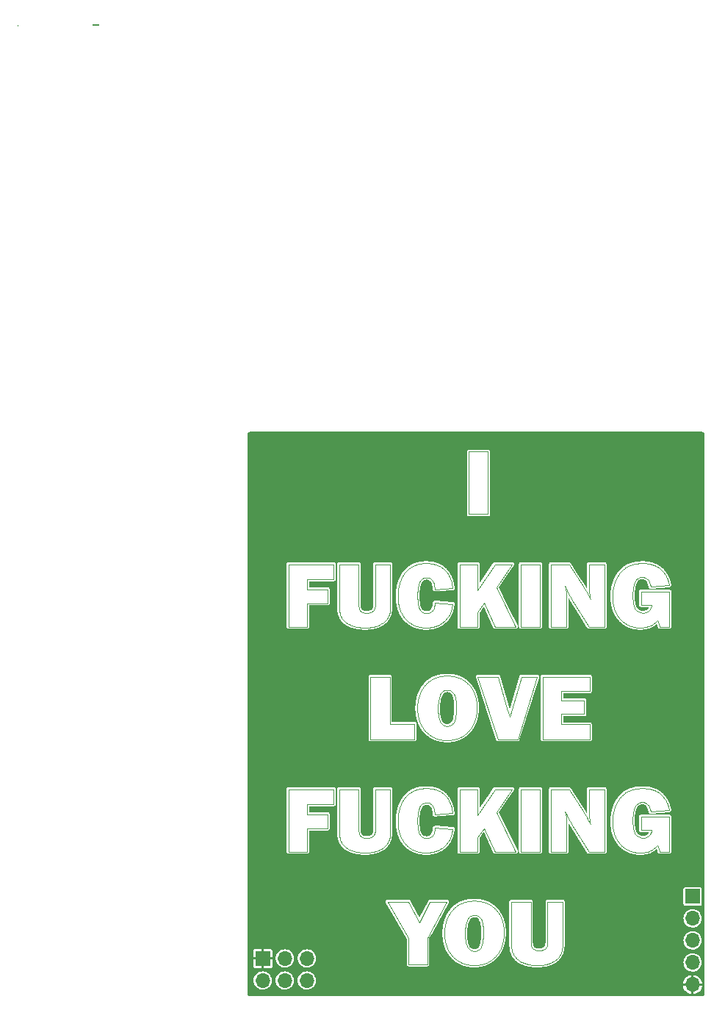
<source format=gbr>
G04 #@! TF.GenerationSoftware,KiCad,Pcbnew,(6.0.2)*
G04 #@! TF.CreationDate,2022-05-10T20:50:56-07:00*
G04 #@! TF.ProjectId,iflfu-top,69666c66-752d-4746-9f70-2e6b69636164,rev?*
G04 #@! TF.SameCoordinates,Original*
G04 #@! TF.FileFunction,Copper,L1,Top*
G04 #@! TF.FilePolarity,Positive*
%FSLAX46Y46*%
G04 Gerber Fmt 4.6, Leading zero omitted, Abs format (unit mm)*
G04 Created by KiCad (PCBNEW (6.0.2)) date 2022-05-10 20:50:56*
%MOMM*%
%LPD*%
G01*
G04 APERTURE LIST*
%ADD10C,0.072000*%
%ADD11C,0.015000*%
G04 #@! TA.AperFunction,NonConductor*
%ADD12C,0.015000*%
G04 #@! TD*
G04 #@! TA.AperFunction,ComponentPad*
%ADD13R,1.700000X1.700000*%
G04 #@! TD*
G04 #@! TA.AperFunction,ComponentPad*
%ADD14O,1.700000X1.700000*%
G04 #@! TD*
G04 #@! TA.AperFunction,ViaPad*
%ADD15C,0.800000*%
G04 #@! TD*
G04 APERTURE END LIST*
D10*
X182378867Y-37384600D02*
X180585899Y-37384600D01*
X171726524Y-74740459D02*
X171828568Y-74736179D01*
X171925084Y-74723337D01*
X172016076Y-74701930D01*
X172101545Y-74671955D01*
X172181495Y-74633410D01*
X172255928Y-74586292D01*
X172324848Y-74530597D01*
X172388257Y-74466322D01*
X172446159Y-74393466D01*
X172498555Y-74312024D01*
X172530430Y-74252959D01*
X169232188Y-58885577D02*
X167170274Y-58996319D01*
X171085508Y-44027373D02*
X171143745Y-44089984D01*
X171200136Y-44153894D01*
X171254679Y-44219101D01*
X171307375Y-44285606D01*
X171358224Y-44353409D01*
X171407225Y-44422510D01*
X171454378Y-44492908D01*
X171499683Y-44564604D01*
X171543140Y-44637598D01*
X171584750Y-44711890D01*
X171624511Y-44787479D01*
X171662424Y-44864366D01*
X171698488Y-44942551D01*
X171732704Y-45022034D01*
X171765072Y-45102814D01*
X171795591Y-45184893D01*
X171824261Y-45268268D01*
X171851082Y-45352942D01*
X171876054Y-45438914D01*
X171899177Y-45526183D01*
X171920451Y-45614750D01*
X171939875Y-45704615D01*
X171957450Y-45795777D01*
X171973175Y-45888237D01*
X171987051Y-45981995D01*
X171999077Y-46077051D01*
X172009253Y-46173405D01*
X172017580Y-46271056D01*
X172024056Y-46370005D01*
X172028682Y-46470252D01*
X172031457Y-46571796D01*
X172032383Y-46674639D01*
X159321055Y-61722686D02*
X159394619Y-61721172D01*
X159488801Y-61714448D01*
X159578511Y-61702354D01*
X159663733Y-61684894D01*
X159744454Y-61662078D01*
X159820660Y-61633910D01*
X159892338Y-61600399D01*
X159959474Y-61561551D01*
X159975547Y-61551006D01*
X158405820Y-30186358D02*
X158405820Y-34811163D01*
X167212461Y-34637139D02*
X169232188Y-34758428D01*
X154825156Y-34689873D02*
X152478477Y-34689873D01*
X188540586Y-57094952D02*
X188595630Y-57027307D01*
X188652330Y-56961811D01*
X188710684Y-56898464D01*
X188770693Y-56837266D01*
X188832356Y-56778217D01*
X188895673Y-56721316D01*
X188960645Y-56666564D01*
X189027271Y-56613961D01*
X189095550Y-56563506D01*
X189165484Y-56515199D01*
X189237071Y-56469040D01*
X189310312Y-56425029D01*
X189385206Y-56383166D01*
X189461754Y-56343451D01*
X189539955Y-56305884D01*
X189619809Y-56270464D01*
X189701317Y-56237192D01*
X189784477Y-56206067D01*
X189869290Y-56177089D01*
X189955756Y-56150259D01*
X190043875Y-56125575D01*
X190133646Y-56103039D01*
X190225070Y-56082649D01*
X190318146Y-56064406D01*
X190412875Y-56048310D01*
X190509255Y-56034360D01*
X190607288Y-56022557D01*
X190706972Y-56012900D01*
X190808308Y-56005389D01*
X190911296Y-56000024D01*
X191015936Y-55996805D01*
X191122227Y-55995733D01*
X162070860Y-60873663D02*
X162070073Y-60957622D01*
X162067715Y-61040092D01*
X162063784Y-61121072D01*
X162058281Y-61200562D01*
X162051206Y-61278562D01*
X162042560Y-61355073D01*
X162032341Y-61430095D01*
X162020551Y-61503627D01*
X162007189Y-61575671D01*
X161992256Y-61646225D01*
X161957676Y-61782867D01*
X161916811Y-61913553D01*
X161869663Y-62038286D01*
X161816232Y-62157066D01*
X161756518Y-62269893D01*
X161690524Y-62376769D01*
X161618250Y-62477694D01*
X161539696Y-62572669D01*
X161454863Y-62661695D01*
X161363753Y-62744773D01*
X161266367Y-62821905D01*
X191122227Y-30075616D02*
X191202157Y-30076254D01*
X191281109Y-30078170D01*
X191359083Y-30081363D01*
X191436078Y-30085833D01*
X191512095Y-30091580D01*
X191587133Y-30098604D01*
X191661193Y-30106906D01*
X191734275Y-30116485D01*
X191806378Y-30127340D01*
X191877502Y-30139473D01*
X192016816Y-30167571D01*
X192152215Y-30200777D01*
X192283701Y-30239092D01*
X192411273Y-30282515D01*
X192534931Y-30331047D01*
X192654675Y-30384688D01*
X192770505Y-30443437D01*
X192882422Y-30507295D01*
X192990424Y-30576262D01*
X193094513Y-30650337D01*
X193194688Y-30729522D01*
X182204844Y-32717608D02*
X182225917Y-32803795D01*
X182245630Y-32888335D01*
X182263984Y-32971227D01*
X182280979Y-33052471D01*
X182296614Y-33132066D01*
X182310889Y-33210014D01*
X182323805Y-33286314D01*
X182335361Y-33360967D01*
X182345558Y-33433971D01*
X182358303Y-33540387D01*
X182367990Y-33643096D01*
X182374618Y-33742096D01*
X182378187Y-33837389D01*
X182378867Y-33898858D01*
X169654063Y-46548077D02*
X169653079Y-46432576D01*
X169650128Y-46320742D01*
X169645210Y-46212575D01*
X169638325Y-46108074D01*
X169629472Y-46007240D01*
X169618652Y-45910073D01*
X169605865Y-45816572D01*
X169591111Y-45726738D01*
X169574389Y-45640571D01*
X169555700Y-45558071D01*
X169535044Y-45479237D01*
X169512421Y-45404070D01*
X169487831Y-45332569D01*
X169461273Y-45264736D01*
X169402256Y-45140068D01*
X169335369Y-45030068D01*
X169260614Y-44934734D01*
X169177990Y-44854067D01*
X169087497Y-44788066D01*
X168989135Y-44736733D01*
X168882904Y-44700066D01*
X168768804Y-44678066D01*
X168646836Y-44670733D01*
X150326914Y-56106475D02*
X155531797Y-56106475D01*
X190969297Y-60799834D02*
X190969297Y-59270537D01*
X172868516Y-34664678D02*
X172122031Y-35723467D01*
X179631406Y-50344952D02*
X179631406Y-43146709D01*
X184941758Y-30186358D02*
X186740000Y-30186358D01*
X189998985Y-33740655D02*
X189999324Y-33817936D01*
X190000344Y-33893557D01*
X190002043Y-33967515D01*
X190004423Y-34039811D01*
X190011220Y-34179417D01*
X190020737Y-34312374D01*
X190032973Y-34438680D01*
X190047928Y-34558336D01*
X190065603Y-34671339D01*
X190085996Y-34777690D01*
X190109108Y-34877388D01*
X190134940Y-34970431D01*
X190163490Y-35056818D01*
X190194760Y-35136550D01*
X190228749Y-35209624D01*
X190265457Y-35276041D01*
X190325617Y-35363180D01*
X190347031Y-35388897D01*
X194212461Y-58505889D02*
X192071445Y-58716827D01*
X168253672Y-62708819D02*
X168147701Y-62794388D01*
X168038750Y-62874437D01*
X167926817Y-62948966D01*
X167811902Y-63017974D01*
X167694003Y-63081461D01*
X167573120Y-63139428D01*
X167449251Y-63191873D01*
X167322397Y-63238799D01*
X167192555Y-63280203D01*
X167059726Y-63316087D01*
X166923909Y-63346451D01*
X166785101Y-63371294D01*
X166643304Y-63390616D01*
X166571283Y-63398207D01*
X166498515Y-63404417D01*
X166424999Y-63409248D01*
X166350734Y-63412698D01*
X166275722Y-63414768D01*
X166199961Y-63415459D01*
X182378867Y-33898858D02*
X182378867Y-37384600D01*
X168364414Y-56786748D02*
X168457722Y-56887643D01*
X168545824Y-56992576D01*
X168628720Y-57101547D01*
X168706409Y-57214555D01*
X168778890Y-57331601D01*
X168846161Y-57452684D01*
X168908222Y-57577805D01*
X168965073Y-57706963D01*
X169016712Y-57840158D01*
X169040577Y-57908270D01*
X169063139Y-57977391D01*
X169084397Y-58047522D01*
X169104352Y-58118662D01*
X169123003Y-58190811D01*
X169140351Y-58263970D01*
X169156395Y-58338138D01*
X169171135Y-58413315D01*
X169184571Y-58489502D01*
X169196703Y-58566698D01*
X169207531Y-58644904D01*
X169217054Y-58724119D01*
X169225273Y-58804343D01*
X169232188Y-58885577D01*
X194212461Y-32585772D02*
X192071445Y-32796709D01*
X168604649Y-48820928D02*
X168706693Y-48816633D01*
X168803209Y-48803752D01*
X168894201Y-48782286D01*
X168979670Y-48752239D01*
X169059620Y-48713614D01*
X169134053Y-48666413D01*
X169202973Y-48610640D01*
X169266382Y-48546297D01*
X169324284Y-48473387D01*
X169376680Y-48391914D01*
X169408555Y-48332842D01*
X176092930Y-56106475D02*
X174274766Y-58740850D01*
X167212461Y-60557256D02*
X169232188Y-60678545D01*
X177151719Y-43146709D02*
X178968125Y-43146709D01*
X192071445Y-32796709D02*
X192049053Y-32660691D01*
X192021429Y-32533449D01*
X191988574Y-32414982D01*
X191950485Y-32305290D01*
X191907165Y-32204374D01*
X191858612Y-32112233D01*
X191804828Y-32028867D01*
X191745810Y-31954277D01*
X191681561Y-31888462D01*
X191612079Y-31831422D01*
X191537365Y-31783158D01*
X191457419Y-31743669D01*
X191372241Y-31712955D01*
X191281830Y-31691017D01*
X191186188Y-31677854D01*
X191085313Y-31673467D01*
X162070860Y-34953545D02*
X162070073Y-35037506D01*
X162067715Y-35119980D01*
X162063784Y-35200968D01*
X162058281Y-35280469D01*
X162051206Y-35358483D01*
X162042560Y-35435010D01*
X162032341Y-35510049D01*
X162020551Y-35583602D01*
X162007189Y-35655666D01*
X161992256Y-35726243D01*
X161957676Y-35862935D01*
X161916811Y-35993674D01*
X161869663Y-36118462D01*
X161816232Y-36237296D01*
X161756518Y-36350176D01*
X161690524Y-36457101D01*
X161618250Y-36558071D01*
X161539696Y-36653083D01*
X161454863Y-36742138D01*
X161363753Y-36825235D01*
X161266367Y-36902373D01*
X182378867Y-59818975D02*
X182378867Y-63304717D01*
X160280235Y-35243584D02*
X160294686Y-35165976D01*
X160304508Y-35089429D01*
X160312776Y-35000027D01*
X160317954Y-34924541D01*
X160322251Y-34841824D01*
X160325664Y-34751877D01*
X160328191Y-34654699D01*
X160329829Y-34550291D01*
X160330426Y-34476669D01*
X160330625Y-34399834D01*
X186740000Y-30186358D02*
X186740000Y-37384600D01*
X165469297Y-61327178D02*
X165522149Y-61402571D01*
X165578861Y-61470549D01*
X165639429Y-61531111D01*
X165703851Y-61584258D01*
X165772124Y-61629988D01*
X165844245Y-61668303D01*
X165920211Y-61699202D01*
X166000019Y-61722685D01*
X166083666Y-61738753D01*
X166171149Y-61747405D01*
X166231602Y-61749053D01*
X164174961Y-76264483D02*
X164174961Y-73216436D01*
X180585899Y-63304717D02*
X180585899Y-56106475D01*
X177121250Y-56106475D02*
X179330820Y-56106475D01*
X180134727Y-74123467D02*
X180149178Y-74045859D01*
X180159000Y-73969312D01*
X180167268Y-73879910D01*
X180172446Y-73804424D01*
X180176743Y-73721707D01*
X180180156Y-73631760D01*
X180182683Y-73534582D01*
X180184321Y-73430174D01*
X180184918Y-73356552D01*
X180185117Y-73279717D01*
X174199766Y-75341631D02*
X174139569Y-75405221D01*
X174078291Y-75466792D01*
X174015932Y-75526345D01*
X173952491Y-75583879D01*
X173887968Y-75639395D01*
X173822365Y-75692891D01*
X173755679Y-75744369D01*
X173687912Y-75793828D01*
X173619064Y-75841268D01*
X173549134Y-75886690D01*
X173478123Y-75930093D01*
X173406031Y-75971477D01*
X173332857Y-76010842D01*
X173258601Y-76048189D01*
X173183264Y-76083517D01*
X173106845Y-76116826D01*
X173029345Y-76148117D01*
X172950764Y-76177388D01*
X172871101Y-76204641D01*
X172790357Y-76229875D01*
X172708531Y-76253091D01*
X172625623Y-76274288D01*
X172541635Y-76293466D01*
X172456564Y-76310625D01*
X172370413Y-76325765D01*
X172283179Y-76338887D01*
X172194865Y-76349990D01*
X172105469Y-76359075D01*
X172014991Y-76366140D01*
X171923432Y-76371187D01*
X171830791Y-76374215D01*
X171737070Y-76375225D01*
X179330820Y-37384600D02*
X177121250Y-37384600D01*
X185047227Y-50344952D02*
X179631406Y-50344952D01*
X184941758Y-37384600D02*
X182970078Y-34204131D01*
X166231602Y-61749053D02*
X166338018Y-61744397D01*
X166438419Y-61730431D01*
X166532805Y-61707153D01*
X166621176Y-61674565D01*
X166703533Y-61632666D01*
X166779874Y-61581456D01*
X166850200Y-61520935D01*
X166914511Y-61451104D01*
X166972808Y-61371961D01*
X167025089Y-61283507D01*
X167071355Y-61185742D01*
X167111606Y-61078667D01*
X167145842Y-60962281D01*
X167174063Y-60836583D01*
X167196269Y-60701575D01*
X167212461Y-60557256D01*
X185047227Y-43146709D02*
X185047227Y-44807842D01*
X181798789Y-48625811D02*
X185047227Y-48625811D01*
X160330625Y-30186358D02*
X162070860Y-30186358D01*
X177121250Y-37384600D02*
X177121250Y-30186358D01*
X192161094Y-34879717D02*
X190969297Y-34879717D01*
X170682383Y-72731280D02*
X170683402Y-72854891D01*
X170686461Y-72974579D01*
X170691560Y-73090342D01*
X170698697Y-73202181D01*
X170707874Y-73310096D01*
X170719091Y-73414087D01*
X170732346Y-73514153D01*
X170747641Y-73610295D01*
X170764976Y-73702514D01*
X170784349Y-73790808D01*
X170805762Y-73875177D01*
X170829215Y-73955623D01*
X170854707Y-74032145D01*
X170882238Y-74104742D01*
X170911808Y-74173415D01*
X170943418Y-74238164D01*
X171012755Y-74355889D01*
X171090250Y-74457918D01*
X171175902Y-74544250D01*
X171269712Y-74614885D01*
X171371679Y-74669823D01*
X171481803Y-74709065D01*
X171600085Y-74732610D01*
X171726524Y-74740459D01*
X184941758Y-32316827D02*
X184941758Y-30186358D01*
X180585899Y-56106475D02*
X182674180Y-56106475D01*
X174107188Y-30186358D02*
X176092930Y-30186358D01*
X161266367Y-62821905D02*
X161163940Y-62893748D01*
X161057708Y-62960963D01*
X160947670Y-63023548D01*
X160833826Y-63081502D01*
X160716174Y-63134825D01*
X160594714Y-63183516D01*
X160469445Y-63227573D01*
X160340366Y-63266997D01*
X160207476Y-63301786D01*
X160070774Y-63331939D01*
X159930260Y-63357455D01*
X159858572Y-63368474D01*
X159785932Y-63378334D01*
X159712337Y-63387034D01*
X159637790Y-63394575D01*
X159562288Y-63400955D01*
X159485832Y-63406176D01*
X159408423Y-63410237D01*
X159330059Y-63413138D01*
X159250741Y-63414878D01*
X159170469Y-63415459D01*
X190969297Y-59270537D02*
X194212461Y-59270537D01*
X173329649Y-24424541D02*
X171120078Y-24424541D01*
X187673399Y-33888311D02*
X187674245Y-33787959D01*
X187676784Y-33688613D01*
X187681016Y-33590273D01*
X187686940Y-33492939D01*
X187694558Y-33396610D01*
X187703869Y-33301287D01*
X187714873Y-33206968D01*
X187727570Y-33113655D01*
X187741961Y-33021347D01*
X187758045Y-32930045D01*
X187775823Y-32839746D01*
X187795295Y-32750453D01*
X187816461Y-32662164D01*
X187839320Y-32574880D01*
X187863874Y-32488601D01*
X187890122Y-32403325D01*
X187918064Y-32319054D01*
X187947701Y-32235787D01*
X187979032Y-32153524D01*
X188012058Y-32072265D01*
X188046778Y-31992009D01*
X188083193Y-31912758D01*
X188121304Y-31834509D01*
X188161109Y-31757265D01*
X188202609Y-31681023D01*
X188245805Y-31605785D01*
X188290696Y-31531551D01*
X188337282Y-31458319D01*
X188385565Y-31386090D01*
X188435542Y-31314864D01*
X188487216Y-31244640D01*
X188540586Y-31175420D01*
X182674180Y-56106475D02*
X184351133Y-58742608D01*
X152478477Y-31900225D02*
X152478477Y-33070928D01*
X172122031Y-61643584D02*
X172122031Y-63304717D01*
X162930430Y-33846123D02*
X162931264Y-33740963D01*
X162933767Y-33637080D01*
X162937938Y-33534475D01*
X162943778Y-33433147D01*
X162951286Y-33333096D01*
X162960463Y-33234322D01*
X162971309Y-33136825D01*
X162983823Y-33040605D01*
X162998006Y-32945663D01*
X163013857Y-32851998D01*
X163031377Y-32759609D01*
X163050565Y-32668498D01*
X163071422Y-32578665D01*
X163093947Y-32490108D01*
X163118141Y-32402828D01*
X163144004Y-32316826D01*
X163171535Y-32232101D01*
X163200734Y-32148653D01*
X163231602Y-32066482D01*
X163264139Y-31985588D01*
X163298344Y-31905972D01*
X163334218Y-31827632D01*
X163371760Y-31750570D01*
X163410971Y-31674785D01*
X163451851Y-31600277D01*
X163494399Y-31527047D01*
X163538615Y-31455093D01*
X163584500Y-31384417D01*
X163632054Y-31315017D01*
X163681276Y-31246895D01*
X163732167Y-31180050D01*
X163784727Y-31114483D01*
X180185117Y-69066241D02*
X181925352Y-69066241D01*
X178260313Y-69066241D02*
X178260313Y-73691045D01*
X156984336Y-62845928D02*
X156884401Y-62771935D01*
X156790920Y-62692339D01*
X156703892Y-62607140D01*
X156623316Y-62516338D01*
X156549190Y-62419933D01*
X156481515Y-62317925D01*
X156420290Y-62210314D01*
X156365512Y-62097100D01*
X156317183Y-61978283D01*
X156275300Y-61853862D01*
X156239863Y-61723839D01*
X156210871Y-61588213D01*
X156188323Y-61446984D01*
X156179465Y-61374268D01*
X156172218Y-61300151D01*
X156166582Y-61224634D01*
X156162556Y-61147716D01*
X156160141Y-61069397D01*
X156159336Y-60989678D01*
X188569883Y-36522686D02*
X188514728Y-36461203D01*
X188461324Y-36398375D01*
X188409671Y-36334202D01*
X188359769Y-36268683D01*
X188311618Y-36201818D01*
X188265218Y-36133608D01*
X188220569Y-36064054D01*
X188177671Y-35993154D01*
X188136524Y-35920909D01*
X188097127Y-35847319D01*
X188059482Y-35772384D01*
X188023588Y-35696105D01*
X187989444Y-35618481D01*
X187957052Y-35539513D01*
X187926410Y-35459201D01*
X187897520Y-35377544D01*
X187870380Y-35294543D01*
X187844991Y-35210198D01*
X187821353Y-35124510D01*
X187799467Y-35037477D01*
X187779331Y-34949101D01*
X187760946Y-34859381D01*
X187744312Y-34768318D01*
X187729429Y-34675911D01*
X187716297Y-34582161D01*
X187704916Y-34487068D01*
X187695285Y-34390632D01*
X187687406Y-34292853D01*
X187681278Y-34193732D01*
X187676900Y-34093267D01*
X187674274Y-33991460D01*
X187673399Y-33888311D01*
X187673399Y-59808428D02*
X187674245Y-59708074D01*
X187676784Y-59608724D01*
X187681016Y-59510376D01*
X187686940Y-59413031D01*
X187694558Y-59316689D01*
X187703869Y-59221350D01*
X187714873Y-59127014D01*
X187727570Y-59033681D01*
X187741961Y-58941352D01*
X187758045Y-58850026D01*
X187775823Y-58759703D01*
X187795295Y-58670385D01*
X187816461Y-58582070D01*
X187839320Y-58494759D01*
X187863874Y-58408452D01*
X187890122Y-58323149D01*
X187918064Y-58238851D01*
X187947701Y-58155556D01*
X187979032Y-58073267D01*
X188012058Y-57991981D01*
X188046778Y-57911701D01*
X188083193Y-57832425D01*
X188121304Y-57754154D01*
X188161109Y-57676888D01*
X188202609Y-57600627D01*
X188245805Y-57525371D01*
X188290696Y-57451121D01*
X188337282Y-57377876D01*
X188385565Y-57305636D01*
X188435542Y-57234402D01*
X188487216Y-57164174D01*
X188540586Y-57094952D01*
X172122031Y-59082452D02*
X174107188Y-56106475D01*
X165432383Y-71439288D02*
X166641758Y-69066241D01*
X161991758Y-43146709D02*
X161991758Y-48578350D01*
X184351133Y-58742608D02*
X184412807Y-58840187D01*
X184472586Y-58936270D01*
X184530470Y-59030858D01*
X184586459Y-59123952D01*
X184640553Y-59215552D01*
X184692752Y-59305660D01*
X184743056Y-59394276D01*
X184791464Y-59481401D01*
X184837978Y-59567036D01*
X184882596Y-59651182D01*
X184925319Y-59733840D01*
X184966147Y-59815010D01*
X185005080Y-59894694D01*
X185042117Y-59972892D01*
X185077260Y-60049605D01*
X185110508Y-60124834D01*
X150326914Y-63304717D02*
X150326914Y-56106475D01*
X168646836Y-44670733D02*
X168515288Y-44679096D01*
X168392227Y-44704186D01*
X168277654Y-44746003D01*
X168171567Y-44804546D01*
X168073967Y-44879816D01*
X167984854Y-44971813D01*
X167904228Y-45080536D01*
X167832089Y-45205986D01*
X167799203Y-45274984D01*
X167768437Y-45348163D01*
X167739794Y-45425524D01*
X167713272Y-45507067D01*
X167688872Y-45592791D01*
X167666594Y-45682697D01*
X167646438Y-45776784D01*
X167628403Y-45875054D01*
X167612490Y-45977504D01*
X167598699Y-46084137D01*
X167587029Y-46194951D01*
X167577481Y-46309947D01*
X167570055Y-46429125D01*
X167564751Y-46552484D01*
X167561568Y-46680025D01*
X167560508Y-46811748D01*
X191122227Y-55995733D02*
X191202157Y-55996371D01*
X191281109Y-55998287D01*
X191359083Y-56001480D01*
X191436078Y-56005950D01*
X191512095Y-56011697D01*
X191587133Y-56018721D01*
X191661193Y-56027023D01*
X191734275Y-56036602D01*
X191806378Y-56047458D01*
X191877502Y-56059591D01*
X192016816Y-56087688D01*
X192152215Y-56120894D01*
X192283701Y-56159209D01*
X192411273Y-56202633D01*
X192534931Y-56251165D01*
X192654675Y-56304805D01*
X192770505Y-56363555D01*
X192882422Y-56427413D01*
X192990424Y-56496379D01*
X193094513Y-56570455D01*
X193194688Y-56649639D01*
X170039024Y-63304717D02*
X170039024Y-56106475D01*
X176734531Y-50344952D02*
X174482774Y-50344952D01*
X164828867Y-50344952D02*
X159782188Y-50344952D01*
X166242149Y-57630498D02*
X166115710Y-57638696D01*
X165997428Y-57663292D01*
X165887304Y-57704284D01*
X165785337Y-57761674D01*
X165691527Y-57835461D01*
X165605875Y-57925645D01*
X165528380Y-58032227D01*
X165459043Y-58155205D01*
X165427433Y-58222843D01*
X165397863Y-58294580D01*
X165370332Y-58370417D01*
X165344840Y-58450353D01*
X165321387Y-58534388D01*
X165299974Y-58622522D01*
X165280601Y-58714756D01*
X165263266Y-58811089D01*
X165247971Y-58911521D01*
X165234716Y-59016053D01*
X165223499Y-59124683D01*
X165214322Y-59237414D01*
X165207185Y-59354243D01*
X165202086Y-59475171D01*
X165199027Y-59600199D01*
X165198008Y-59729327D01*
X166199961Y-37495342D02*
X166108886Y-37494394D01*
X166018913Y-37491551D01*
X165930042Y-37486813D01*
X165842273Y-37480180D01*
X165755606Y-37471652D01*
X165670042Y-37461229D01*
X165585579Y-37448911D01*
X165502219Y-37434697D01*
X165419960Y-37418588D01*
X165338804Y-37400585D01*
X165258750Y-37380686D01*
X165179798Y-37358891D01*
X165101947Y-37335202D01*
X165025199Y-37309618D01*
X164949553Y-37282138D01*
X164875010Y-37252764D01*
X164801568Y-37221494D01*
X164729228Y-37188329D01*
X164657990Y-37153269D01*
X164587854Y-37116314D01*
X164518821Y-37077463D01*
X164450889Y-37036718D01*
X164384060Y-36994077D01*
X164318332Y-36949541D01*
X164253707Y-36903110D01*
X164190184Y-36854784D01*
X164127763Y-36804563D01*
X164066443Y-36752446D01*
X164006226Y-36698435D01*
X163947111Y-36642528D01*
X163889098Y-36584726D01*
X163832188Y-36525030D01*
X165469297Y-35407061D02*
X165522149Y-35482454D01*
X165578861Y-35550432D01*
X165639429Y-35610994D01*
X165703851Y-35664141D01*
X165772124Y-35709871D01*
X165844245Y-35748186D01*
X165920211Y-35779085D01*
X166000019Y-35802568D01*
X166083666Y-35818636D01*
X166171149Y-35827288D01*
X166231602Y-35828936D01*
X168253672Y-36788702D02*
X168147701Y-36874271D01*
X168038750Y-36954320D01*
X167926817Y-37028849D01*
X167811902Y-37097856D01*
X167694003Y-37161344D01*
X167573120Y-37219310D01*
X167449251Y-37271756D01*
X167322397Y-37318681D01*
X167192555Y-37360086D01*
X167059726Y-37395970D01*
X166923909Y-37426334D01*
X166785101Y-37451176D01*
X166643304Y-37470499D01*
X166571283Y-37478090D01*
X166498515Y-37484300D01*
X166424999Y-37489131D01*
X166350734Y-37492581D01*
X166275722Y-37494651D01*
X166199961Y-37495342D01*
X161991758Y-48578350D02*
X164828867Y-48578350D01*
X152478477Y-63304717D02*
X150326914Y-63304717D01*
X155531797Y-57820342D02*
X152478477Y-57820342D01*
X171120078Y-17226299D02*
X173329649Y-17226299D01*
X172122031Y-63304717D02*
X170039024Y-63304717D01*
X185047227Y-44807842D02*
X181798789Y-44807842D01*
X152478477Y-37384600D02*
X150326914Y-37384600D01*
X179330820Y-63304717D02*
X177121250Y-63304717D01*
X152478477Y-60609991D02*
X152478477Y-63304717D01*
X152478477Y-34689873D02*
X152478477Y-37384600D01*
X172122031Y-30186358D02*
X172122031Y-33162920D01*
X168364414Y-30866631D02*
X168457722Y-30967526D01*
X168545824Y-31072459D01*
X168628720Y-31181430D01*
X168706409Y-31294438D01*
X168778890Y-31411484D01*
X168846161Y-31532567D01*
X168908222Y-31657687D01*
X168965073Y-31786845D01*
X169016712Y-31920041D01*
X169040577Y-31988153D01*
X169063139Y-32057274D01*
X169084397Y-32127404D01*
X169104352Y-32198544D01*
X169123003Y-32270693D01*
X169140351Y-32343852D01*
X169156395Y-32418020D01*
X169171135Y-32493197D01*
X169184571Y-32569384D01*
X169196703Y-32646580D01*
X169207531Y-32724786D01*
X169217054Y-32804001D01*
X169225273Y-32884225D01*
X169232188Y-32965459D01*
X179330820Y-56106475D02*
X179330820Y-63304717D01*
X194212461Y-63304717D02*
X193131406Y-63304717D01*
X171077891Y-49422100D02*
X171017694Y-49485690D01*
X170956416Y-49547261D01*
X170894057Y-49606814D01*
X170830616Y-49664348D01*
X170766093Y-49719864D01*
X170700490Y-49773360D01*
X170633804Y-49824838D01*
X170566037Y-49874297D01*
X170497189Y-49921737D01*
X170427259Y-49967159D01*
X170356248Y-50010562D01*
X170284156Y-50051946D01*
X170210982Y-50091311D01*
X170136726Y-50128658D01*
X170061389Y-50163986D01*
X169984970Y-50197295D01*
X169907470Y-50228586D01*
X169828889Y-50257857D01*
X169749226Y-50285110D01*
X169668482Y-50310344D01*
X169586656Y-50333560D01*
X169503748Y-50354757D01*
X169419760Y-50373935D01*
X169334689Y-50391094D01*
X169248538Y-50406234D01*
X169161304Y-50419356D01*
X169072990Y-50430459D01*
X168983594Y-50439544D01*
X168893116Y-50446609D01*
X168801557Y-50451656D01*
X168708916Y-50454684D01*
X168615195Y-50455694D01*
X168304063Y-72673272D02*
X168304955Y-72572966D01*
X168307633Y-72473760D01*
X168312097Y-72375651D01*
X168318346Y-72278642D01*
X168326381Y-72182730D01*
X168336201Y-72087916D01*
X168347808Y-71994200D01*
X168361200Y-71901583D01*
X168376379Y-71810063D01*
X168393344Y-71719640D01*
X168412096Y-71630316D01*
X168432633Y-71542088D01*
X168454958Y-71454958D01*
X168479069Y-71368925D01*
X168504966Y-71283990D01*
X168532651Y-71200151D01*
X168562123Y-71117410D01*
X168593382Y-71035765D01*
X168626428Y-70955217D01*
X168661261Y-70875765D01*
X168697882Y-70797410D01*
X168736290Y-70720151D01*
X168776486Y-70643989D01*
X168818469Y-70568922D01*
X168862241Y-70494952D01*
X168907800Y-70422078D01*
X168955148Y-70350300D01*
X169004284Y-70279617D01*
X169055208Y-70210030D01*
X169107920Y-70141538D01*
X169162421Y-70074142D01*
X169218711Y-70007842D01*
X182378867Y-63304717D02*
X180585899Y-63304717D01*
X184941758Y-58236944D02*
X184941758Y-56106475D01*
X166096836Y-44087725D02*
X166154713Y-44023000D01*
X166213977Y-43960331D01*
X166274628Y-43899719D01*
X166336666Y-43841163D01*
X166400090Y-43784663D01*
X166464901Y-43730219D01*
X166531098Y-43677831D01*
X166598682Y-43627498D01*
X166667652Y-43579221D01*
X166738007Y-43533000D01*
X166809749Y-43488834D01*
X166882876Y-43446724D01*
X166957390Y-43406668D01*
X167033289Y-43368668D01*
X167110573Y-43332723D01*
X167189243Y-43298833D01*
X167269298Y-43266997D01*
X167350738Y-43237217D01*
X167433564Y-43209490D01*
X167517774Y-43183819D01*
X167603369Y-43160201D01*
X167690349Y-43138638D01*
X167778714Y-43119129D01*
X167868463Y-43101674D01*
X167959597Y-43086273D01*
X168052115Y-43072926D01*
X168146017Y-43061632D01*
X168241304Y-43052392D01*
X168337974Y-43045206D01*
X168436029Y-43040073D01*
X168535467Y-43036993D01*
X168636289Y-43035967D01*
X164174961Y-73216436D02*
X161753281Y-69066241D01*
X158623789Y-61485381D02*
X158682372Y-61540999D01*
X158749134Y-61589201D01*
X158824066Y-61629988D01*
X158907163Y-61663359D01*
X158998417Y-61689314D01*
X159072207Y-61703914D01*
X159150578Y-61714343D01*
X159233528Y-61720600D01*
X159321055Y-61722686D01*
X191085313Y-31673467D02*
X190953765Y-31681541D01*
X190830704Y-31705766D01*
X190716131Y-31746141D01*
X190610044Y-31802666D01*
X190512444Y-31875340D01*
X190423331Y-31964165D01*
X190342705Y-32069139D01*
X190270566Y-32190264D01*
X190237680Y-32256882D01*
X190206914Y-32327538D01*
X190178271Y-32402231D01*
X190151749Y-32480962D01*
X190127349Y-32563730D01*
X190105071Y-32650536D01*
X190084915Y-32741379D01*
X190066880Y-32836260D01*
X190050967Y-32935178D01*
X190037176Y-33038134D01*
X190025506Y-33145127D01*
X190015958Y-33256157D01*
X190008532Y-33371225D01*
X190003228Y-33490331D01*
X190000045Y-33613474D01*
X189998985Y-33740655D01*
X169260899Y-75367998D02*
X169202013Y-75304382D01*
X169144999Y-75239437D01*
X169089856Y-75173164D01*
X169036584Y-75105562D01*
X168985182Y-75036631D01*
X168935651Y-74966372D01*
X168887991Y-74894784D01*
X168842200Y-74821867D01*
X168798280Y-74747622D01*
X168756230Y-74672048D01*
X168716051Y-74595146D01*
X168677741Y-74516914D01*
X168641301Y-74437355D01*
X168606730Y-74356466D01*
X168574030Y-74274249D01*
X168543198Y-74190703D01*
X168514236Y-74105828D01*
X168487144Y-74019625D01*
X168461920Y-73932093D01*
X168438566Y-73843233D01*
X168417081Y-73753044D01*
X168397464Y-73661526D01*
X168379716Y-73568680D01*
X168363837Y-73474504D01*
X168349827Y-73379001D01*
X168337685Y-73282168D01*
X168327411Y-73184007D01*
X168319005Y-73084517D01*
X168312468Y-72983699D01*
X168307798Y-72881552D01*
X168304996Y-72778076D01*
X168304063Y-72673272D01*
X172122031Y-37384600D02*
X170039024Y-37384600D01*
X161753281Y-69066241D02*
X164170860Y-69066241D01*
X192161094Y-60799834D02*
X190969297Y-60799834D01*
X167560508Y-46811748D02*
X167561527Y-46935359D01*
X167564586Y-47055047D01*
X167569685Y-47170810D01*
X167576822Y-47282649D01*
X167585999Y-47390564D01*
X167597216Y-47494555D01*
X167610471Y-47594622D01*
X167625766Y-47690764D01*
X167643101Y-47782982D01*
X167662474Y-47871276D01*
X167683887Y-47955646D01*
X167707340Y-48036092D01*
X167732832Y-48112613D01*
X167760363Y-48185211D01*
X167789933Y-48253884D01*
X167821543Y-48318633D01*
X167890880Y-48436358D01*
X167968375Y-48538387D01*
X168054027Y-48624719D01*
X168147837Y-48695354D01*
X168249804Y-48750292D01*
X168359928Y-48789534D01*
X168478210Y-48813079D01*
X168604649Y-48820928D01*
X172147227Y-43146709D02*
X174475156Y-43146709D01*
X182970078Y-34204131D02*
X182922692Y-34126642D01*
X182875240Y-34047106D01*
X182827723Y-33965521D01*
X182780142Y-33881884D01*
X182732500Y-33796193D01*
X182684797Y-33708448D01*
X182637036Y-33618647D01*
X182589218Y-33526787D01*
X182541345Y-33432868D01*
X182493420Y-33336886D01*
X182445442Y-33238842D01*
X182397415Y-33138732D01*
X182349340Y-33036555D01*
X182301219Y-32932310D01*
X182253052Y-32825995D01*
X182204844Y-32717608D01*
X173329649Y-17226299D02*
X173329649Y-24424541D01*
X190858555Y-37495342D02*
X190772027Y-37494392D01*
X190686467Y-37491544D01*
X190601876Y-37486797D01*
X190518253Y-37480152D01*
X190435598Y-37471607D01*
X190353911Y-37461163D01*
X190273193Y-37448820D01*
X190193442Y-37434578D01*
X190114660Y-37418436D01*
X190036846Y-37400395D01*
X189960000Y-37380454D01*
X189884122Y-37358613D01*
X189809212Y-37334873D01*
X189735271Y-37309232D01*
X189662298Y-37281692D01*
X189590293Y-37252251D01*
X189519256Y-37220910D01*
X189449187Y-37187668D01*
X189380086Y-37152526D01*
X189311954Y-37115484D01*
X189244790Y-37076540D01*
X189178594Y-37035696D01*
X189113366Y-36992951D01*
X189049106Y-36948305D01*
X188985814Y-36901758D01*
X188923491Y-36853309D01*
X188862136Y-36802959D01*
X188801749Y-36750708D01*
X188742330Y-36696555D01*
X188683879Y-36640500D01*
X188626397Y-36582544D01*
X188569883Y-36522686D01*
X169218711Y-70007842D02*
X169276588Y-69943115D01*
X169335852Y-69880441D01*
X169396503Y-69819821D01*
X169458541Y-69761255D01*
X169521965Y-69704741D01*
X169586776Y-69650282D01*
X169652973Y-69597876D01*
X169720557Y-69547524D01*
X169789527Y-69499225D01*
X169859882Y-69452981D01*
X169931624Y-69408791D01*
X170004751Y-69366655D01*
X170079265Y-69326574D01*
X170155164Y-69288547D01*
X170232448Y-69252575D01*
X170311118Y-69218657D01*
X170391173Y-69186794D01*
X170472613Y-69156986D01*
X170555439Y-69129233D01*
X170639649Y-69103535D01*
X170725244Y-69079892D01*
X170812224Y-69058305D01*
X170900589Y-69038773D01*
X170990338Y-69021297D01*
X171081472Y-69005876D01*
X171173990Y-68992511D01*
X171267892Y-68981202D01*
X171363179Y-68971948D01*
X171459849Y-68964751D01*
X171557904Y-68959610D01*
X171657342Y-68956526D01*
X171758164Y-68955498D01*
X179330820Y-30186358D02*
X179330820Y-37384600D01*
X161266367Y-36902373D02*
X161163940Y-36974210D01*
X161057708Y-37041406D01*
X160947670Y-37103962D01*
X160833826Y-37161879D01*
X160716174Y-37215158D01*
X160594714Y-37263799D01*
X160469445Y-37307804D01*
X160340366Y-37347173D01*
X160207476Y-37381907D01*
X160070774Y-37412007D01*
X159930260Y-37437474D01*
X159858572Y-37448470D01*
X159785932Y-37458308D01*
X159712337Y-37466989D01*
X159637790Y-37474512D01*
X159562288Y-37480877D01*
X159485832Y-37486084D01*
X159408423Y-37490135D01*
X159330059Y-37493027D01*
X159250741Y-37494763D01*
X159170469Y-37495342D01*
X184424961Y-47449834D02*
X181798789Y-47449834D01*
X176013828Y-73949444D02*
X176013828Y-69066241D01*
X162070860Y-56106475D02*
X162070860Y-60873663D01*
X155531797Y-30186358D02*
X155531797Y-31900225D01*
X172122031Y-33162920D02*
X174107188Y-30186358D01*
X181798789Y-45851983D02*
X184424961Y-45851983D01*
X152478477Y-57820342D02*
X152478477Y-58991045D01*
X194212461Y-33350420D02*
X194212461Y-37384600D01*
X186740000Y-63304717D02*
X184941758Y-63304717D01*
X169408555Y-48332842D02*
X169452384Y-48234273D01*
X169479216Y-48160663D01*
X169504138Y-48080734D01*
X169527147Y-47994484D01*
X169548244Y-47901913D01*
X169567427Y-47803021D01*
X169584696Y-47697806D01*
X169600049Y-47586267D01*
X169613486Y-47468404D01*
X169625007Y-47344216D01*
X169634609Y-47213701D01*
X169642293Y-47076859D01*
X169648057Y-46933690D01*
X169650218Y-46859732D01*
X169651900Y-46784192D01*
X169653101Y-46707069D01*
X169653822Y-46628364D01*
X169654063Y-46548077D01*
X192071445Y-58716827D02*
X192049053Y-58580809D01*
X192021429Y-58453566D01*
X191988574Y-58335099D01*
X191950485Y-58225408D01*
X191907165Y-58124491D01*
X191858612Y-58032350D01*
X191804828Y-57948984D01*
X191745810Y-57874394D01*
X191681561Y-57808579D01*
X191612079Y-57751539D01*
X191537365Y-57703275D01*
X191457419Y-57663786D01*
X191372241Y-57633072D01*
X191281830Y-57611134D01*
X191186188Y-57597971D01*
X191085313Y-57593584D01*
X176530625Y-63304717D02*
X174113047Y-63304717D01*
X169232188Y-60678545D02*
X169222611Y-60760669D01*
X169211678Y-60841589D01*
X169199389Y-60921303D01*
X169185744Y-60999812D01*
X169170744Y-61077117D01*
X169154388Y-61153216D01*
X169136676Y-61228110D01*
X169117609Y-61301799D01*
X169097187Y-61374283D01*
X169075410Y-61445562D01*
X169052278Y-61515636D01*
X169027790Y-61584505D01*
X169001948Y-61652169D01*
X168946200Y-61783881D01*
X168885033Y-61910773D01*
X168818450Y-62032845D01*
X168746450Y-62150097D01*
X168669035Y-62262528D01*
X168586205Y-62370139D01*
X168497961Y-62472930D01*
X168404304Y-62570901D01*
X168305235Y-62664051D01*
X168253672Y-62708819D01*
X165182188Y-46753741D02*
X165183080Y-46653434D01*
X165185758Y-46554222D01*
X165190222Y-46456106D01*
X165196471Y-46359085D01*
X165204506Y-46263160D01*
X165214326Y-46168331D01*
X165225933Y-46074597D01*
X165239325Y-45981960D01*
X165254504Y-45890418D01*
X165271469Y-45799973D01*
X165290221Y-45710624D01*
X165310758Y-45622371D01*
X165333083Y-45535215D01*
X165357194Y-45449156D01*
X165383091Y-45364193D01*
X165410776Y-45280327D01*
X165440248Y-45197558D01*
X165471507Y-45115886D01*
X165504553Y-45035311D01*
X165539386Y-44955833D01*
X165576007Y-44877453D01*
X165614415Y-44800170D01*
X165654611Y-44723985D01*
X165696594Y-44648897D01*
X165740366Y-44574907D01*
X165785925Y-44502015D01*
X165833273Y-44430221D01*
X165882409Y-44359525D01*
X165933333Y-44289927D01*
X165986045Y-44221428D01*
X166040546Y-44154027D01*
X166096836Y-44087725D01*
X159321055Y-35802569D02*
X159394619Y-35801069D01*
X159488801Y-35794403D01*
X159578511Y-35782397D01*
X159663733Y-35765043D01*
X159744454Y-35742335D01*
X159820660Y-35714266D01*
X159892338Y-35680829D01*
X159959474Y-35642018D01*
X159975547Y-35631475D01*
X166321250Y-76264483D02*
X164174961Y-76264483D01*
X181798789Y-47449834D02*
X181798789Y-48625811D01*
X158623789Y-35565264D02*
X158682372Y-35620882D01*
X158749134Y-35669084D01*
X158824066Y-35709871D01*
X158907163Y-35743242D01*
X158998417Y-35769197D01*
X159072207Y-35783797D01*
X159150578Y-35794226D01*
X159233528Y-35800483D01*
X159321055Y-35802569D01*
X163832188Y-36525030D02*
X163776708Y-36463664D01*
X163722990Y-36400857D01*
X163671033Y-36336607D01*
X163620838Y-36270916D01*
X163572404Y-36203782D01*
X163525731Y-36135207D01*
X163480819Y-36065190D01*
X163437668Y-35993731D01*
X163396279Y-35920829D01*
X163356651Y-35846486D01*
X163318784Y-35770701D01*
X163282679Y-35693474D01*
X163248334Y-35614805D01*
X163215751Y-35534694D01*
X163184930Y-35453141D01*
X163155869Y-35370147D01*
X163128570Y-35285710D01*
X163103032Y-35199831D01*
X163079255Y-35112510D01*
X163057239Y-35023747D01*
X163036985Y-34933543D01*
X163018492Y-34841896D01*
X163001760Y-34748808D01*
X162986789Y-34654277D01*
X162973580Y-34558305D01*
X162962132Y-34460890D01*
X162952445Y-34362034D01*
X162944519Y-34261735D01*
X162938355Y-34159995D01*
X162933952Y-34056813D01*
X162931310Y-33952189D01*
X162930430Y-33846123D01*
X170039024Y-30186358D02*
X172122031Y-30186358D01*
X163784727Y-57034600D02*
X163838779Y-56970685D01*
X163894150Y-56908799D01*
X163950840Y-56848943D01*
X164008848Y-56791115D01*
X164068174Y-56735317D01*
X164128818Y-56681547D01*
X164190781Y-56629807D01*
X164254062Y-56580095D01*
X164318662Y-56532413D01*
X164384580Y-56486759D01*
X164451816Y-56443135D01*
X164520371Y-56401540D01*
X164590244Y-56361974D01*
X164661435Y-56324437D01*
X164733945Y-56288928D01*
X164807773Y-56255449D01*
X164882919Y-56223999D01*
X164959384Y-56194578D01*
X165037167Y-56167186D01*
X165116269Y-56141823D01*
X165196689Y-56118489D01*
X165278427Y-56097184D01*
X165361484Y-56077909D01*
X165445859Y-56060662D01*
X165531552Y-56045444D01*
X165618564Y-56032255D01*
X165706894Y-56021095D01*
X165796542Y-56011965D01*
X165887509Y-56004863D01*
X165979794Y-55999791D01*
X166073398Y-55996747D01*
X166168320Y-55995733D01*
X159975547Y-61551006D02*
X160036079Y-61507471D01*
X160102763Y-61451111D01*
X160159442Y-61392582D01*
X160206090Y-61331869D01*
X160242679Y-61268959D01*
X160273272Y-61190549D01*
X160280235Y-61163702D01*
X172775938Y-72467608D02*
X172774954Y-72352107D01*
X172772003Y-72240273D01*
X172767085Y-72132106D01*
X172760200Y-72027605D01*
X172751347Y-71926771D01*
X172740527Y-71829604D01*
X172727740Y-71736103D01*
X172712986Y-71646269D01*
X172696264Y-71560102D01*
X172677575Y-71477602D01*
X172656919Y-71398768D01*
X172634296Y-71323601D01*
X172609706Y-71252100D01*
X172583148Y-71184267D01*
X172524131Y-71059599D01*
X172457244Y-70949599D01*
X172382489Y-70854265D01*
X172299865Y-70773598D01*
X172209372Y-70707597D01*
X172111010Y-70656264D01*
X172004779Y-70619597D01*
X171890679Y-70597597D01*
X171768711Y-70590264D01*
X179175547Y-74682452D02*
X179249111Y-74680952D01*
X179343294Y-74674286D01*
X179433003Y-74662280D01*
X179518225Y-74644926D01*
X179598946Y-74622218D01*
X179675152Y-74594149D01*
X179746830Y-74560712D01*
X179813966Y-74521901D01*
X179830039Y-74511358D01*
X192841367Y-62550616D02*
X192755138Y-62655343D01*
X192663882Y-62753313D01*
X192567601Y-62844527D01*
X192466293Y-62928984D01*
X192359959Y-63006685D01*
X192248599Y-63077629D01*
X192132213Y-63141817D01*
X192010800Y-63199248D01*
X191884361Y-63249922D01*
X191752896Y-63293840D01*
X191616405Y-63331001D01*
X191474887Y-63361406D01*
X191402244Y-63374074D01*
X191328343Y-63385054D01*
X191253187Y-63394344D01*
X191176773Y-63401945D01*
X191099103Y-63407857D01*
X191020177Y-63412080D01*
X190939994Y-63414614D01*
X190858555Y-63415459D01*
X170039024Y-37384600D02*
X170039024Y-30186358D01*
X152478477Y-33070928D02*
X154825156Y-33070928D01*
X190347031Y-61308428D02*
X190413587Y-61379588D01*
X190482739Y-61443762D01*
X190554487Y-61500947D01*
X190628830Y-61551140D01*
X190705769Y-61594338D01*
X190785303Y-61630539D01*
X190867433Y-61659739D01*
X190952158Y-61681936D01*
X191039478Y-61697126D01*
X191129395Y-61705307D01*
X191190781Y-61706866D01*
X193131406Y-63304717D02*
X193106455Y-63221923D01*
X193081040Y-63141631D01*
X193055162Y-63063843D01*
X193028821Y-62988558D01*
X193002016Y-62915775D01*
X192974748Y-62845495D01*
X192947016Y-62777718D01*
X192909319Y-62691242D01*
X192870798Y-62609215D01*
X192841367Y-62550616D01*
X165198008Y-59729327D02*
X165198272Y-59802089D01*
X165200387Y-59943194D01*
X165204619Y-60078408D01*
X165210967Y-60207731D01*
X165219434Y-60331162D01*
X165230019Y-60448702D01*
X165242723Y-60560351D01*
X165257548Y-60666108D01*
X165274495Y-60765974D01*
X165293563Y-60859948D01*
X165314755Y-60948031D01*
X165338071Y-61030222D01*
X165363511Y-61106522D01*
X165391077Y-61176931D01*
X165436413Y-61271497D01*
X165469297Y-61327178D01*
X171758164Y-68955498D02*
X171851552Y-68956466D01*
X171943853Y-68959370D01*
X172035066Y-68964211D01*
X172125190Y-68970988D01*
X172214227Y-68979702D01*
X172302176Y-68990352D01*
X172389037Y-69002938D01*
X172474811Y-69017460D01*
X172559497Y-69033919D01*
X172643096Y-69052315D01*
X172725607Y-69072646D01*
X172807032Y-69094914D01*
X172887369Y-69119118D01*
X172966619Y-69145259D01*
X173044783Y-69173336D01*
X173121860Y-69203349D01*
X173197850Y-69235299D01*
X173272754Y-69269185D01*
X173346571Y-69305007D01*
X173419302Y-69342766D01*
X173490947Y-69382461D01*
X173561506Y-69424092D01*
X173630978Y-69467660D01*
X173699365Y-69513164D01*
X173766667Y-69560604D01*
X173832882Y-69609981D01*
X173898012Y-69661294D01*
X173962057Y-69714543D01*
X174025016Y-69769729D01*
X174086890Y-69826851D01*
X174147679Y-69885910D01*
X174207383Y-69946905D01*
X182970078Y-60124248D02*
X182922692Y-60046753D01*
X182875240Y-59967199D01*
X182827723Y-59885587D01*
X182780142Y-59801918D01*
X182732500Y-59716192D01*
X182684797Y-59628411D01*
X182637036Y-59538575D01*
X182589218Y-59446685D01*
X182541345Y-59352741D01*
X182493420Y-59256746D01*
X182445442Y-59158699D01*
X182397415Y-59058602D01*
X182349340Y-58956455D01*
X182301219Y-58852259D01*
X182253052Y-58746015D01*
X182204844Y-58637725D01*
X190347031Y-35388897D02*
X190413587Y-35460042D01*
X190482739Y-35524176D01*
X190554487Y-35581302D01*
X190628830Y-35631423D01*
X190705769Y-35674541D01*
X190785303Y-35710660D01*
X190867433Y-35739781D01*
X190952158Y-35761909D01*
X191039478Y-35777046D01*
X191129395Y-35785196D01*
X191190781Y-35786748D01*
X174113047Y-37384600D02*
X172868516Y-34664678D01*
X159782188Y-50344952D02*
X159782188Y-43146709D01*
X191085313Y-57593584D02*
X190953765Y-57601658D01*
X190830704Y-57625883D01*
X190716131Y-57666258D01*
X190610044Y-57722783D01*
X190512444Y-57795457D01*
X190423331Y-57884282D01*
X190342705Y-57989256D01*
X190270566Y-58110381D01*
X190237680Y-58176999D01*
X190206914Y-58247655D01*
X190178271Y-58322348D01*
X190151749Y-58401079D01*
X190127349Y-58483847D01*
X190105071Y-58570653D01*
X190084915Y-58661496D01*
X190066880Y-58756377D01*
X190050967Y-58855295D01*
X190037176Y-58958251D01*
X190025506Y-59065244D01*
X190015958Y-59176274D01*
X190008532Y-59291342D01*
X190003228Y-59410448D01*
X190000045Y-59533591D01*
X189998985Y-59660772D01*
X186740000Y-56106475D02*
X186740000Y-63304717D01*
X159170469Y-63415459D02*
X159085956Y-63414902D01*
X159002488Y-63413234D01*
X158920063Y-63410453D01*
X158838683Y-63406560D01*
X158758346Y-63401554D01*
X158679054Y-63395436D01*
X158600806Y-63388206D01*
X158523603Y-63379863D01*
X158447444Y-63370408D01*
X158372330Y-63359840D01*
X158298260Y-63348161D01*
X158225236Y-63335368D01*
X158153256Y-63321464D01*
X158082322Y-63306447D01*
X157943589Y-63273076D01*
X157809037Y-63235256D01*
X157678668Y-63192986D01*
X157552482Y-63146266D01*
X157430481Y-63095098D01*
X157312665Y-63039479D01*
X157199035Y-62979412D01*
X157089591Y-62914894D01*
X156984336Y-62845928D01*
X181798789Y-44807842D02*
X181798789Y-45851983D01*
X188569883Y-62442217D02*
X188514728Y-62380736D01*
X188461324Y-62317913D01*
X188409671Y-62253747D01*
X188359769Y-62188239D01*
X188311618Y-62121388D01*
X188265218Y-62053194D01*
X188220569Y-61983656D01*
X188177671Y-61912776D01*
X188136524Y-61840553D01*
X188097127Y-61766986D01*
X188059482Y-61692075D01*
X188023588Y-61615821D01*
X187989444Y-61538224D01*
X187957052Y-61459282D01*
X187926410Y-61378997D01*
X187897520Y-61297368D01*
X187870380Y-61214394D01*
X187844991Y-61130077D01*
X187821353Y-61044415D01*
X187799467Y-60957409D01*
X187779331Y-60869058D01*
X187760946Y-60779362D01*
X187744312Y-60688322D01*
X187729429Y-60595937D01*
X187716297Y-60502207D01*
X187704916Y-60407131D01*
X187695285Y-60310711D01*
X187687406Y-60212945D01*
X187681278Y-60113834D01*
X187676900Y-60013378D01*
X187674274Y-59911575D01*
X187673399Y-59808428D01*
X175821055Y-47755694D02*
X177151719Y-43146709D01*
X164170860Y-69066241D02*
X165432383Y-71439288D01*
X164828867Y-48578350D02*
X164828867Y-50344952D01*
X178260313Y-73691045D02*
X178262228Y-73785488D01*
X178267975Y-73875018D01*
X178277554Y-73959635D01*
X178290964Y-74039339D01*
X178308206Y-74114130D01*
X178329279Y-74184008D01*
X178363336Y-74269537D01*
X178404205Y-74346331D01*
X178451886Y-74414392D01*
X178478281Y-74445147D01*
X166893125Y-32032061D02*
X166840364Y-31974573D01*
X166785901Y-31922740D01*
X166729733Y-31876561D01*
X166652184Y-31823785D01*
X166571592Y-31781062D01*
X166487950Y-31748392D01*
X166401250Y-31725773D01*
X166311486Y-31713208D01*
X166242149Y-31710381D01*
X166893125Y-57952178D02*
X166840364Y-57894690D01*
X166785901Y-57842857D01*
X166729733Y-57796678D01*
X166652184Y-57743902D01*
X166571592Y-57701179D01*
X166487950Y-57668509D01*
X166401250Y-57645890D01*
X166311486Y-57633325D01*
X166242149Y-57630498D01*
X174107188Y-56106475D02*
X176092930Y-56106475D01*
X180585899Y-30186358D02*
X182674180Y-30186358D01*
X154825156Y-33070928D02*
X154825156Y-34689873D01*
X156984336Y-36925811D02*
X156884401Y-36851817D01*
X156790920Y-36772221D01*
X156703892Y-36687022D01*
X156623316Y-36596220D01*
X156549190Y-36499815D01*
X156481515Y-36397807D01*
X156420290Y-36290196D01*
X156365512Y-36176982D01*
X156317183Y-36058165D01*
X156275300Y-35933745D01*
X156239863Y-35803722D01*
X156210871Y-35668095D01*
X156188323Y-35526866D01*
X156179465Y-35454150D01*
X156172218Y-35380034D01*
X156166582Y-35304517D01*
X156162556Y-35227599D01*
X156160141Y-35149280D01*
X156159336Y-35069561D01*
X166139024Y-49448467D02*
X166080138Y-49384851D01*
X166023124Y-49319906D01*
X165967981Y-49253633D01*
X165914709Y-49186031D01*
X165863307Y-49117100D01*
X165813776Y-49046841D01*
X165766116Y-48975253D01*
X165720325Y-48902336D01*
X165676405Y-48828091D01*
X165634355Y-48752517D01*
X165594176Y-48675615D01*
X165555866Y-48597383D01*
X165519426Y-48517824D01*
X165484855Y-48436935D01*
X165452155Y-48354718D01*
X165421323Y-48271172D01*
X165392361Y-48186297D01*
X165365269Y-48100094D01*
X165340045Y-48012562D01*
X165316691Y-47923702D01*
X165295206Y-47833513D01*
X165275589Y-47741995D01*
X165257841Y-47649149D01*
X165241962Y-47554973D01*
X165227952Y-47459470D01*
X165215810Y-47362637D01*
X165205536Y-47264476D01*
X165197130Y-47164986D01*
X165190593Y-47064168D01*
X165185923Y-46962021D01*
X165183121Y-46858545D01*
X165182188Y-46753741D01*
X156159336Y-56106475D02*
X158405820Y-56106475D01*
X166641758Y-69066241D02*
X168574180Y-69066241D01*
X167170274Y-33076202D02*
X167169189Y-32987459D01*
X167165935Y-32901848D01*
X167160513Y-32819368D01*
X167152924Y-32740020D01*
X167143169Y-32663802D01*
X167131248Y-32590715D01*
X167109308Y-32486956D01*
X167082500Y-32390242D01*
X167050828Y-32300573D01*
X167014295Y-32217949D01*
X166972902Y-32142370D01*
X166926653Y-32073836D01*
X166893125Y-32032061D01*
X160330625Y-60319952D02*
X160330625Y-56106475D01*
X162070860Y-30186358D02*
X162070860Y-34953545D01*
X181925352Y-69066241D02*
X181925352Y-73833428D01*
X159782188Y-43146709D02*
X161991758Y-43146709D01*
X152478477Y-58991045D02*
X154825156Y-58991045D01*
X191190781Y-61706866D02*
X191264877Y-61704733D01*
X191336875Y-61698337D01*
X191429614Y-61683176D01*
X191518635Y-61660434D01*
X191603944Y-61630112D01*
X191685549Y-61592209D01*
X191763456Y-61546726D01*
X191837672Y-61493662D01*
X191873399Y-61464288D01*
X191873399Y-35544170D02*
X191939617Y-35480724D01*
X191997205Y-35411675D01*
X192046155Y-35337023D01*
X192086460Y-35256768D01*
X192118113Y-35170909D01*
X192141107Y-35079448D01*
X192152667Y-35007175D01*
X192159350Y-34931751D01*
X192161094Y-34879717D01*
X171768711Y-70590264D02*
X171637163Y-70598627D01*
X171514102Y-70623717D01*
X171399529Y-70665534D01*
X171293442Y-70724077D01*
X171195842Y-70799347D01*
X171106729Y-70891344D01*
X171026103Y-71000067D01*
X170953964Y-71125518D01*
X170921078Y-71194515D01*
X170890312Y-71267694D01*
X170861669Y-71345055D01*
X170835147Y-71426598D01*
X170810747Y-71512322D01*
X170788469Y-71602228D01*
X170768313Y-71696316D01*
X170750278Y-71794585D01*
X170734365Y-71897036D01*
X170720574Y-72003669D01*
X170708904Y-72114483D01*
X170699356Y-72229479D01*
X170691930Y-72348657D01*
X170686626Y-72472016D01*
X170683443Y-72599557D01*
X170682383Y-72731280D01*
X185110508Y-60124834D02*
X185090073Y-60009312D01*
X185070957Y-59893462D01*
X185053159Y-59777281D01*
X185036679Y-59660771D01*
X185021518Y-59543932D01*
X185007675Y-59426762D01*
X184995151Y-59309264D01*
X184983945Y-59191435D01*
X184974057Y-59073277D01*
X184965488Y-58954790D01*
X184958237Y-58835973D01*
X184952304Y-58716826D01*
X184947690Y-58597350D01*
X184944394Y-58477544D01*
X184942417Y-58357409D01*
X184941758Y-58236944D01*
X177121250Y-63304717D02*
X177121250Y-56106475D01*
X172032383Y-46674639D02*
X172031450Y-46781091D01*
X172028654Y-46886215D01*
X172023993Y-46990010D01*
X172017469Y-47092476D01*
X172009079Y-47193614D01*
X171998826Y-47293423D01*
X171986709Y-47391903D01*
X171972727Y-47489055D01*
X171956881Y-47584878D01*
X171939170Y-47679372D01*
X171919596Y-47772538D01*
X171898157Y-47864375D01*
X171874854Y-47954884D01*
X171849687Y-48044064D01*
X171822655Y-48131915D01*
X171793760Y-48218437D01*
X171763000Y-48303631D01*
X171730375Y-48387496D01*
X171695887Y-48470033D01*
X171659534Y-48551240D01*
X171621317Y-48631120D01*
X171581236Y-48709670D01*
X171539290Y-48786892D01*
X171495481Y-48862785D01*
X171449807Y-48937350D01*
X171402269Y-49010586D01*
X171352866Y-49082493D01*
X171301600Y-49153072D01*
X171248469Y-49222322D01*
X171193474Y-49290243D01*
X171136614Y-49356836D01*
X171077891Y-49422100D01*
X176092930Y-30186358D02*
X174274766Y-32820733D01*
X162930430Y-59766241D02*
X162931264Y-59661081D01*
X162933767Y-59557198D01*
X162937938Y-59454593D01*
X162943778Y-59353264D01*
X162951286Y-59253213D01*
X162960463Y-59154439D01*
X162971309Y-59056942D01*
X162983823Y-58960723D01*
X162998006Y-58865780D01*
X163013857Y-58772115D01*
X163031377Y-58679727D01*
X163050565Y-58588616D01*
X163071422Y-58498782D01*
X163093947Y-58410225D01*
X163118141Y-58322946D01*
X163144004Y-58236943D01*
X163171535Y-58152218D01*
X163200734Y-58068770D01*
X163231602Y-57986599D01*
X163264139Y-57905705D01*
X163298344Y-57826089D01*
X163334218Y-57747749D01*
X163371760Y-57670687D01*
X163410971Y-57594902D01*
X163451851Y-57520394D01*
X163494399Y-57447164D01*
X163538615Y-57375210D01*
X163584500Y-57304534D01*
X163632054Y-57235134D01*
X163681276Y-57167012D01*
X163732167Y-57100167D01*
X163784727Y-57034600D01*
X177121250Y-30186358D02*
X179330820Y-30186358D01*
X158405820Y-60731280D02*
X158407735Y-60825722D01*
X158413483Y-60915252D01*
X158423061Y-60999869D01*
X158436472Y-61079573D01*
X158453713Y-61154364D01*
X158474787Y-61224243D01*
X158508844Y-61309771D01*
X158549713Y-61386565D01*
X158597394Y-61454626D01*
X158623789Y-61485381D01*
X190969297Y-33350420D02*
X194212461Y-33350420D01*
X163832188Y-62445147D02*
X163776708Y-62383781D01*
X163722990Y-62320974D01*
X163671033Y-62256724D01*
X163620838Y-62191033D01*
X163572404Y-62123899D01*
X163525731Y-62055324D01*
X163480819Y-61985307D01*
X163437668Y-61913848D01*
X163396279Y-61840946D01*
X163356651Y-61766603D01*
X163318784Y-61690818D01*
X163282679Y-61613591D01*
X163248334Y-61534922D01*
X163215751Y-61454811D01*
X163184930Y-61373258D01*
X163155869Y-61290264D01*
X163128570Y-61205827D01*
X163103032Y-61119948D01*
X163079255Y-61032627D01*
X163057239Y-60943865D01*
X163036985Y-60853660D01*
X163018492Y-60762014D01*
X163001760Y-60668925D01*
X162986789Y-60574395D01*
X162973580Y-60478422D01*
X162962132Y-60381008D01*
X162952445Y-60282151D01*
X162944519Y-60181853D01*
X162938355Y-60080113D01*
X162933952Y-59976931D01*
X162931310Y-59872307D01*
X162930430Y-59766241D01*
X175154258Y-72594170D02*
X175153325Y-72700622D01*
X175150529Y-72805746D01*
X175145868Y-72909541D01*
X175139344Y-73012007D01*
X175130954Y-73113145D01*
X175120701Y-73212954D01*
X175108584Y-73311434D01*
X175094602Y-73408586D01*
X175078756Y-73504409D01*
X175061045Y-73598904D01*
X175041471Y-73692069D01*
X175020032Y-73783907D01*
X174996729Y-73874415D01*
X174971562Y-73963595D01*
X174944530Y-74051446D01*
X174915635Y-74137969D01*
X174884875Y-74223162D01*
X174852250Y-74307028D01*
X174817762Y-74389564D01*
X174781409Y-74470772D01*
X174743192Y-74550651D01*
X174703111Y-74629202D01*
X174661165Y-74706424D01*
X174617356Y-74782317D01*
X174571682Y-74856881D01*
X174524144Y-74930117D01*
X174474741Y-75002024D01*
X174423475Y-75072603D01*
X174370344Y-75141853D01*
X174315349Y-75209774D01*
X174258489Y-75276367D01*
X174199766Y-75341631D01*
X168615195Y-50455694D02*
X168520820Y-50454710D01*
X168427541Y-50451759D01*
X168335358Y-50446841D01*
X168244270Y-50439956D01*
X168154277Y-50431103D01*
X168065381Y-50420283D01*
X167977580Y-50407496D01*
X167890875Y-50392742D01*
X167805266Y-50376020D01*
X167720754Y-50357332D01*
X167637338Y-50336676D01*
X167555018Y-50314052D01*
X167473794Y-50289462D01*
X167393667Y-50262904D01*
X167314637Y-50234379D01*
X167236704Y-50203887D01*
X167159867Y-50171427D01*
X167084128Y-50137001D01*
X167009486Y-50100607D01*
X166935941Y-50062246D01*
X166863493Y-50021917D01*
X166792143Y-49979622D01*
X166721890Y-49935359D01*
X166652735Y-49889128D01*
X166584678Y-49840931D01*
X166517718Y-49790766D01*
X166451857Y-49738635D01*
X166387094Y-49684535D01*
X166323429Y-49628469D01*
X166260862Y-49570435D01*
X166199393Y-49510435D01*
X166139024Y-49448467D01*
X168636289Y-43035967D02*
X168729677Y-43036935D01*
X168821978Y-43039839D01*
X168913191Y-43044680D01*
X169003315Y-43051457D01*
X169092352Y-43060171D01*
X169180301Y-43070821D01*
X169267162Y-43083407D01*
X169352936Y-43097929D01*
X169437622Y-43114388D01*
X169521221Y-43132784D01*
X169603732Y-43153115D01*
X169685157Y-43175383D01*
X169765494Y-43199587D01*
X169844744Y-43225728D01*
X169922908Y-43253805D01*
X169999985Y-43283818D01*
X170075975Y-43315768D01*
X170150879Y-43349654D01*
X170224696Y-43385476D01*
X170297427Y-43423235D01*
X170369072Y-43462930D01*
X170439631Y-43504561D01*
X170509103Y-43548129D01*
X170577490Y-43593633D01*
X170644792Y-43641073D01*
X170711007Y-43690449D01*
X170776137Y-43741762D01*
X170840182Y-43795012D01*
X170903141Y-43850197D01*
X170965015Y-43907319D01*
X171025804Y-43966378D01*
X171085508Y-44027373D01*
X190858555Y-63415459D02*
X190772027Y-63414508D01*
X190686467Y-63411655D01*
X190601876Y-63406900D01*
X190518253Y-63400244D01*
X190435598Y-63391686D01*
X190353911Y-63381226D01*
X190273193Y-63368865D01*
X190193442Y-63354603D01*
X190114660Y-63338440D01*
X190036846Y-63320376D01*
X189960000Y-63300411D01*
X189884122Y-63278545D01*
X189809212Y-63254778D01*
X189735271Y-63229111D01*
X189662298Y-63201543D01*
X189590293Y-63172075D01*
X189519256Y-63140706D01*
X189449187Y-63107438D01*
X189380086Y-63072269D01*
X189311954Y-63035200D01*
X189244790Y-62996232D01*
X189178594Y-62955363D01*
X189113366Y-62912595D01*
X189049106Y-62867928D01*
X188985814Y-62821361D01*
X188923491Y-62772894D01*
X188862136Y-62722529D01*
X188801749Y-62670264D01*
X188742330Y-62616100D01*
X188683879Y-62560038D01*
X188626397Y-62502077D01*
X188569883Y-62442217D01*
X172868516Y-60584209D02*
X172122031Y-61643584D01*
X160280235Y-61163702D02*
X160294686Y-61086093D01*
X160304508Y-61009546D01*
X160312776Y-60920145D01*
X160317954Y-60844658D01*
X160322251Y-60761942D01*
X160325664Y-60671994D01*
X160328191Y-60574817D01*
X160329829Y-60470409D01*
X160330426Y-60396787D01*
X160330625Y-60319952D01*
X150326914Y-37384600D02*
X150326914Y-30186358D01*
X175614805Y-47070147D02*
X175643422Y-47156993D01*
X175671256Y-47243511D01*
X175698294Y-47329698D01*
X175724521Y-47415557D01*
X175749925Y-47501085D01*
X175774491Y-47586284D01*
X175798205Y-47671154D01*
X175821055Y-47755694D01*
X169232188Y-32965459D02*
X167170274Y-33076202D01*
X193194688Y-30729522D02*
X193290742Y-30813402D01*
X193382471Y-30901567D01*
X193469874Y-30994017D01*
X193552952Y-31090752D01*
X193631703Y-31191771D01*
X193706128Y-31297075D01*
X193776228Y-31406663D01*
X193842002Y-31520537D01*
X193903450Y-31638695D01*
X193960572Y-31761137D01*
X194013368Y-31887865D01*
X194061838Y-32018877D01*
X194105983Y-32154173D01*
X194126433Y-32223428D01*
X194145801Y-32293755D01*
X194164088Y-32365152D01*
X194181294Y-32437621D01*
X194197418Y-32511161D01*
X194212461Y-32585772D01*
X186740000Y-37384600D02*
X184941758Y-37384600D01*
X192841367Y-36630498D02*
X192755138Y-36735225D01*
X192663882Y-36833195D01*
X192567601Y-36924409D01*
X192466293Y-37008867D01*
X192359959Y-37086568D01*
X192248599Y-37157512D01*
X192132213Y-37221700D01*
X192010800Y-37279131D01*
X191884361Y-37329805D01*
X191752896Y-37373723D01*
X191616405Y-37410884D01*
X191474887Y-37441289D01*
X191402244Y-37453957D01*
X191328343Y-37464937D01*
X191253187Y-37474227D01*
X191176773Y-37481828D01*
X191099103Y-37487740D01*
X191020177Y-37491963D01*
X190939994Y-37494497D01*
X190858555Y-37495342D01*
X182674180Y-30186358D02*
X184351133Y-32823077D01*
X166168320Y-30075616D02*
X166256991Y-30076388D01*
X166344369Y-30078705D01*
X166430452Y-30082568D01*
X166515242Y-30087975D01*
X166598737Y-30094927D01*
X166680939Y-30103425D01*
X166761847Y-30113467D01*
X166841461Y-30125054D01*
X166919782Y-30138186D01*
X166996810Y-30152863D01*
X167072544Y-30169085D01*
X167146986Y-30186852D01*
X167220134Y-30206164D01*
X167291989Y-30227020D01*
X167362551Y-30249422D01*
X167431821Y-30273369D01*
X167499798Y-30298861D01*
X167631875Y-30354479D01*
X167758782Y-30416277D01*
X167880522Y-30484255D01*
X167997093Y-30558412D01*
X168108499Y-30638750D01*
X168214738Y-30725267D01*
X168315813Y-30817964D01*
X168364414Y-30866631D01*
X184351133Y-32823077D02*
X184412807Y-32920553D01*
X184472586Y-33016546D01*
X184530470Y-33111056D01*
X184586459Y-33204082D01*
X184640553Y-33295626D01*
X184692752Y-33385686D01*
X184743056Y-33474264D01*
X184791464Y-33561358D01*
X184837978Y-33646969D01*
X184882596Y-33731096D01*
X184925319Y-33813741D01*
X184966147Y-33894902D01*
X185005080Y-33974581D01*
X185042117Y-34052776D01*
X185077260Y-34129488D01*
X185110508Y-34204717D01*
X163784727Y-31114483D02*
X163838779Y-31050568D01*
X163894150Y-30988682D01*
X163950840Y-30928826D01*
X164008848Y-30870998D01*
X164068174Y-30815200D01*
X164128818Y-30761430D01*
X164190781Y-30709690D01*
X164254062Y-30659978D01*
X164318662Y-30612296D01*
X164384580Y-30566642D01*
X164451816Y-30523018D01*
X164520371Y-30481423D01*
X164590244Y-30441857D01*
X164661435Y-30404320D01*
X164733945Y-30368811D01*
X164807773Y-30335332D01*
X164882919Y-30303882D01*
X164959384Y-30274461D01*
X165037167Y-30247069D01*
X165116269Y-30221706D01*
X165196689Y-30198372D01*
X165278427Y-30177067D01*
X165361484Y-30157792D01*
X165445859Y-30140545D01*
X165531552Y-30125327D01*
X165618564Y-30112138D01*
X165706894Y-30100978D01*
X165796542Y-30091848D01*
X165887509Y-30084746D01*
X165979794Y-30079674D01*
X166073398Y-30076630D01*
X166168320Y-30075616D01*
X158405820Y-56106475D02*
X158405820Y-60731280D01*
X174207383Y-69946905D02*
X174265620Y-70009516D01*
X174322011Y-70073426D01*
X174376554Y-70138633D01*
X174429250Y-70205138D01*
X174480099Y-70272941D01*
X174529100Y-70342041D01*
X174576253Y-70412440D01*
X174621558Y-70484136D01*
X174665015Y-70557130D01*
X174706625Y-70631421D01*
X174746386Y-70707010D01*
X174784299Y-70783898D01*
X174820363Y-70862082D01*
X174854579Y-70941565D01*
X174886947Y-71022345D01*
X174917466Y-71104424D01*
X174946136Y-71187800D01*
X174972957Y-71272473D01*
X174997929Y-71358445D01*
X175021052Y-71445714D01*
X175042326Y-71534281D01*
X175061750Y-71624146D01*
X175079325Y-71715308D01*
X175095050Y-71807768D01*
X175108926Y-71901526D01*
X175120952Y-71996582D01*
X175131128Y-72092936D01*
X175139455Y-72190587D01*
X175145931Y-72289536D01*
X175150557Y-72389783D01*
X175153332Y-72491327D01*
X175154258Y-72594170D01*
X180185117Y-73279717D02*
X180185117Y-69066241D01*
X160330625Y-34399834D02*
X160330625Y-30186358D01*
X156159336Y-30186358D02*
X158405820Y-30186358D01*
X189998985Y-59660772D02*
X189999324Y-59738052D01*
X190000344Y-59813667D01*
X190002043Y-59887617D01*
X190004423Y-59959903D01*
X190011220Y-60099480D01*
X190020737Y-60232399D01*
X190032973Y-60358661D01*
X190047928Y-60478267D01*
X190065603Y-60591218D01*
X190085996Y-60697514D01*
X190109108Y-60797157D01*
X190134940Y-60890147D01*
X190163490Y-60976485D01*
X190194760Y-61056172D01*
X190228749Y-61129209D01*
X190265457Y-61195597D01*
X190325617Y-61282713D01*
X190347031Y-61308428D01*
X185110508Y-34204717D02*
X185090073Y-34089195D01*
X185070957Y-33973345D01*
X185053159Y-33857164D01*
X185036679Y-33740654D01*
X185021518Y-33623815D01*
X185007675Y-33506645D01*
X184995151Y-33389147D01*
X184983945Y-33271318D01*
X184974057Y-33153160D01*
X184965488Y-33034673D01*
X184958237Y-32915856D01*
X184952304Y-32796709D01*
X184947690Y-32677233D01*
X184944394Y-32557427D01*
X184942417Y-32437292D01*
X184941758Y-32316827D01*
X166168320Y-55995733D02*
X166256991Y-55996505D01*
X166344369Y-55998822D01*
X166430452Y-56002685D01*
X166515242Y-56008092D01*
X166598737Y-56015044D01*
X166680939Y-56023542D01*
X166761847Y-56033584D01*
X166841461Y-56045171D01*
X166919782Y-56058303D01*
X166996810Y-56072980D01*
X167072544Y-56089202D01*
X167146986Y-56106969D01*
X167220134Y-56126281D01*
X167291989Y-56147138D01*
X167362551Y-56169540D01*
X167431821Y-56193486D01*
X167499798Y-56218978D01*
X167631875Y-56274596D01*
X167758782Y-56336394D01*
X167880522Y-56404372D01*
X167997093Y-56478530D01*
X168108499Y-56558867D01*
X168214738Y-56645385D01*
X168315813Y-56738082D01*
X168364414Y-56786748D01*
X174274766Y-32820733D02*
X176530625Y-37384600D01*
X171120078Y-24424541D02*
X171120078Y-17226299D01*
X184941758Y-56106475D02*
X186740000Y-56106475D01*
X159975547Y-35631475D02*
X160036079Y-35587915D01*
X160102763Y-35531467D01*
X160159442Y-35472812D01*
X160206090Y-35411963D01*
X160242679Y-35348933D01*
X160273272Y-35270438D01*
X160280235Y-35243584D01*
X185047227Y-48625811D02*
X185047227Y-50344952D01*
X166321250Y-73216436D02*
X166321250Y-76264483D01*
X172530430Y-74252959D02*
X172574259Y-74154376D01*
X172601091Y-74080742D01*
X172626013Y-74000779D01*
X172649022Y-73914488D01*
X172670119Y-73821871D01*
X172689302Y-73722927D01*
X172706571Y-73617658D01*
X172721924Y-73506064D01*
X172735361Y-73388147D01*
X172746882Y-73263907D01*
X172756484Y-73133345D01*
X172764168Y-72996463D01*
X172769932Y-72853260D01*
X172772093Y-72779289D01*
X172773775Y-72703738D01*
X172774976Y-72626607D01*
X172775697Y-72547897D01*
X172775938Y-72467608D01*
X188540586Y-31175420D02*
X188595630Y-31107773D01*
X188652330Y-31042272D01*
X188710684Y-30978917D01*
X188770693Y-30917709D01*
X188832356Y-30858646D01*
X188895673Y-30801730D01*
X188960645Y-30746961D01*
X189027271Y-30694337D01*
X189095550Y-30643861D01*
X189165484Y-30595531D01*
X189237071Y-30549348D01*
X189310312Y-30505312D01*
X189385206Y-30463423D01*
X189461754Y-30423681D01*
X189539955Y-30386087D01*
X189619809Y-30350640D01*
X189701317Y-30317340D01*
X189784477Y-30286188D01*
X189869290Y-30257183D01*
X189955756Y-30230327D01*
X190043875Y-30205618D01*
X190133646Y-30183057D01*
X190225070Y-30162645D01*
X190318146Y-30144381D01*
X190412875Y-30128265D01*
X190509255Y-30114297D01*
X190607288Y-30102478D01*
X190706972Y-30092808D01*
X190808308Y-30085286D01*
X190911296Y-30079914D01*
X191015936Y-30076690D01*
X191122227Y-30075616D01*
X174274766Y-58740850D02*
X176530625Y-63304717D01*
X154825156Y-58991045D02*
X154825156Y-60609991D01*
X154825156Y-60609991D02*
X152478477Y-60609991D01*
X176530625Y-37384600D02*
X174113047Y-37384600D01*
X179830039Y-74511358D02*
X179890571Y-74467798D01*
X179957255Y-74411350D01*
X180013934Y-74352695D01*
X180060582Y-74291846D01*
X180097171Y-74228816D01*
X180127764Y-74150321D01*
X180134727Y-74123467D01*
X172122031Y-56106475D02*
X172122031Y-59082452D01*
X190969297Y-34879717D02*
X190969297Y-33350420D01*
X181120860Y-75782256D02*
X181018432Y-75854093D01*
X180912200Y-75921289D01*
X180802163Y-75983845D01*
X180688318Y-76041762D01*
X180570667Y-76095041D01*
X180449207Y-76143682D01*
X180323937Y-76187687D01*
X180194858Y-76227056D01*
X180061968Y-76261790D01*
X179925266Y-76291890D01*
X179784752Y-76317357D01*
X179713064Y-76328353D01*
X179640424Y-76338191D01*
X179566830Y-76346872D01*
X179492282Y-76354395D01*
X179416780Y-76360760D01*
X179340324Y-76365967D01*
X179262915Y-76370018D01*
X179184551Y-76372910D01*
X179105233Y-76374646D01*
X179024961Y-76375225D01*
X159170469Y-37495342D02*
X159085956Y-37494785D01*
X159002488Y-37493117D01*
X158920063Y-37490336D01*
X158838683Y-37486443D01*
X158758346Y-37481437D01*
X158679054Y-37475319D01*
X158600806Y-37468089D01*
X158523603Y-37459746D01*
X158447444Y-37450291D01*
X158372330Y-37439723D01*
X158298260Y-37428043D01*
X158225236Y-37415251D01*
X158153256Y-37401347D01*
X158082322Y-37386330D01*
X157943589Y-37352959D01*
X157809037Y-37315138D01*
X157678668Y-37272868D01*
X157552482Y-37226149D01*
X157430481Y-37174980D01*
X157312665Y-37119362D01*
X157199035Y-37059294D01*
X157089591Y-36994777D01*
X156984336Y-36925811D01*
X176838828Y-75805694D02*
X176738893Y-75731700D01*
X176645412Y-75652104D01*
X176558384Y-75566905D01*
X176477808Y-75476103D01*
X176403682Y-75379698D01*
X176336007Y-75277690D01*
X176274782Y-75170079D01*
X176220004Y-75056865D01*
X176171675Y-74938048D01*
X176129792Y-74813628D01*
X176094355Y-74683605D01*
X176065363Y-74547978D01*
X176042815Y-74406749D01*
X176033957Y-74334033D01*
X176026710Y-74259917D01*
X176021074Y-74184400D01*
X176017048Y-74107482D01*
X176014633Y-74029163D01*
X176013828Y-73949444D01*
X179631406Y-43146709D02*
X185047227Y-43146709D01*
X169232188Y-34758428D02*
X169222611Y-34840552D01*
X169211678Y-34921472D01*
X169199389Y-35001186D01*
X169185744Y-35079695D01*
X169170744Y-35157000D01*
X169154388Y-35233099D01*
X169136676Y-35307993D01*
X169117609Y-35381682D01*
X169097187Y-35454166D01*
X169075410Y-35525445D01*
X169052278Y-35595519D01*
X169027790Y-35664388D01*
X169001948Y-35732052D01*
X168946200Y-35863764D01*
X168885033Y-35990656D01*
X168818450Y-36112728D01*
X168746450Y-36229980D01*
X168669035Y-36342411D01*
X168586205Y-36450022D01*
X168497961Y-36552813D01*
X168404304Y-36650784D01*
X168305235Y-36743934D01*
X168253672Y-36788702D01*
X174482774Y-50344952D02*
X172147227Y-43146709D01*
X170039024Y-56106475D02*
X172122031Y-56106475D01*
X160330625Y-56106475D02*
X162070860Y-56106475D01*
X184941758Y-63304717D02*
X182970078Y-60124248D01*
X193194688Y-56649639D02*
X193290742Y-56733519D01*
X193382471Y-56821685D01*
X193469874Y-56914135D01*
X193552952Y-57010869D01*
X193631703Y-57111889D01*
X193706128Y-57217193D01*
X193776228Y-57326781D01*
X193842002Y-57440655D01*
X193903450Y-57558812D01*
X193960572Y-57681255D01*
X194013368Y-57807982D01*
X194061838Y-57938994D01*
X194105983Y-58074291D01*
X194126433Y-58143546D01*
X194145801Y-58213872D01*
X194164088Y-58285269D01*
X194181294Y-58357738D01*
X194197418Y-58431278D01*
X194212461Y-58505889D01*
X167170274Y-58996319D02*
X167169189Y-58907576D01*
X167165935Y-58821965D01*
X167160513Y-58739485D01*
X167152924Y-58660137D01*
X167143169Y-58583919D01*
X167131248Y-58510832D01*
X167109308Y-58407073D01*
X167082500Y-58310359D01*
X167050828Y-58220690D01*
X167014295Y-58138066D01*
X166972902Y-58062487D01*
X166926653Y-57993953D01*
X166893125Y-57952178D01*
X165198008Y-33809209D02*
X165198272Y-33881971D01*
X165200387Y-34023076D01*
X165204619Y-34158291D01*
X165210967Y-34287614D01*
X165219434Y-34411045D01*
X165230019Y-34528585D01*
X165242723Y-34640234D01*
X165257548Y-34745991D01*
X165274495Y-34845857D01*
X165293563Y-34939831D01*
X165314755Y-35027914D01*
X165338071Y-35110105D01*
X165363511Y-35186405D01*
X165391077Y-35256814D01*
X165436413Y-35351380D01*
X165469297Y-35407061D01*
X179024961Y-76375225D02*
X178940448Y-76374668D01*
X178856980Y-76373000D01*
X178774555Y-76370219D01*
X178693175Y-76366326D01*
X178612838Y-76361320D01*
X178533546Y-76355202D01*
X178455298Y-76347972D01*
X178378095Y-76339629D01*
X178301936Y-76330174D01*
X178226822Y-76319606D01*
X178152752Y-76307926D01*
X178079728Y-76295134D01*
X178007748Y-76281230D01*
X177936814Y-76266213D01*
X177798081Y-76232842D01*
X177663529Y-76195021D01*
X177533160Y-76152751D01*
X177406975Y-76106032D01*
X177284973Y-76054863D01*
X177167157Y-75999245D01*
X177053527Y-75939177D01*
X176944083Y-75874660D01*
X176838828Y-75805694D01*
X178478281Y-74445147D02*
X178536864Y-74500765D01*
X178603626Y-74548967D01*
X178678558Y-74589754D01*
X178761655Y-74623125D01*
X178852909Y-74649080D01*
X178926699Y-74663680D01*
X179005070Y-74674109D01*
X179088020Y-74680366D01*
X179175547Y-74682452D01*
X178968125Y-43146709D02*
X176734531Y-50344952D01*
X166199961Y-63415459D02*
X166108886Y-63414511D01*
X166018913Y-63411668D01*
X165930042Y-63406930D01*
X165842273Y-63400297D01*
X165755606Y-63391769D01*
X165670042Y-63381346D01*
X165585579Y-63369028D01*
X165502219Y-63354814D01*
X165419960Y-63338705D01*
X165338804Y-63320702D01*
X165258750Y-63300803D01*
X165179798Y-63279008D01*
X165101947Y-63255319D01*
X165025199Y-63229735D01*
X164949553Y-63202255D01*
X164875010Y-63172881D01*
X164801568Y-63141611D01*
X164729228Y-63108446D01*
X164657990Y-63073386D01*
X164587854Y-63036431D01*
X164518821Y-62997580D01*
X164450889Y-62956835D01*
X164384060Y-62914194D01*
X164318332Y-62869658D01*
X164253707Y-62823227D01*
X164190184Y-62774901D01*
X164127763Y-62724680D01*
X164066443Y-62672563D01*
X164006226Y-62618552D01*
X163947111Y-62562645D01*
X163889098Y-62504843D01*
X163832188Y-62445147D01*
X194212461Y-59270537D02*
X194212461Y-63304717D01*
X191873399Y-61464288D02*
X191939617Y-61400841D01*
X191997205Y-61331792D01*
X192046155Y-61257140D01*
X192086460Y-61176885D01*
X192118113Y-61091026D01*
X192141107Y-60999565D01*
X192152667Y-60927292D01*
X192159350Y-60851868D01*
X192161094Y-60799834D01*
X176013828Y-69066241D02*
X178260313Y-69066241D01*
X171737070Y-76375225D02*
X171642695Y-76374241D01*
X171549416Y-76371290D01*
X171457233Y-76366372D01*
X171366145Y-76359487D01*
X171276152Y-76350634D01*
X171187256Y-76339814D01*
X171099455Y-76327027D01*
X171012750Y-76312273D01*
X170927141Y-76295551D01*
X170842629Y-76276863D01*
X170759213Y-76256207D01*
X170676893Y-76233583D01*
X170595669Y-76208993D01*
X170515542Y-76182435D01*
X170436512Y-76153910D01*
X170358579Y-76123418D01*
X170281742Y-76090958D01*
X170206003Y-76056532D01*
X170131361Y-76020138D01*
X170057816Y-75981777D01*
X169985368Y-75941448D01*
X169914018Y-75899153D01*
X169843765Y-75854890D01*
X169774610Y-75808659D01*
X169706553Y-75760462D01*
X169639593Y-75710297D01*
X169573732Y-75658166D01*
X169508969Y-75604066D01*
X169445304Y-75548000D01*
X169382737Y-75489966D01*
X169321268Y-75429966D01*
X169260899Y-75367998D01*
X194212461Y-37384600D02*
X193131406Y-37384600D01*
X172122031Y-35723467D02*
X172122031Y-37384600D01*
X156159336Y-60989678D02*
X156159336Y-56106475D01*
X174113047Y-63304717D02*
X172868516Y-60584209D01*
X184424961Y-45851983D02*
X184424961Y-47449834D01*
X181925352Y-73833428D02*
X181924567Y-73917389D01*
X181922213Y-73999863D01*
X181918290Y-74080851D01*
X181912797Y-74160352D01*
X181905735Y-74238366D01*
X181897102Y-74314893D01*
X181886899Y-74389932D01*
X181875126Y-74463484D01*
X181861781Y-74535549D01*
X181846866Y-74606126D01*
X181812323Y-74742817D01*
X181771493Y-74873557D01*
X181724375Y-74998345D01*
X181670967Y-75117179D01*
X181611268Y-75230059D01*
X181545276Y-75336984D01*
X181472989Y-75437953D01*
X181394406Y-75532966D01*
X181309524Y-75622021D01*
X181218343Y-75705118D01*
X181120860Y-75782256D01*
X166242149Y-31710381D02*
X166115710Y-31718579D01*
X165997428Y-31743175D01*
X165887304Y-31784167D01*
X165785337Y-31841557D01*
X165691527Y-31915344D01*
X165605875Y-32005528D01*
X165528380Y-32112110D01*
X165459043Y-32235088D01*
X165427433Y-32302726D01*
X165397863Y-32374463D01*
X165370332Y-32450300D01*
X165344840Y-32530235D01*
X165321387Y-32614271D01*
X165299974Y-32702405D01*
X165280601Y-32794639D01*
X165263266Y-32890972D01*
X165247971Y-32991404D01*
X165234716Y-33095935D01*
X165223499Y-33204566D01*
X165214322Y-33317296D01*
X165207185Y-33434125D01*
X165202086Y-33555054D01*
X165199027Y-33680081D01*
X165198008Y-33809209D01*
X174475156Y-43146709D02*
X175614805Y-47070147D01*
X155531797Y-31900225D02*
X152478477Y-31900225D01*
X180585899Y-37384600D02*
X180585899Y-30186358D01*
X158405820Y-34811163D02*
X158407735Y-34905605D01*
X158413483Y-34995135D01*
X158423061Y-35079752D01*
X158436472Y-35159456D01*
X158453713Y-35234247D01*
X158474787Y-35304126D01*
X158508844Y-35389654D01*
X158549713Y-35466448D01*
X158597394Y-35534509D01*
X158623789Y-35565264D01*
X166231602Y-35828936D02*
X166338018Y-35824280D01*
X166438419Y-35810314D01*
X166532805Y-35787036D01*
X166621176Y-35754448D01*
X166703533Y-35712549D01*
X166779874Y-35661339D01*
X166850200Y-35600818D01*
X166914511Y-35530986D01*
X166972808Y-35451843D01*
X167025089Y-35363390D01*
X167071355Y-35265625D01*
X167111606Y-35158550D01*
X167145842Y-35042163D01*
X167174063Y-34916466D01*
X167196269Y-34781458D01*
X167212461Y-34637139D01*
X193131406Y-37384600D02*
X193106455Y-37301806D01*
X193081040Y-37221514D01*
X193055162Y-37143726D01*
X193028821Y-37068441D01*
X193002016Y-36995658D01*
X192974748Y-36925378D01*
X192947016Y-36857601D01*
X192909319Y-36771125D01*
X192870798Y-36689098D01*
X192841367Y-36630498D01*
X155531797Y-56106475D02*
X155531797Y-57820342D01*
X191190781Y-35786748D02*
X191264877Y-35784615D01*
X191336875Y-35778219D01*
X191429614Y-35763058D01*
X191518635Y-35740317D01*
X191603944Y-35709994D01*
X191685549Y-35672092D01*
X191763456Y-35626608D01*
X191837672Y-35573544D01*
X191873399Y-35544170D01*
X168574180Y-69066241D02*
X166321250Y-73216436D01*
X182204844Y-58637725D02*
X182225917Y-58723912D01*
X182245630Y-58808452D01*
X182263984Y-58891344D01*
X182280979Y-58972588D01*
X182296614Y-59052184D01*
X182310889Y-59130132D01*
X182323805Y-59206432D01*
X182335361Y-59281084D01*
X182345558Y-59354088D01*
X182358303Y-59460504D01*
X182367990Y-59563213D01*
X182374618Y-59662213D01*
X182378187Y-59757506D01*
X182378867Y-59818975D01*
X156159336Y-35069561D02*
X156159336Y-30186358D01*
X150326914Y-30186358D02*
X155531797Y-30186358D01*
D11*
D12*
X127819248Y31958638D02*
X127783248Y31958638D01*
X127783248Y31895781D02*
X127783248Y32015781D01*
X127834676Y32015781D01*
X127875819Y32015781D02*
X127875819Y31918638D01*
X127880962Y31907209D01*
X127886105Y31901495D01*
X127896391Y31895781D01*
X127916962Y31895781D01*
X127927248Y31901495D01*
X127932391Y31907209D01*
X127937534Y31918638D01*
X127937534Y32015781D01*
X128050676Y31907209D02*
X128045534Y31901495D01*
X128030105Y31895781D01*
X128019819Y31895781D01*
X128004391Y31901495D01*
X127994105Y31912924D01*
X127988962Y31924352D01*
X127983819Y31947209D01*
X127983819Y31964352D01*
X127988962Y31987209D01*
X127994105Y31998638D01*
X128004391Y32010067D01*
X128019819Y32015781D01*
X128030105Y32015781D01*
X128045534Y32010067D01*
X128050676Y32004352D01*
X128096962Y31895781D02*
X128096962Y32015781D01*
X128158676Y31895781D02*
X128112391Y31964352D01*
X128158676Y32015781D02*
X128096962Y31947209D01*
X128204962Y31895781D02*
X128204962Y32015781D01*
X128256391Y31895781D02*
X128256391Y32015781D01*
X128318105Y31895781D01*
X128318105Y32015781D01*
X128426105Y32010067D02*
X128415819Y32015781D01*
X128400391Y32015781D01*
X128384962Y32010067D01*
X128374676Y31998638D01*
X128369534Y31987209D01*
X128364391Y31964352D01*
X128364391Y31947209D01*
X128369534Y31924352D01*
X128374676Y31912924D01*
X128384962Y31901495D01*
X128400391Y31895781D01*
X128410676Y31895781D01*
X128426105Y31901495D01*
X128431248Y31907209D01*
X128431248Y31947209D01*
X128410676Y31947209D01*
D11*
D12*
X119074316Y31833988D02*
X119074316Y31953988D01*
D13*
G04 #@! TO.P,J2,1,Pin_1*
G04 #@! TO.N,GND*
X196900000Y-68434717D03*
D14*
G04 #@! TO.P,J2,2,Pin_2*
G04 #@! TO.N,Net-(J2-Pad2)*
X196900000Y-70974717D03*
G04 #@! TO.P,J2,3,Pin_3*
G04 #@! TO.N,Net-(J2-Pad3)*
X196900000Y-73514717D03*
G04 #@! TO.P,J2,4,Pin_4*
G04 #@! TO.N,Net-(J2-Pad4)*
X196900000Y-76054717D03*
G04 #@! TO.P,J2,5,Pin_5*
G04 #@! TO.N,VDD*
X196900000Y-78594717D03*
G04 #@! TD*
D13*
G04 #@! TO.P,J1,1,Pin_1*
G04 #@! TO.N,VDD*
X147360000Y-75594717D03*
D14*
G04 #@! TO.P,J1,2,Pin_2*
G04 #@! TO.N,GND*
X147360000Y-78134717D03*
G04 #@! TO.P,J1,3,Pin_3*
G04 #@! TO.N,unconnected-(J1-Pad3)*
X149900000Y-75594717D03*
G04 #@! TO.P,J1,4,Pin_4*
G04 #@! TO.N,unconnected-(J1-Pad4)*
X149900000Y-78134717D03*
G04 #@! TO.P,J1,5,Pin_5*
G04 #@! TO.N,unconnected-(J1-Pad5)*
X152440000Y-75594717D03*
G04 #@! TO.P,J1,6,Pin_6*
G04 #@! TO.N,unconnected-(J1-Pad6)*
X152440000Y-78134717D03*
G04 #@! TD*
D15*
G04 #@! TO.N,VDD*
X191400000Y-74172217D03*
X152500000Y-67184717D03*
X158012500Y-77822217D03*
X188800000Y-74734717D03*
G04 #@! TD*
G04 #@! TA.AperFunction,Conductor*
G04 #@! TO.N,VDD*
G36*
X198000912Y-14935361D02*
G01*
X198012115Y-14937136D01*
X198012567Y-14937217D01*
X198101427Y-14954892D01*
X198104456Y-14955942D01*
X198137274Y-14972663D01*
X198138462Y-14973360D01*
X198193330Y-15010022D01*
X198195103Y-15011477D01*
X198223240Y-15039614D01*
X198224695Y-15041387D01*
X198261357Y-15096255D01*
X198262054Y-15097443D01*
X198278775Y-15130261D01*
X198279825Y-15133290D01*
X198297500Y-15222150D01*
X198297581Y-15222602D01*
X198299356Y-15233805D01*
X198299500Y-15235636D01*
X198299500Y-79633798D01*
X198299356Y-79635629D01*
X198297581Y-79646832D01*
X198297500Y-79647284D01*
X198279825Y-79736144D01*
X198278775Y-79739173D01*
X198262054Y-79771991D01*
X198261357Y-79773179D01*
X198224695Y-79828047D01*
X198223240Y-79829820D01*
X198195103Y-79857957D01*
X198193330Y-79859412D01*
X198138462Y-79896074D01*
X198137274Y-79896771D01*
X198104456Y-79913492D01*
X198101427Y-79914542D01*
X198012567Y-79932217D01*
X198012115Y-79932298D01*
X198000912Y-79934073D01*
X197999081Y-79934217D01*
X145900919Y-79934217D01*
X145899088Y-79934073D01*
X145887885Y-79932298D01*
X145887433Y-79932217D01*
X145798573Y-79914542D01*
X145795544Y-79913492D01*
X145762726Y-79896771D01*
X145761538Y-79896074D01*
X145706670Y-79859412D01*
X145704897Y-79857957D01*
X145676760Y-79829820D01*
X145675305Y-79828047D01*
X145638643Y-79773179D01*
X145637946Y-79771991D01*
X145621225Y-79739173D01*
X145620175Y-79736144D01*
X145602500Y-79647284D01*
X145602419Y-79646832D01*
X145600644Y-79635629D01*
X145600500Y-79633798D01*
X145600500Y-78119979D01*
X146304520Y-78119979D01*
X146321759Y-78325270D01*
X146378544Y-78523303D01*
X146472712Y-78706535D01*
X146600677Y-78867987D01*
X146757564Y-79001508D01*
X146937398Y-79102014D01*
X146937937Y-79102189D01*
X146937939Y-79102190D01*
X147020945Y-79129160D01*
X147133329Y-79165676D01*
X147337894Y-79190068D01*
X147338454Y-79190025D01*
X147338456Y-79190025D01*
X147542730Y-79174307D01*
X147542731Y-79174307D01*
X147543300Y-79174263D01*
X147741725Y-79118862D01*
X147775079Y-79102014D01*
X147925097Y-79026234D01*
X147925610Y-79025975D01*
X148087951Y-78899141D01*
X148222564Y-78743189D01*
X148324323Y-78564061D01*
X148337882Y-78523303D01*
X148389172Y-78369119D01*
X148389173Y-78369116D01*
X148389351Y-78368580D01*
X148415171Y-78164191D01*
X148415583Y-78134717D01*
X148414138Y-78119979D01*
X148844520Y-78119979D01*
X148861759Y-78325270D01*
X148918544Y-78523303D01*
X149012712Y-78706535D01*
X149140677Y-78867987D01*
X149297564Y-79001508D01*
X149477398Y-79102014D01*
X149477937Y-79102189D01*
X149477939Y-79102190D01*
X149560945Y-79129160D01*
X149673329Y-79165676D01*
X149877894Y-79190068D01*
X149878454Y-79190025D01*
X149878456Y-79190025D01*
X150082730Y-79174307D01*
X150082731Y-79174307D01*
X150083300Y-79174263D01*
X150281725Y-79118862D01*
X150315079Y-79102014D01*
X150465097Y-79026234D01*
X150465610Y-79025975D01*
X150627951Y-78899141D01*
X150762564Y-78743189D01*
X150864323Y-78564061D01*
X150877882Y-78523303D01*
X150929172Y-78369119D01*
X150929173Y-78369116D01*
X150929351Y-78368580D01*
X150955171Y-78164191D01*
X150955583Y-78134717D01*
X150954138Y-78119979D01*
X151384520Y-78119979D01*
X151401759Y-78325270D01*
X151458544Y-78523303D01*
X151552712Y-78706535D01*
X151680677Y-78867987D01*
X151837564Y-79001508D01*
X152017398Y-79102014D01*
X152017937Y-79102189D01*
X152017939Y-79102190D01*
X152100945Y-79129160D01*
X152213329Y-79165676D01*
X152417894Y-79190068D01*
X152418454Y-79190025D01*
X152418456Y-79190025D01*
X152622730Y-79174307D01*
X152622731Y-79174307D01*
X152623300Y-79174263D01*
X152821725Y-79118862D01*
X152855079Y-79102014D01*
X153005097Y-79026234D01*
X153005610Y-79025975D01*
X153167951Y-78899141D01*
X153302564Y-78743189D01*
X153313329Y-78724239D01*
X195802041Y-78724239D01*
X195804885Y-78767626D01*
X195805052Y-78768681D01*
X195854734Y-78964302D01*
X195855089Y-78965305D01*
X195939586Y-79148591D01*
X195940121Y-79149519D01*
X196056610Y-79314349D01*
X196057295Y-79315150D01*
X196201872Y-79455989D01*
X196202700Y-79456660D01*
X196370512Y-79568789D01*
X196371454Y-79569300D01*
X196556888Y-79648969D01*
X196557908Y-79649301D01*
X196754766Y-79693845D01*
X196755813Y-79693983D01*
X196770675Y-79694567D01*
X196772219Y-79693997D01*
X196773000Y-79692212D01*
X196773000Y-79689600D01*
X197027000Y-79689600D01*
X197027682Y-79691245D01*
X197028724Y-79691677D01*
X197158293Y-79672891D01*
X197159340Y-79672639D01*
X197350456Y-79607763D01*
X197351426Y-79607331D01*
X197527521Y-79508714D01*
X197528409Y-79508103D01*
X197683575Y-79379054D01*
X197684337Y-79378292D01*
X197813386Y-79223126D01*
X197813997Y-79222238D01*
X197912614Y-79046143D01*
X197913046Y-79045173D01*
X197977922Y-78854057D01*
X197978174Y-78853010D01*
X197996876Y-78724020D01*
X197996438Y-78722294D01*
X197995468Y-78721717D01*
X197029327Y-78721717D01*
X197027682Y-78722399D01*
X197027000Y-78724044D01*
X197027000Y-79689600D01*
X196773000Y-79689600D01*
X196773000Y-78724044D01*
X196772318Y-78722399D01*
X196770673Y-78721717D01*
X195804203Y-78721717D01*
X195802767Y-78722312D01*
X195802041Y-78724239D01*
X153313329Y-78724239D01*
X153404323Y-78564061D01*
X153417882Y-78523303D01*
X153437142Y-78465405D01*
X195803520Y-78465405D01*
X195804003Y-78467120D01*
X195805069Y-78467717D01*
X196770673Y-78467717D01*
X196772318Y-78467035D01*
X196773000Y-78465390D01*
X197027000Y-78465390D01*
X197027682Y-78467035D01*
X197029327Y-78467717D01*
X197994733Y-78467717D01*
X197996378Y-78467035D01*
X197996885Y-78465812D01*
X197990213Y-78393196D01*
X197990020Y-78392157D01*
X197935235Y-78197902D01*
X197934850Y-78196899D01*
X197845587Y-78015893D01*
X197845025Y-78014975D01*
X197724265Y-77853258D01*
X197723558Y-77852472D01*
X197575343Y-77715464D01*
X197574499Y-77714816D01*
X197403807Y-77607118D01*
X197402853Y-77606632D01*
X197215397Y-77531845D01*
X197214368Y-77531540D01*
X197029282Y-77494724D01*
X197027536Y-77495071D01*
X197027000Y-77495874D01*
X197027000Y-78465390D01*
X196773000Y-78465390D01*
X196773000Y-77498607D01*
X196772318Y-77496962D01*
X196771355Y-77496563D01*
X196613570Y-77523675D01*
X196612538Y-77523951D01*
X196423177Y-77593810D01*
X196422220Y-77594267D01*
X196248764Y-77697463D01*
X196247904Y-77698087D01*
X196096162Y-77831162D01*
X196095420Y-77831945D01*
X195970475Y-77990435D01*
X195969890Y-77991336D01*
X195875918Y-78169948D01*
X195875508Y-78170935D01*
X195815657Y-78363686D01*
X195815435Y-78364734D01*
X195803520Y-78465405D01*
X153437142Y-78465405D01*
X153469172Y-78369119D01*
X153469173Y-78369116D01*
X153469351Y-78368580D01*
X153495171Y-78164191D01*
X153495583Y-78134717D01*
X153475480Y-77929687D01*
X153471293Y-77915817D01*
X153416098Y-77733005D01*
X153416097Y-77733003D01*
X153415935Y-77732466D01*
X153406551Y-77714816D01*
X153349287Y-77607118D01*
X153319218Y-77550566D01*
X153308898Y-77537912D01*
X153189370Y-77391357D01*
X153189369Y-77391356D01*
X153189011Y-77390917D01*
X153030275Y-77259599D01*
X153014705Y-77251180D01*
X152849562Y-77161888D01*
X152849561Y-77161888D01*
X152849055Y-77161614D01*
X152652254Y-77100694D01*
X152447369Y-77079160D01*
X152242203Y-77097831D01*
X152154210Y-77123729D01*
X152045118Y-77155836D01*
X152045115Y-77155837D01*
X152044572Y-77155997D01*
X152044074Y-77156258D01*
X152044070Y-77156259D01*
X151862505Y-77251180D01*
X151862002Y-77251443D01*
X151861560Y-77251798D01*
X151861556Y-77251801D01*
X151701892Y-77380174D01*
X151701447Y-77380532D01*
X151701087Y-77380961D01*
X151701082Y-77380966D01*
X151605628Y-77494724D01*
X151569024Y-77538347D01*
X151568751Y-77538843D01*
X151568750Y-77538845D01*
X151562032Y-77551065D01*
X151469776Y-77718879D01*
X151469605Y-77719419D01*
X151469603Y-77719423D01*
X151465466Y-77732466D01*
X151407484Y-77915249D01*
X151407421Y-77915814D01*
X151407420Y-77915817D01*
X151396298Y-78014975D01*
X151384520Y-78119979D01*
X150954138Y-78119979D01*
X150935480Y-77929687D01*
X150931293Y-77915817D01*
X150876098Y-77733005D01*
X150876097Y-77733003D01*
X150875935Y-77732466D01*
X150866551Y-77714816D01*
X150809287Y-77607118D01*
X150779218Y-77550566D01*
X150768898Y-77537912D01*
X150649370Y-77391357D01*
X150649369Y-77391356D01*
X150649011Y-77390917D01*
X150490275Y-77259599D01*
X150474705Y-77251180D01*
X150309562Y-77161888D01*
X150309561Y-77161888D01*
X150309055Y-77161614D01*
X150112254Y-77100694D01*
X149907369Y-77079160D01*
X149702203Y-77097831D01*
X149614210Y-77123729D01*
X149505118Y-77155836D01*
X149505115Y-77155837D01*
X149504572Y-77155997D01*
X149504074Y-77156258D01*
X149504070Y-77156259D01*
X149322505Y-77251180D01*
X149322002Y-77251443D01*
X149321560Y-77251798D01*
X149321556Y-77251801D01*
X149161892Y-77380174D01*
X149161447Y-77380532D01*
X149161087Y-77380961D01*
X149161082Y-77380966D01*
X149065628Y-77494724D01*
X149029024Y-77538347D01*
X149028751Y-77538843D01*
X149028750Y-77538845D01*
X149022032Y-77551065D01*
X148929776Y-77718879D01*
X148929605Y-77719419D01*
X148929603Y-77719423D01*
X148925466Y-77732466D01*
X148867484Y-77915249D01*
X148867421Y-77915814D01*
X148867420Y-77915817D01*
X148856298Y-78014975D01*
X148844520Y-78119979D01*
X148414138Y-78119979D01*
X148395480Y-77929687D01*
X148391293Y-77915817D01*
X148336098Y-77733005D01*
X148336097Y-77733003D01*
X148335935Y-77732466D01*
X148326551Y-77714816D01*
X148269287Y-77607118D01*
X148239218Y-77550566D01*
X148228898Y-77537912D01*
X148109370Y-77391357D01*
X148109369Y-77391356D01*
X148109011Y-77390917D01*
X147950275Y-77259599D01*
X147934705Y-77251180D01*
X147769562Y-77161888D01*
X147769561Y-77161888D01*
X147769055Y-77161614D01*
X147572254Y-77100694D01*
X147367369Y-77079160D01*
X147162203Y-77097831D01*
X147074210Y-77123729D01*
X146965118Y-77155836D01*
X146965115Y-77155837D01*
X146964572Y-77155997D01*
X146964074Y-77156258D01*
X146964070Y-77156259D01*
X146782505Y-77251180D01*
X146782002Y-77251443D01*
X146781560Y-77251798D01*
X146781556Y-77251801D01*
X146621892Y-77380174D01*
X146621447Y-77380532D01*
X146621087Y-77380961D01*
X146621082Y-77380966D01*
X146525628Y-77494724D01*
X146489024Y-77538347D01*
X146488751Y-77538843D01*
X146488750Y-77538845D01*
X146482032Y-77551065D01*
X146389776Y-77718879D01*
X146389605Y-77719419D01*
X146389603Y-77719423D01*
X146385466Y-77732466D01*
X146327484Y-77915249D01*
X146327421Y-77915814D01*
X146327420Y-77915817D01*
X146316298Y-78014975D01*
X146304520Y-78119979D01*
X145600500Y-78119979D01*
X145600500Y-76469153D01*
X146256001Y-76469153D01*
X146256114Y-76470303D01*
X146270511Y-76542689D01*
X146271379Y-76544784D01*
X146326236Y-76626883D01*
X146327834Y-76628481D01*
X146409936Y-76683340D01*
X146412024Y-76684205D01*
X146484414Y-76698604D01*
X146485563Y-76698717D01*
X147230673Y-76698717D01*
X147232318Y-76698035D01*
X147233000Y-76696390D01*
X147233000Y-76696389D01*
X147487000Y-76696389D01*
X147487682Y-76698034D01*
X147489327Y-76698716D01*
X148234436Y-76698716D01*
X148235586Y-76698603D01*
X148307972Y-76684206D01*
X148310067Y-76683338D01*
X148392166Y-76628481D01*
X148393764Y-76626883D01*
X148448623Y-76544781D01*
X148449488Y-76542693D01*
X148463887Y-76470303D01*
X148464000Y-76469154D01*
X148464000Y-75724044D01*
X148463318Y-75722399D01*
X148461673Y-75721717D01*
X147489327Y-75721717D01*
X147487682Y-75722399D01*
X147487000Y-75724044D01*
X147487000Y-76696389D01*
X147233000Y-76696389D01*
X147233000Y-75724044D01*
X147232318Y-75722399D01*
X147230673Y-75721717D01*
X146258328Y-75721717D01*
X146256683Y-75722399D01*
X146256001Y-75724044D01*
X146256001Y-76469153D01*
X145600500Y-76469153D01*
X145600500Y-75579979D01*
X148844520Y-75579979D01*
X148844568Y-75580551D01*
X148859118Y-75753815D01*
X148861759Y-75785270D01*
X148861916Y-75785817D01*
X148861916Y-75785818D01*
X148869447Y-75812080D01*
X148918544Y-75983303D01*
X148955246Y-76054717D01*
X149012031Y-76165209D01*
X149012712Y-76166535D01*
X149140677Y-76327987D01*
X149141114Y-76328359D01*
X149141115Y-76328360D01*
X149214282Y-76390630D01*
X149297564Y-76461508D01*
X149477398Y-76562014D01*
X149477937Y-76562189D01*
X149477939Y-76562190D01*
X149556654Y-76587766D01*
X149673329Y-76625676D01*
X149877894Y-76650068D01*
X149878454Y-76650025D01*
X149878456Y-76650025D01*
X150082730Y-76634307D01*
X150082731Y-76634307D01*
X150083300Y-76634263D01*
X150261546Y-76584496D01*
X150281170Y-76579017D01*
X150281725Y-76578862D01*
X150282656Y-76578392D01*
X150391582Y-76523369D01*
X150465610Y-76485975D01*
X150466238Y-76485485D01*
X150532220Y-76433934D01*
X150627951Y-76359141D01*
X150700458Y-76275140D01*
X150762193Y-76203619D01*
X150762194Y-76203618D01*
X150762564Y-76203189D01*
X150807884Y-76123412D01*
X150864040Y-76024560D01*
X150864042Y-76024556D01*
X150864323Y-76024061D01*
X150866860Y-76016437D01*
X150929172Y-75829119D01*
X150929173Y-75829116D01*
X150929351Y-75828580D01*
X150955171Y-75624191D01*
X150955202Y-75622031D01*
X150955578Y-75595049D01*
X150955583Y-75594717D01*
X150954138Y-75579979D01*
X151384520Y-75579979D01*
X151384568Y-75580551D01*
X151399118Y-75753815D01*
X151401759Y-75785270D01*
X151401916Y-75785817D01*
X151401916Y-75785818D01*
X151409447Y-75812080D01*
X151458544Y-75983303D01*
X151495246Y-76054717D01*
X151552031Y-76165209D01*
X151552712Y-76166535D01*
X151680677Y-76327987D01*
X151681114Y-76328359D01*
X151681115Y-76328360D01*
X151754282Y-76390630D01*
X151837564Y-76461508D01*
X152017398Y-76562014D01*
X152017937Y-76562189D01*
X152017939Y-76562190D01*
X152096654Y-76587766D01*
X152213329Y-76625676D01*
X152417894Y-76650068D01*
X152418454Y-76650025D01*
X152418456Y-76650025D01*
X152622730Y-76634307D01*
X152622731Y-76634307D01*
X152623300Y-76634263D01*
X152801546Y-76584496D01*
X152821170Y-76579017D01*
X152821725Y-76578862D01*
X152822656Y-76578392D01*
X152931582Y-76523369D01*
X153005610Y-76485975D01*
X153006238Y-76485485D01*
X153072220Y-76433934D01*
X153167951Y-76359141D01*
X153240458Y-76275140D01*
X153302193Y-76203619D01*
X153302194Y-76203618D01*
X153302564Y-76203189D01*
X153347884Y-76123412D01*
X153404040Y-76024560D01*
X153404042Y-76024556D01*
X153404323Y-76024061D01*
X153406860Y-76016437D01*
X153469172Y-75829119D01*
X153469173Y-75829116D01*
X153469351Y-75828580D01*
X153495171Y-75624191D01*
X153495202Y-75622031D01*
X153495578Y-75595049D01*
X153495583Y-75594717D01*
X153475480Y-75389687D01*
X153473986Y-75384736D01*
X153416098Y-75193005D01*
X153416097Y-75193003D01*
X153415935Y-75192466D01*
X153407717Y-75177009D01*
X153360831Y-75088830D01*
X153319218Y-75010566D01*
X153309958Y-74999212D01*
X153189370Y-74851357D01*
X153189369Y-74851356D01*
X153189011Y-74850917D01*
X153030275Y-74719599D01*
X153029410Y-74719131D01*
X152849562Y-74621888D01*
X152849561Y-74621888D01*
X152849055Y-74621614D01*
X152700585Y-74575655D01*
X152652797Y-74560862D01*
X152652796Y-74560862D01*
X152652254Y-74560694D01*
X152447369Y-74539160D01*
X152242203Y-74557831D01*
X152177898Y-74576757D01*
X152045118Y-74615836D01*
X152045115Y-74615837D01*
X152044572Y-74615997D01*
X152044074Y-74616258D01*
X152044070Y-74616259D01*
X151878544Y-74702795D01*
X151862002Y-74711443D01*
X151861560Y-74711798D01*
X151861556Y-74711801D01*
X151724224Y-74822219D01*
X151701447Y-74840532D01*
X151701087Y-74840961D01*
X151701082Y-74840966D01*
X151580359Y-74984838D01*
X151569024Y-74998347D01*
X151568751Y-74998843D01*
X151568750Y-74998845D01*
X151545343Y-75041423D01*
X151469776Y-75178879D01*
X151469605Y-75179419D01*
X151469603Y-75179423D01*
X151431103Y-75300793D01*
X151407484Y-75375249D01*
X151407421Y-75375814D01*
X151407420Y-75375817D01*
X151385784Y-75568711D01*
X151384520Y-75579979D01*
X150954138Y-75579979D01*
X150935480Y-75389687D01*
X150933986Y-75384736D01*
X150876098Y-75193005D01*
X150876097Y-75193003D01*
X150875935Y-75192466D01*
X150867717Y-75177009D01*
X150820831Y-75088830D01*
X150779218Y-75010566D01*
X150769958Y-74999212D01*
X150649370Y-74851357D01*
X150649369Y-74851356D01*
X150649011Y-74850917D01*
X150490275Y-74719599D01*
X150489410Y-74719131D01*
X150309562Y-74621888D01*
X150309561Y-74621888D01*
X150309055Y-74621614D01*
X150160585Y-74575655D01*
X150112797Y-74560862D01*
X150112796Y-74560862D01*
X150112254Y-74560694D01*
X149907369Y-74539160D01*
X149702203Y-74557831D01*
X149637898Y-74576757D01*
X149505118Y-74615836D01*
X149505115Y-74615837D01*
X149504572Y-74615997D01*
X149504074Y-74616258D01*
X149504070Y-74616259D01*
X149338544Y-74702795D01*
X149322002Y-74711443D01*
X149321560Y-74711798D01*
X149321556Y-74711801D01*
X149184224Y-74822219D01*
X149161447Y-74840532D01*
X149161087Y-74840961D01*
X149161082Y-74840966D01*
X149040359Y-74984838D01*
X149029024Y-74998347D01*
X149028751Y-74998843D01*
X149028750Y-74998845D01*
X149005343Y-75041423D01*
X148929776Y-75178879D01*
X148929605Y-75179419D01*
X148929603Y-75179423D01*
X148891103Y-75300793D01*
X148867484Y-75375249D01*
X148867421Y-75375814D01*
X148867420Y-75375817D01*
X148845784Y-75568711D01*
X148844520Y-75579979D01*
X145600500Y-75579979D01*
X145600500Y-75465390D01*
X146256000Y-75465390D01*
X146256682Y-75467035D01*
X146258327Y-75467717D01*
X147230673Y-75467717D01*
X147232318Y-75467035D01*
X147233000Y-75465390D01*
X147487000Y-75465390D01*
X147487682Y-75467035D01*
X147489327Y-75467717D01*
X148461672Y-75467717D01*
X148463317Y-75467035D01*
X148463999Y-75465390D01*
X148463999Y-74720281D01*
X148463886Y-74719131D01*
X148449489Y-74646745D01*
X148448621Y-74644650D01*
X148393764Y-74562551D01*
X148392166Y-74560953D01*
X148310064Y-74506094D01*
X148307976Y-74505229D01*
X148235586Y-74490830D01*
X148234437Y-74490717D01*
X147489327Y-74490717D01*
X147487682Y-74491399D01*
X147487000Y-74493044D01*
X147487000Y-75465390D01*
X147233000Y-75465390D01*
X147233000Y-74493045D01*
X147232318Y-74491400D01*
X147230673Y-74490718D01*
X146485564Y-74490718D01*
X146484414Y-74490831D01*
X146412028Y-74505228D01*
X146409933Y-74506096D01*
X146327834Y-74560953D01*
X146326236Y-74562551D01*
X146271377Y-74644653D01*
X146270512Y-74646741D01*
X146256113Y-74719131D01*
X146256000Y-74720280D01*
X146256000Y-75465390D01*
X145600500Y-75465390D01*
X145600500Y-69042127D01*
X161513217Y-69042127D01*
X161514639Y-69055078D01*
X161515787Y-69065539D01*
X161515793Y-69068036D01*
X161513331Y-69091461D01*
X161519821Y-69111435D01*
X161520964Y-69114953D01*
X161521467Y-69117290D01*
X161524163Y-69141855D01*
X161533669Y-69158146D01*
X161536035Y-69162200D01*
X161537057Y-69164482D01*
X161543953Y-69185709D01*
X161543954Y-69185711D01*
X161544333Y-69186877D01*
X161558852Y-69203001D01*
X161560864Y-69205236D01*
X161562273Y-69207167D01*
X162304696Y-70479506D01*
X163937366Y-73277522D01*
X163938961Y-73283419D01*
X163938961Y-76251507D01*
X163938897Y-76252730D01*
X163935011Y-76289703D01*
X163946500Y-76325063D01*
X163946816Y-76326243D01*
X163947660Y-76330210D01*
X163953884Y-76359491D01*
X163954548Y-76362617D01*
X163956031Y-76364658D01*
X163960973Y-76371460D01*
X163962635Y-76374722D01*
X163965521Y-76383604D01*
X163966013Y-76385119D01*
X163966834Y-76386031D01*
X163990899Y-76412758D01*
X163991669Y-76413710D01*
X164012794Y-76442786D01*
X164012796Y-76442788D01*
X164013519Y-76443783D01*
X164022992Y-76449252D01*
X164025829Y-76451551D01*
X164032321Y-76458762D01*
X164032324Y-76458764D01*
X164033145Y-76459676D01*
X164034268Y-76460176D01*
X164067108Y-76474798D01*
X164068199Y-76475353D01*
X164088491Y-76487068D01*
X164100404Y-76493946D01*
X164101626Y-76494074D01*
X164101628Y-76494075D01*
X164106802Y-76494618D01*
X164111276Y-76495089D01*
X164114810Y-76496036D01*
X164124798Y-76500483D01*
X164161985Y-76500483D01*
X164163208Y-76500547D01*
X164200181Y-76504433D01*
X164210576Y-76501056D01*
X164214189Y-76500483D01*
X166308274Y-76500483D01*
X166309497Y-76500547D01*
X166346470Y-76504433D01*
X166381831Y-76492944D01*
X166383012Y-76492627D01*
X166389604Y-76491226D01*
X166416613Y-76485485D01*
X166418180Y-76485152D01*
X166419384Y-76484896D01*
X166428227Y-76478471D01*
X166431488Y-76476809D01*
X166435971Y-76475353D01*
X166440718Y-76473811D01*
X166440720Y-76473810D01*
X166441886Y-76473431D01*
X166443477Y-76471999D01*
X166463331Y-76454122D01*
X166469526Y-76448544D01*
X166470477Y-76447775D01*
X166499553Y-76426650D01*
X166499555Y-76426648D01*
X166500550Y-76425925D01*
X166506019Y-76416452D01*
X166508318Y-76413615D01*
X166515529Y-76407123D01*
X166515531Y-76407120D01*
X166516443Y-76406299D01*
X166522518Y-76392654D01*
X166531565Y-76372336D01*
X166532120Y-76371245D01*
X166546318Y-76346652D01*
X166550713Y-76339040D01*
X166551186Y-76334545D01*
X166551587Y-76330726D01*
X166551856Y-76328168D01*
X166552803Y-76324633D01*
X166557250Y-76314646D01*
X166557250Y-76277459D01*
X166557314Y-76276236D01*
X166557918Y-76270492D01*
X166561200Y-76239263D01*
X166557823Y-76228868D01*
X166557250Y-76225255D01*
X166557250Y-73279334D01*
X166558667Y-73273752D01*
X166910726Y-72625212D01*
X168067626Y-72625212D01*
X168067685Y-72631801D01*
X168068053Y-72673171D01*
X168068053Y-72673379D01*
X168067852Y-72695975D01*
X168067973Y-72696569D01*
X168067973Y-72696573D01*
X168068050Y-72696951D01*
X168068284Y-72699175D01*
X168068559Y-72730032D01*
X168068365Y-72732258D01*
X168068194Y-72733186D01*
X168067725Y-72734320D01*
X168067758Y-72735547D01*
X168067758Y-72735548D01*
X168069021Y-72782182D01*
X168069025Y-72782381D01*
X168069226Y-72804979D01*
X168069358Y-72805574D01*
X168069359Y-72805581D01*
X168069452Y-72806002D01*
X168069726Y-72808218D01*
X168070527Y-72837800D01*
X168070375Y-72840024D01*
X168070201Y-72841075D01*
X168069753Y-72842220D01*
X168069809Y-72843448D01*
X168069809Y-72843449D01*
X168071940Y-72890043D01*
X168071948Y-72890261D01*
X168072206Y-72899784D01*
X168072556Y-72912734D01*
X168072701Y-72913335D01*
X168072701Y-72913337D01*
X168072813Y-72913804D01*
X168073126Y-72916007D01*
X168074423Y-72944370D01*
X168074313Y-72946588D01*
X168074143Y-72947759D01*
X168073717Y-72948911D01*
X168073797Y-72950138D01*
X168076807Y-72996570D01*
X168076820Y-72996793D01*
X168077819Y-73018645D01*
X168077847Y-73019255D01*
X168078000Y-73019843D01*
X168078001Y-73019848D01*
X168078140Y-73020381D01*
X168078492Y-73022571D01*
X168080256Y-73049767D01*
X168079950Y-73051991D01*
X168080177Y-73052019D01*
X168080024Y-73053238D01*
X168079620Y-73054401D01*
X168079724Y-73055628D01*
X168083633Y-73101895D01*
X168083650Y-73102123D01*
X168085063Y-73123918D01*
X168085064Y-73123926D01*
X168085104Y-73124538D01*
X168085269Y-73125126D01*
X168085270Y-73125130D01*
X168085435Y-73125717D01*
X168085829Y-73127897D01*
X168088034Y-73153985D01*
X168087770Y-73156269D01*
X168087981Y-73156291D01*
X168087852Y-73157513D01*
X168087471Y-73158683D01*
X168087599Y-73159906D01*
X168087599Y-73159907D01*
X168092437Y-73206124D01*
X168092459Y-73206354D01*
X168094337Y-73228591D01*
X168094707Y-73229815D01*
X168095143Y-73231978D01*
X168097761Y-73257001D01*
X168097539Y-73259339D01*
X168097738Y-73259356D01*
X168097634Y-73260580D01*
X168097278Y-73261757D01*
X168097431Y-73262977D01*
X168103203Y-73309010D01*
X168103230Y-73309248D01*
X168105549Y-73331403D01*
X168105738Y-73331986D01*
X168105739Y-73331990D01*
X168105960Y-73332671D01*
X168106440Y-73334826D01*
X168109446Y-73358803D01*
X168109269Y-73361200D01*
X168109455Y-73361212D01*
X168109376Y-73362440D01*
X168109045Y-73363623D01*
X168113582Y-73394547D01*
X168115954Y-73410718D01*
X168115987Y-73410960D01*
X168118670Y-73432363D01*
X168118671Y-73432368D01*
X168118747Y-73432973D01*
X168119200Y-73434276D01*
X168119724Y-73436416D01*
X168120946Y-73444748D01*
X168123095Y-73459400D01*
X168122964Y-73461850D01*
X168123141Y-73461857D01*
X168123089Y-73463084D01*
X168122782Y-73464277D01*
X168127813Y-73494114D01*
X168130677Y-73511103D01*
X168130713Y-73511328D01*
X168131750Y-73518401D01*
X168133421Y-73529785D01*
X168133936Y-73533298D01*
X168134151Y-73533877D01*
X168134151Y-73533878D01*
X168134440Y-73534658D01*
X168135007Y-73536781D01*
X168136443Y-73545294D01*
X168138717Y-73558782D01*
X168138637Y-73561290D01*
X168138801Y-73561293D01*
X168138776Y-73562521D01*
X168138495Y-73563719D01*
X168144406Y-73594641D01*
X168147409Y-73610352D01*
X168147454Y-73610604D01*
X168149672Y-73623757D01*
X168151125Y-73632376D01*
X168151350Y-73632945D01*
X168151351Y-73632949D01*
X168151677Y-73633773D01*
X168152287Y-73635874D01*
X168156316Y-73656949D01*
X168156291Y-73659507D01*
X168156443Y-73659507D01*
X168156445Y-73660737D01*
X168156192Y-73661940D01*
X168156450Y-73663142D01*
X168166126Y-73708285D01*
X168166178Y-73708540D01*
X168167956Y-73717839D01*
X168170318Y-73730198D01*
X168170556Y-73730763D01*
X168170556Y-73730764D01*
X168170923Y-73731638D01*
X168171577Y-73733719D01*
X168173580Y-73743058D01*
X168174764Y-73748580D01*
X168175903Y-73753894D01*
X168175936Y-73756502D01*
X168176078Y-73756499D01*
X168176108Y-73757725D01*
X168175881Y-73758936D01*
X168176166Y-73760132D01*
X168176166Y-73760133D01*
X168186854Y-73805000D01*
X168186912Y-73805259D01*
X168191521Y-73826760D01*
X168191769Y-73827315D01*
X168191770Y-73827317D01*
X168192178Y-73828228D01*
X168192881Y-73830297D01*
X168197482Y-73849614D01*
X168197579Y-73852269D01*
X168197707Y-73852263D01*
X168197765Y-73853490D01*
X168197567Y-73854705D01*
X168206449Y-73888500D01*
X168209594Y-73900469D01*
X168209659Y-73900732D01*
X168214738Y-73922051D01*
X168215002Y-73922606D01*
X168215452Y-73923554D01*
X168216200Y-73925601D01*
X168221062Y-73944103D01*
X168221223Y-73946805D01*
X168221341Y-73946797D01*
X168221428Y-73948020D01*
X168221258Y-73949240D01*
X168231292Y-73984060D01*
X168234341Y-73994640D01*
X168234410Y-73994893D01*
X168239976Y-74016070D01*
X168240249Y-74016612D01*
X168240250Y-74016615D01*
X168240751Y-74017611D01*
X168241540Y-74019623D01*
X168246649Y-74037353D01*
X168246878Y-74040093D01*
X168246984Y-74040083D01*
X168247101Y-74041309D01*
X168246961Y-74042528D01*
X168260792Y-74086535D01*
X168261122Y-74087586D01*
X168261175Y-74087760D01*
X168267240Y-74108807D01*
X168268069Y-74110361D01*
X168268906Y-74112356D01*
X168273176Y-74125939D01*
X168274250Y-74129357D01*
X168274548Y-74132133D01*
X168274646Y-74132121D01*
X168274793Y-74133342D01*
X168274682Y-74134568D01*
X168289922Y-74179229D01*
X168289975Y-74179393D01*
X168296530Y-74200248D01*
X168296826Y-74200773D01*
X168296829Y-74200779D01*
X168297423Y-74201831D01*
X168298307Y-74203803D01*
X168303870Y-74220104D01*
X168304243Y-74222917D01*
X168304330Y-74222904D01*
X168304507Y-74224121D01*
X168304426Y-74225350D01*
X168309552Y-74239240D01*
X168320744Y-74269567D01*
X168320841Y-74269840D01*
X168326417Y-74286180D01*
X168327854Y-74290392D01*
X168328169Y-74290919D01*
X168328805Y-74291985D01*
X168329735Y-74293931D01*
X168334799Y-74307651D01*
X168335515Y-74309592D01*
X168335963Y-74312430D01*
X168336042Y-74312417D01*
X168336249Y-74313629D01*
X168336199Y-74314856D01*
X168336652Y-74315994D01*
X168336652Y-74315996D01*
X168353606Y-74358622D01*
X168353710Y-74358895D01*
X168360075Y-74376141D01*
X168361213Y-74379226D01*
X168361536Y-74379738D01*
X168361540Y-74379746D01*
X168362225Y-74380831D01*
X168363201Y-74382749D01*
X168369189Y-74397802D01*
X168369715Y-74400665D01*
X168369786Y-74400651D01*
X168370024Y-74401858D01*
X168370005Y-74403087D01*
X168370488Y-74404216D01*
X168370488Y-74404218D01*
X168388476Y-74446304D01*
X168388586Y-74446570D01*
X168396604Y-74466731D01*
X168396940Y-74467235D01*
X168396941Y-74467237D01*
X168397683Y-74468350D01*
X168398704Y-74470236D01*
X168402519Y-74479162D01*
X168404899Y-74484730D01*
X168405504Y-74487608D01*
X168405567Y-74487594D01*
X168405835Y-74488793D01*
X168405848Y-74490024D01*
X168423680Y-74528956D01*
X168425410Y-74532734D01*
X168425532Y-74533008D01*
X168433796Y-74552345D01*
X168433798Y-74552349D01*
X168434038Y-74552910D01*
X168435180Y-74554533D01*
X168436239Y-74556378D01*
X168442442Y-74569920D01*
X168442642Y-74570356D01*
X168443328Y-74573248D01*
X168443384Y-74573234D01*
X168443683Y-74574426D01*
X168443728Y-74575655D01*
X168464057Y-74617167D01*
X168464401Y-74617870D01*
X168464517Y-74618117D01*
X168473505Y-74637740D01*
X168473870Y-74638232D01*
X168473871Y-74638233D01*
X168474697Y-74639345D01*
X168475814Y-74641178D01*
X168482426Y-74654681D01*
X168483192Y-74657574D01*
X168483243Y-74657560D01*
X168483573Y-74658742D01*
X168483650Y-74659971D01*
X168484220Y-74661062D01*
X168505377Y-74701555D01*
X168505515Y-74701828D01*
X168514551Y-74720280D01*
X168515008Y-74721214D01*
X168516267Y-74722821D01*
X168517422Y-74724612D01*
X168524249Y-74737676D01*
X168525098Y-74740574D01*
X168525143Y-74740560D01*
X168525505Y-74741737D01*
X168525614Y-74742960D01*
X168547844Y-74782912D01*
X168548432Y-74783969D01*
X168548567Y-74784220D01*
X168551323Y-74789494D01*
X168558037Y-74802344D01*
X168558545Y-74803317D01*
X168558934Y-74803787D01*
X168558935Y-74803789D01*
X168559855Y-74804901D01*
X168561061Y-74806665D01*
X168568116Y-74819348D01*
X168569045Y-74822233D01*
X168569086Y-74822219D01*
X168569477Y-74823381D01*
X168569619Y-74824605D01*
X168584782Y-74850238D01*
X168593485Y-74864950D01*
X168593639Y-74865218D01*
X168603818Y-74883513D01*
X168603821Y-74883517D01*
X168604113Y-74884042D01*
X168604512Y-74884499D01*
X168605478Y-74885607D01*
X168606731Y-74887341D01*
X168614019Y-74899662D01*
X168615029Y-74902537D01*
X168615067Y-74902523D01*
X168615490Y-74903677D01*
X168615664Y-74904895D01*
X168616317Y-74905936D01*
X168616318Y-74905937D01*
X168627387Y-74923562D01*
X168633765Y-74933718D01*
X168640581Y-74944572D01*
X168640730Y-74944816D01*
X168651707Y-74963372D01*
X168653111Y-74964897D01*
X168653124Y-74964912D01*
X168654422Y-74966612D01*
X168657148Y-74970952D01*
X168661960Y-74978615D01*
X168663050Y-74981472D01*
X168663086Y-74981458D01*
X168663539Y-74982599D01*
X168663745Y-74983813D01*
X168664426Y-74984836D01*
X168664427Y-74984838D01*
X168689721Y-75022830D01*
X168689890Y-75023092D01*
X168698528Y-75036847D01*
X168701323Y-75041298D01*
X168701751Y-75041739D01*
X168701754Y-75041743D01*
X168702787Y-75042808D01*
X168704129Y-75044471D01*
X168711936Y-75056198D01*
X168713104Y-75059031D01*
X168713138Y-75059017D01*
X168713623Y-75060149D01*
X168713861Y-75061354D01*
X168714568Y-75062357D01*
X168714569Y-75062359D01*
X168728024Y-75081444D01*
X168740863Y-75099655D01*
X168740871Y-75099667D01*
X168741043Y-75099918D01*
X168752950Y-75117803D01*
X168753386Y-75118229D01*
X168753390Y-75118234D01*
X168754454Y-75119274D01*
X168755839Y-75120899D01*
X168763945Y-75132397D01*
X168765187Y-75135196D01*
X168765221Y-75135180D01*
X168765734Y-75136294D01*
X168766005Y-75137497D01*
X168793515Y-75174388D01*
X168794001Y-75175040D01*
X168794185Y-75175293D01*
X168797097Y-75179423D01*
X168806587Y-75192884D01*
X168807035Y-75193299D01*
X168807036Y-75193300D01*
X168808131Y-75194314D01*
X168809555Y-75195898D01*
X168817978Y-75207193D01*
X168819294Y-75209954D01*
X168819327Y-75209938D01*
X168819870Y-75211040D01*
X168820173Y-75212233D01*
X168836687Y-75233189D01*
X168849200Y-75249068D01*
X168849389Y-75249316D01*
X168855424Y-75257408D01*
X168862221Y-75266524D01*
X168862683Y-75266929D01*
X168862684Y-75266931D01*
X168863800Y-75267911D01*
X168865268Y-75269459D01*
X168873531Y-75279943D01*
X168874031Y-75280578D01*
X168875417Y-75283298D01*
X168875452Y-75283279D01*
X168876023Y-75284364D01*
X168876358Y-75285551D01*
X168877146Y-75286498D01*
X168906316Y-75321556D01*
X168906512Y-75321797D01*
X168919465Y-75338235D01*
X168919469Y-75338239D01*
X168919844Y-75338715D01*
X168921460Y-75340059D01*
X168922964Y-75341564D01*
X168932095Y-75352537D01*
X168933547Y-75355211D01*
X168933584Y-75355190D01*
X168934185Y-75356263D01*
X168934550Y-75357436D01*
X168935358Y-75358357D01*
X168935359Y-75358358D01*
X168965483Y-75392673D01*
X168965684Y-75392908D01*
X168973065Y-75401778D01*
X168979449Y-75409450D01*
X168979930Y-75409829D01*
X168981080Y-75410735D01*
X168982632Y-75412206D01*
X168992169Y-75423070D01*
X168993682Y-75425687D01*
X168993721Y-75425664D01*
X168994349Y-75426719D01*
X168994746Y-75427884D01*
X169005529Y-75439533D01*
X169026601Y-75462298D01*
X169026808Y-75462527D01*
X169034131Y-75470868D01*
X169041022Y-75478718D01*
X169041509Y-75479081D01*
X169041512Y-75479084D01*
X169042674Y-75479950D01*
X169044263Y-75481379D01*
X169048827Y-75486309D01*
X169054181Y-75492093D01*
X169055713Y-75494591D01*
X169055770Y-75494555D01*
X169056425Y-75495593D01*
X169056851Y-75496749D01*
X169057710Y-75497630D01*
X169057710Y-75497631D01*
X169089640Y-75530407D01*
X169089845Y-75530623D01*
X169094693Y-75535860D01*
X169104556Y-75546515D01*
X169105059Y-75546870D01*
X169106160Y-75547647D01*
X169107795Y-75549042D01*
X169117753Y-75559264D01*
X169119326Y-75561688D01*
X169119389Y-75561646D01*
X169120069Y-75562667D01*
X169120524Y-75563810D01*
X169121402Y-75564667D01*
X169154235Y-75596716D01*
X169154412Y-75596894D01*
X169169532Y-75612414D01*
X169170047Y-75612758D01*
X169171124Y-75613478D01*
X169172794Y-75614832D01*
X169175870Y-75617834D01*
X169182568Y-75624372D01*
X169184222Y-75626784D01*
X169184277Y-75626745D01*
X169184985Y-75627750D01*
X169185468Y-75628880D01*
X169186368Y-75629715D01*
X169186369Y-75629716D01*
X169219935Y-75660850D01*
X169220106Y-75661012D01*
X169235639Y-75676174D01*
X169237296Y-75677222D01*
X169238994Y-75678529D01*
X169248656Y-75687491D01*
X169250394Y-75689891D01*
X169250441Y-75689856D01*
X169251174Y-75690842D01*
X169251686Y-75691959D01*
X169252606Y-75692770D01*
X169252609Y-75692773D01*
X169286921Y-75722989D01*
X169287140Y-75723186D01*
X169302997Y-75737895D01*
X169303518Y-75738206D01*
X169304718Y-75738923D01*
X169306449Y-75740186D01*
X169316011Y-75748606D01*
X169317830Y-75750987D01*
X169317871Y-75750955D01*
X169318631Y-75751924D01*
X169319172Y-75753027D01*
X169320114Y-75753814D01*
X169320115Y-75753815D01*
X169355176Y-75783103D01*
X169355408Y-75783301D01*
X169371154Y-75797168D01*
X169371157Y-75797170D01*
X169371611Y-75797570D01*
X169373390Y-75798571D01*
X169375143Y-75799782D01*
X169379556Y-75803469D01*
X169384638Y-75807714D01*
X169386539Y-75810071D01*
X169386573Y-75810043D01*
X169387359Y-75810992D01*
X169387929Y-75812080D01*
X169408064Y-75828017D01*
X169424701Y-75841186D01*
X169424938Y-75841379D01*
X169441468Y-75855187D01*
X169443291Y-75856151D01*
X169445084Y-75857320D01*
X169454531Y-75864798D01*
X169456509Y-75867122D01*
X169456538Y-75867096D01*
X169457347Y-75868021D01*
X169457946Y-75869095D01*
X169469397Y-75877674D01*
X169495477Y-75897213D01*
X169495723Y-75897403D01*
X169512089Y-75910357D01*
X169512092Y-75910359D01*
X169512571Y-75910738D01*
X169514449Y-75911669D01*
X169516264Y-75912786D01*
X169525683Y-75919843D01*
X169527736Y-75922129D01*
X169527761Y-75922106D01*
X169528597Y-75923012D01*
X169529223Y-75924066D01*
X169567466Y-75951149D01*
X169567680Y-75951305D01*
X169584903Y-75964208D01*
X169585458Y-75964465D01*
X169586825Y-75965098D01*
X169588671Y-75966167D01*
X169598087Y-75972835D01*
X169600212Y-75975077D01*
X169600234Y-75975056D01*
X169601092Y-75975937D01*
X169601748Y-75976977D01*
X169602771Y-75977661D01*
X169640670Y-76002997D01*
X169640930Y-76003176D01*
X169658458Y-76015589D01*
X169659024Y-76015833D01*
X169659026Y-76015834D01*
X169660424Y-76016437D01*
X169662296Y-76017454D01*
X169671151Y-76023373D01*
X169671737Y-76023765D01*
X169673934Y-76025962D01*
X169673953Y-76025943D01*
X169674836Y-76026802D01*
X169675519Y-76027823D01*
X169695814Y-76040610D01*
X169715142Y-76052788D01*
X169715407Y-76052960D01*
X169724282Y-76058892D01*
X169733225Y-76064871D01*
X169735228Y-76065671D01*
X169737121Y-76066635D01*
X169746632Y-76072628D01*
X169748893Y-76074769D01*
X169748910Y-76074751D01*
X169749815Y-76075585D01*
X169750525Y-76076586D01*
X169751578Y-76077210D01*
X169751580Y-76077212D01*
X169790798Y-76100459D01*
X169791069Y-76100625D01*
X169809199Y-76112048D01*
X169810642Y-76112579D01*
X169811226Y-76112794D01*
X169813147Y-76113707D01*
X169822754Y-76119402D01*
X169825071Y-76121481D01*
X169825087Y-76121463D01*
X169826015Y-76122272D01*
X169826752Y-76123254D01*
X169866535Y-76145399D01*
X169867665Y-76146028D01*
X169867925Y-76146178D01*
X169886362Y-76157108D01*
X169888414Y-76157801D01*
X169890359Y-76158662D01*
X169900092Y-76164081D01*
X169902469Y-76166097D01*
X169902484Y-76166079D01*
X169903434Y-76166863D01*
X169904197Y-76167824D01*
X169923116Y-76177692D01*
X169945676Y-76189460D01*
X169945955Y-76189611D01*
X169964166Y-76199748D01*
X169964172Y-76199751D01*
X169964701Y-76200045D01*
X169966781Y-76200685D01*
X169968736Y-76201488D01*
X169978641Y-76206654D01*
X169981068Y-76208603D01*
X169981083Y-76208583D01*
X169982053Y-76209341D01*
X169982843Y-76210282D01*
X169990758Y-76214141D01*
X170024926Y-76230801D01*
X170025209Y-76230944D01*
X170034262Y-76235666D01*
X170044209Y-76240854D01*
X170046289Y-76241433D01*
X170048277Y-76242187D01*
X170058387Y-76247115D01*
X170060858Y-76248993D01*
X170060875Y-76248970D01*
X170061865Y-76249701D01*
X170062681Y-76250622D01*
X170063800Y-76251131D01*
X170063802Y-76251132D01*
X170089934Y-76263009D01*
X170105318Y-76270002D01*
X170105571Y-76270121D01*
X170111115Y-76272824D01*
X170124319Y-76279263D01*
X170124325Y-76279265D01*
X170124868Y-76279530D01*
X170126958Y-76280051D01*
X170128961Y-76280750D01*
X170139317Y-76285457D01*
X170141826Y-76287258D01*
X170141844Y-76287232D01*
X170142853Y-76287936D01*
X170143693Y-76288834D01*
X170156953Y-76294436D01*
X170186849Y-76307066D01*
X170187137Y-76307193D01*
X170198341Y-76312285D01*
X170206666Y-76316069D01*
X170207269Y-76316202D01*
X170208751Y-76316529D01*
X170210782Y-76317176D01*
X170221423Y-76321671D01*
X170223966Y-76323395D01*
X170223985Y-76323366D01*
X170225011Y-76324042D01*
X170225875Y-76324917D01*
X170269515Y-76341992D01*
X170269772Y-76342096D01*
X170289587Y-76350467D01*
X170290185Y-76350582D01*
X170290188Y-76350583D01*
X170291665Y-76350867D01*
X170293717Y-76351461D01*
X170304685Y-76355753D01*
X170307253Y-76357396D01*
X170307274Y-76357362D01*
X170308320Y-76358012D01*
X170309206Y-76358863D01*
X170310361Y-76359280D01*
X170310363Y-76359281D01*
X170334767Y-76368089D01*
X170353315Y-76374784D01*
X170353573Y-76374880D01*
X170373621Y-76382724D01*
X170375471Y-76383029D01*
X170375687Y-76383065D01*
X170377752Y-76383604D01*
X170383330Y-76385617D01*
X170389097Y-76387699D01*
X170391685Y-76389259D01*
X170391708Y-76389219D01*
X170392766Y-76389838D01*
X170393677Y-76390668D01*
X170418152Y-76398781D01*
X170438200Y-76405426D01*
X170438491Y-76405527D01*
X170447123Y-76408642D01*
X170458749Y-76412838D01*
X170459357Y-76412922D01*
X170459366Y-76412924D01*
X170460796Y-76413121D01*
X170462878Y-76413605D01*
X170474638Y-76417503D01*
X170477243Y-76418981D01*
X170477268Y-76418936D01*
X170478345Y-76419529D01*
X170479276Y-76420334D01*
X170480455Y-76420691D01*
X170481565Y-76421027D01*
X170503112Y-76427550D01*
X170524199Y-76433934D01*
X170524490Y-76434026D01*
X170544383Y-76440620D01*
X170544385Y-76440620D01*
X170544963Y-76440812D01*
X170545571Y-76440880D01*
X170545573Y-76440880D01*
X170546979Y-76441036D01*
X170549078Y-76441466D01*
X170561305Y-76445168D01*
X170563911Y-76446560D01*
X170563939Y-76446507D01*
X170565035Y-76447074D01*
X170565983Y-76447852D01*
X170576903Y-76450853D01*
X170611270Y-76460298D01*
X170611559Y-76460382D01*
X170620542Y-76463101D01*
X170632250Y-76466646D01*
X170633887Y-76466784D01*
X170634234Y-76466814D01*
X170636347Y-76467190D01*
X170643490Y-76469153D01*
X170646914Y-76470094D01*
X170649075Y-76470688D01*
X170651687Y-76471999D01*
X170651717Y-76471937D01*
X170652824Y-76472474D01*
X170653794Y-76473230D01*
X170654989Y-76473526D01*
X170662230Y-76475319D01*
X170698029Y-76484184D01*
X170699414Y-76484527D01*
X170699695Y-76484600D01*
X170720588Y-76490342D01*
X170721197Y-76490378D01*
X170721198Y-76490378D01*
X170722541Y-76490457D01*
X170724665Y-76490780D01*
X170732637Y-76492754D01*
X170735594Y-76493486D01*
X170737944Y-76494068D01*
X170740554Y-76495296D01*
X170740586Y-76495225D01*
X170741703Y-76495733D01*
X170742694Y-76496466D01*
X170788655Y-76506629D01*
X170788900Y-76506686D01*
X170809978Y-76511906D01*
X170810590Y-76511926D01*
X170810594Y-76511927D01*
X170811888Y-76511970D01*
X170814022Y-76512239D01*
X170827897Y-76515307D01*
X170830494Y-76516450D01*
X170830529Y-76516369D01*
X170831656Y-76516849D01*
X170832666Y-76517557D01*
X170845301Y-76520025D01*
X170878884Y-76526585D01*
X170879167Y-76526644D01*
X170888100Y-76528619D01*
X170900404Y-76531340D01*
X170901012Y-76531345D01*
X170901278Y-76531347D01*
X170902270Y-76531355D01*
X170904415Y-76531572D01*
X170910925Y-76532843D01*
X170918919Y-76534405D01*
X170921506Y-76535469D01*
X170921542Y-76535378D01*
X170922683Y-76535831D01*
X170923708Y-76536514D01*
X170924922Y-76536721D01*
X170924923Y-76536721D01*
X170970172Y-76544420D01*
X170970452Y-76544471D01*
X170991244Y-76548533D01*
X170991248Y-76548533D01*
X170991850Y-76548651D01*
X170992467Y-76548641D01*
X170992469Y-76548641D01*
X170993667Y-76548621D01*
X170995822Y-76548785D01*
X171002488Y-76549919D01*
X171011007Y-76551368D01*
X171013573Y-76552352D01*
X171013611Y-76552250D01*
X171014762Y-76552676D01*
X171015804Y-76553334D01*
X171062563Y-76560143D01*
X171062781Y-76560178D01*
X171084317Y-76563843D01*
X171086077Y-76563771D01*
X171088233Y-76563883D01*
X171104151Y-76566201D01*
X171106690Y-76567106D01*
X171106729Y-76566993D01*
X171107891Y-76567392D01*
X171108946Y-76568024D01*
X171135975Y-76571314D01*
X171155831Y-76573731D01*
X171156103Y-76573767D01*
X171165716Y-76575167D01*
X171177789Y-76576925D01*
X171178398Y-76576886D01*
X171178409Y-76576886D01*
X171179500Y-76576815D01*
X171181668Y-76576876D01*
X171198330Y-76578904D01*
X171200844Y-76579734D01*
X171200884Y-76579609D01*
X171202055Y-76579981D01*
X171203125Y-76580589D01*
X171250242Y-76585224D01*
X171250425Y-76585245D01*
X171272259Y-76587902D01*
X171272868Y-76587848D01*
X171272870Y-76587848D01*
X171273907Y-76587756D01*
X171276085Y-76587766D01*
X171288014Y-76588940D01*
X171293549Y-76589484D01*
X171296036Y-76590243D01*
X171296076Y-76590106D01*
X171297254Y-76590451D01*
X171298337Y-76591035D01*
X171299561Y-76591128D01*
X171299563Y-76591128D01*
X171326441Y-76593159D01*
X171345605Y-76594607D01*
X171345838Y-76594628D01*
X171367724Y-76596781D01*
X171368332Y-76596713D01*
X171368337Y-76596713D01*
X171369314Y-76596604D01*
X171371493Y-76596565D01*
X171389797Y-76597948D01*
X171392243Y-76598635D01*
X171392283Y-76598485D01*
X171393474Y-76598805D01*
X171394568Y-76599364D01*
X171395795Y-76599429D01*
X171395797Y-76599430D01*
X171419223Y-76600680D01*
X171441928Y-76601891D01*
X171442109Y-76601902D01*
X171458753Y-76603160D01*
X171463568Y-76603524D01*
X171463569Y-76603524D01*
X171464178Y-76603570D01*
X171464784Y-76603488D01*
X171464790Y-76603488D01*
X171465710Y-76603364D01*
X171467895Y-76603276D01*
X171473409Y-76603570D01*
X171487064Y-76604299D01*
X171489475Y-76604921D01*
X171489515Y-76604757D01*
X171490710Y-76605051D01*
X171491816Y-76605586D01*
X171493043Y-76605625D01*
X171493044Y-76605625D01*
X171505627Y-76606023D01*
X171539327Y-76607089D01*
X171539512Y-76607097D01*
X171561611Y-76608276D01*
X171562221Y-76608180D01*
X171562223Y-76608180D01*
X171563077Y-76608046D01*
X171565263Y-76607910D01*
X171585345Y-76608545D01*
X171587715Y-76609099D01*
X171587754Y-76608925D01*
X171588958Y-76609194D01*
X171590074Y-76609705D01*
X171591302Y-76609718D01*
X171591303Y-76609718D01*
X171637607Y-76610201D01*
X171637855Y-76610206D01*
X171647936Y-76610525D01*
X171660024Y-76610907D01*
X171660629Y-76610798D01*
X171660631Y-76610798D01*
X171661425Y-76610655D01*
X171663615Y-76610472D01*
X171674831Y-76610588D01*
X171684702Y-76610691D01*
X171687082Y-76611199D01*
X171687118Y-76611020D01*
X171688321Y-76611262D01*
X171689453Y-76611752D01*
X171690685Y-76611739D01*
X171690686Y-76611739D01*
X171713208Y-76611496D01*
X171737014Y-76611239D01*
X171737203Y-76611239D01*
X171746570Y-76611337D01*
X171758797Y-76611465D01*
X171758801Y-76611465D01*
X171759411Y-76611471D01*
X171760810Y-76611189D01*
X171762995Y-76610959D01*
X171783517Y-76610738D01*
X171785987Y-76611209D01*
X171786016Y-76611049D01*
X171787226Y-76611265D01*
X171788364Y-76611728D01*
X171789590Y-76611688D01*
X171799926Y-76611350D01*
X171835851Y-76610176D01*
X171836043Y-76610172D01*
X171846428Y-76610060D01*
X171857520Y-76609941D01*
X171857524Y-76609941D01*
X171858135Y-76609934D01*
X171859608Y-76609604D01*
X171861777Y-76609328D01*
X171867360Y-76609146D01*
X171881413Y-76608687D01*
X171883947Y-76609110D01*
X171883970Y-76608963D01*
X171885182Y-76609152D01*
X171886334Y-76609590D01*
X171933658Y-76606982D01*
X171933841Y-76606974D01*
X171955931Y-76606251D01*
X171956525Y-76606104D01*
X171956528Y-76606104D01*
X171957463Y-76605873D01*
X171959619Y-76605551D01*
X171968478Y-76605062D01*
X171978356Y-76604517D01*
X171980954Y-76604891D01*
X171980972Y-76604756D01*
X171982192Y-76604917D01*
X171983352Y-76605329D01*
X172030555Y-76601643D01*
X172030793Y-76601627D01*
X172038906Y-76601180D01*
X172052134Y-76600451D01*
X172052137Y-76600451D01*
X172052746Y-76600417D01*
X172054321Y-76599990D01*
X172056455Y-76599621D01*
X172074360Y-76598222D01*
X172077018Y-76598542D01*
X172077031Y-76598420D01*
X172078257Y-76598553D01*
X172079424Y-76598937D01*
X172080647Y-76598813D01*
X172080649Y-76598813D01*
X172126455Y-76594158D01*
X172126727Y-76594134D01*
X172131732Y-76593743D01*
X172148569Y-76592428D01*
X172150194Y-76591948D01*
X172152324Y-76591529D01*
X172169400Y-76589793D01*
X172172121Y-76590056D01*
X172172130Y-76589944D01*
X172173356Y-76590048D01*
X172174532Y-76590404D01*
X172175750Y-76590251D01*
X172175751Y-76590251D01*
X172221405Y-76584511D01*
X172221681Y-76584480D01*
X172229146Y-76583721D01*
X172243401Y-76582273D01*
X172243990Y-76582084D01*
X172245063Y-76581740D01*
X172247176Y-76581272D01*
X172263486Y-76579221D01*
X172266261Y-76579422D01*
X172266267Y-76579321D01*
X172267492Y-76579395D01*
X172268679Y-76579723D01*
X172272017Y-76579221D01*
X172288610Y-76576725D01*
X172315302Y-76572710D01*
X172315569Y-76572673D01*
X172336616Y-76570027D01*
X172336618Y-76570027D01*
X172337227Y-76569950D01*
X172338930Y-76569358D01*
X172341029Y-76568840D01*
X172346485Y-76568019D01*
X172356605Y-76566497D01*
X172359430Y-76566633D01*
X172359433Y-76566543D01*
X172360660Y-76566587D01*
X172361855Y-76566885D01*
X172363067Y-76566672D01*
X172363069Y-76566672D01*
X172408220Y-76558737D01*
X172408505Y-76558690D01*
X172429442Y-76555541D01*
X172429445Y-76555540D01*
X172430045Y-76555450D01*
X172431791Y-76554795D01*
X172433864Y-76554230D01*
X172448745Y-76551616D01*
X172451622Y-76551682D01*
X172451623Y-76551604D01*
X172452855Y-76551617D01*
X172454053Y-76551884D01*
X172500217Y-76542572D01*
X172500440Y-76542531D01*
X172511871Y-76540522D01*
X172521234Y-76538877D01*
X172521237Y-76538876D01*
X172521841Y-76538770D01*
X172523609Y-76538057D01*
X172525673Y-76537438D01*
X172529228Y-76536721D01*
X172539908Y-76534567D01*
X172542830Y-76534561D01*
X172542829Y-76534492D01*
X172544060Y-76534473D01*
X172545267Y-76534711D01*
X172546467Y-76534437D01*
X172546469Y-76534437D01*
X172591086Y-76524249D01*
X172591377Y-76524186D01*
X172595660Y-76523322D01*
X172612610Y-76519903D01*
X172613173Y-76519659D01*
X172613180Y-76519657D01*
X172614409Y-76519125D01*
X172616450Y-76518457D01*
X172625593Y-76516369D01*
X172630078Y-76515345D01*
X172633041Y-76515262D01*
X172633039Y-76515203D01*
X172634269Y-76515153D01*
X172635481Y-76515359D01*
X172681014Y-76503717D01*
X172681202Y-76503671D01*
X172702340Y-76498845D01*
X172704157Y-76498003D01*
X172706175Y-76497285D01*
X172719249Y-76493942D01*
X172722249Y-76493779D01*
X172722246Y-76493729D01*
X172723470Y-76493647D01*
X172724689Y-76493822D01*
X172769852Y-76481008D01*
X172770145Y-76480930D01*
X172790421Y-76475746D01*
X172790422Y-76475746D01*
X172791019Y-76475593D01*
X172792844Y-76474689D01*
X172794844Y-76473917D01*
X172801605Y-76471999D01*
X172807411Y-76470352D01*
X172810432Y-76470110D01*
X172810428Y-76470066D01*
X172811651Y-76469952D01*
X172812874Y-76470094D01*
X172814048Y-76469727D01*
X172814050Y-76469727D01*
X172840962Y-76461316D01*
X172857607Y-76456114D01*
X172857875Y-76456034D01*
X172878044Y-76450312D01*
X172878047Y-76450311D01*
X172878635Y-76450144D01*
X172879178Y-76449857D01*
X172879181Y-76449856D01*
X172880476Y-76449172D01*
X172882451Y-76448350D01*
X172884451Y-76447725D01*
X172894538Y-76444573D01*
X172897588Y-76444246D01*
X172897584Y-76444210D01*
X172898801Y-76444063D01*
X172900029Y-76444173D01*
X172944379Y-76429000D01*
X172944643Y-76428914D01*
X172954570Y-76425812D01*
X172964583Y-76422683D01*
X172964585Y-76422682D01*
X172965171Y-76422499D01*
X172965705Y-76422199D01*
X172965709Y-76422197D01*
X172967016Y-76421462D01*
X172968961Y-76420591D01*
X172969712Y-76420334D01*
X172980634Y-76416598D01*
X172983697Y-76416186D01*
X172983693Y-76416156D01*
X172984905Y-76415976D01*
X172986135Y-76416053D01*
X173030008Y-76399711D01*
X173030304Y-76399605D01*
X173050043Y-76392852D01*
X173050042Y-76392852D01*
X173050622Y-76392654D01*
X173051147Y-76392340D01*
X173051149Y-76392339D01*
X173052459Y-76391555D01*
X173054381Y-76390631D01*
X173065670Y-76386427D01*
X173068750Y-76385927D01*
X173068746Y-76385905D01*
X173069959Y-76385691D01*
X173071186Y-76385734D01*
X173114626Y-76368195D01*
X173114875Y-76368098D01*
X173134967Y-76360614D01*
X173136795Y-76359452D01*
X173138689Y-76358479D01*
X173138878Y-76358403D01*
X173143346Y-76356599D01*
X173149648Y-76354055D01*
X173152726Y-76353469D01*
X173152722Y-76353449D01*
X173153926Y-76353202D01*
X173155158Y-76353212D01*
X173198025Y-76334528D01*
X173198319Y-76334404D01*
X173217639Y-76326603D01*
X173217640Y-76326603D01*
X173218201Y-76326376D01*
X173218703Y-76326038D01*
X173218706Y-76326036D01*
X173220014Y-76325154D01*
X173221872Y-76324133D01*
X173232546Y-76319481D01*
X173235621Y-76318808D01*
X173235617Y-76318792D01*
X173236818Y-76318512D01*
X173238045Y-76318488D01*
X173280413Y-76298620D01*
X173280612Y-76298530D01*
X173300299Y-76289949D01*
X173300796Y-76289594D01*
X173300801Y-76289591D01*
X173302095Y-76288666D01*
X173303932Y-76287591D01*
X173314346Y-76282708D01*
X173317411Y-76281949D01*
X173317407Y-76281934D01*
X173318597Y-76281622D01*
X173319826Y-76281564D01*
X173321445Y-76280750D01*
X173361592Y-76260558D01*
X173361882Y-76260417D01*
X173380702Y-76251592D01*
X173380704Y-76251591D01*
X173381256Y-76251332D01*
X173383023Y-76249995D01*
X173384826Y-76248873D01*
X173395037Y-76243737D01*
X173398087Y-76242892D01*
X173398083Y-76242878D01*
X173399262Y-76242534D01*
X173400488Y-76242442D01*
X173441686Y-76220278D01*
X173441915Y-76220159D01*
X173461055Y-76210533D01*
X173461534Y-76210149D01*
X173461542Y-76210144D01*
X173462782Y-76209150D01*
X173464553Y-76207977D01*
X173474607Y-76202568D01*
X173477629Y-76201641D01*
X173477625Y-76201628D01*
X173478798Y-76201250D01*
X173480019Y-76201125D01*
X173481083Y-76200514D01*
X173481084Y-76200514D01*
X173511692Y-76182943D01*
X173520587Y-76177837D01*
X173520827Y-76177703D01*
X173539682Y-76167560D01*
X173541373Y-76166127D01*
X173543113Y-76164906D01*
X173553035Y-76159211D01*
X173556027Y-76158201D01*
X173556022Y-76158186D01*
X173557177Y-76157779D01*
X173558399Y-76157619D01*
X173598300Y-76133231D01*
X173598577Y-76133067D01*
X173612720Y-76124948D01*
X173617126Y-76122419D01*
X173618777Y-76120939D01*
X173620477Y-76119676D01*
X173620931Y-76119399D01*
X173630310Y-76113667D01*
X173633262Y-76112579D01*
X173633256Y-76112563D01*
X173634406Y-76112121D01*
X173635619Y-76111929D01*
X173674824Y-76086464D01*
X173675095Y-76086293D01*
X173692855Y-76075438D01*
X173692856Y-76075437D01*
X173693375Y-76075120D01*
X173694976Y-76073605D01*
X173696643Y-76072292D01*
X173706422Y-76065940D01*
X173709328Y-76064779D01*
X173709320Y-76064760D01*
X173710454Y-76064289D01*
X173711663Y-76064063D01*
X173712674Y-76063366D01*
X173712677Y-76063365D01*
X173750185Y-76037519D01*
X173750451Y-76037341D01*
X173767902Y-76026007D01*
X173767905Y-76026004D01*
X173768417Y-76025672D01*
X173769962Y-76024127D01*
X173771597Y-76022766D01*
X173773595Y-76021389D01*
X173781347Y-76016048D01*
X173784207Y-76014813D01*
X173784197Y-76014790D01*
X173785319Y-76014287D01*
X173786521Y-76014029D01*
X173824331Y-75986434D01*
X173824572Y-75986264D01*
X173841733Y-75974439D01*
X173841735Y-75974438D01*
X173842242Y-75974088D01*
X173842662Y-75973645D01*
X173842666Y-75973641D01*
X173843734Y-75972513D01*
X173845330Y-75971109D01*
X173855086Y-75963988D01*
X173857891Y-75962685D01*
X173857878Y-75962658D01*
X173858986Y-75962125D01*
X173860181Y-75961835D01*
X173897249Y-75933221D01*
X173897474Y-75933051D01*
X173914842Y-75920376D01*
X173916274Y-75918779D01*
X173917829Y-75917334D01*
X173927625Y-75909773D01*
X173930370Y-75908407D01*
X173930354Y-75908376D01*
X173931450Y-75907813D01*
X173932634Y-75907491D01*
X173933585Y-75906716D01*
X173933588Y-75906714D01*
X173968963Y-75877868D01*
X173969207Y-75877674D01*
X173972937Y-75874795D01*
X173986209Y-75864549D01*
X173987570Y-75862946D01*
X173989095Y-75861450D01*
X173998954Y-75853411D01*
X174001631Y-75851990D01*
X174001610Y-75851952D01*
X174002688Y-75851362D01*
X174003866Y-75851008D01*
X174015055Y-75841381D01*
X174039423Y-75820415D01*
X174039660Y-75820217D01*
X174055858Y-75807008D01*
X174056335Y-75806619D01*
X174057638Y-75804998D01*
X174059118Y-75803469D01*
X174069062Y-75794914D01*
X174071669Y-75793442D01*
X174071643Y-75793397D01*
X174072705Y-75792779D01*
X174073873Y-75792395D01*
X174081730Y-75785270D01*
X174108640Y-75760865D01*
X174108869Y-75760663D01*
X174124752Y-75746998D01*
X174124756Y-75746994D01*
X174125216Y-75746598D01*
X174126449Y-75744979D01*
X174127898Y-75743401D01*
X174137940Y-75734295D01*
X174140476Y-75732773D01*
X174140444Y-75732722D01*
X174141488Y-75732078D01*
X174142648Y-75731663D01*
X174143537Y-75730814D01*
X174143540Y-75730812D01*
X174176617Y-75699223D01*
X174176838Y-75699017D01*
X174192391Y-75684912D01*
X174192392Y-75684911D01*
X174192845Y-75684500D01*
X174193203Y-75684003D01*
X174193207Y-75683999D01*
X174194011Y-75682884D01*
X174195420Y-75681266D01*
X174198286Y-75678529D01*
X174205580Y-75671563D01*
X174208041Y-75670001D01*
X174208003Y-75669942D01*
X174209034Y-75669269D01*
X174210180Y-75668826D01*
X174217914Y-75661055D01*
X174243332Y-75635516D01*
X174243544Y-75635308D01*
X174258781Y-75620756D01*
X174259222Y-75620335D01*
X174259565Y-75619833D01*
X174259568Y-75619829D01*
X174260322Y-75618724D01*
X174261693Y-75617066D01*
X174262013Y-75616745D01*
X174271982Y-75606728D01*
X174274368Y-75605127D01*
X174274323Y-75605062D01*
X174275337Y-75604363D01*
X174276471Y-75603892D01*
X174308834Y-75569704D01*
X174308991Y-75569542D01*
X174324341Y-75554119D01*
X174325373Y-75552522D01*
X174326703Y-75550829D01*
X174328395Y-75549042D01*
X174337206Y-75539734D01*
X174339576Y-75538057D01*
X174339533Y-75537998D01*
X174340526Y-75537276D01*
X174341650Y-75536775D01*
X174342472Y-75535861D01*
X174342474Y-75535860D01*
X174373097Y-75501826D01*
X174373297Y-75501609D01*
X174387780Y-75486309D01*
X174388205Y-75485860D01*
X174389216Y-75484206D01*
X174390498Y-75482487D01*
X174400952Y-75470868D01*
X174403340Y-75469083D01*
X174403307Y-75469040D01*
X174404283Y-75468290D01*
X174405393Y-75467761D01*
X174435889Y-75432045D01*
X174436087Y-75431819D01*
X174450105Y-75416240D01*
X174450106Y-75416239D01*
X174450516Y-75415783D01*
X174451527Y-75414030D01*
X174452761Y-75412284D01*
X174454084Y-75410735D01*
X174462829Y-75400494D01*
X174465180Y-75398640D01*
X174465147Y-75398599D01*
X174466098Y-75397829D01*
X174467197Y-75397269D01*
X174470822Y-75392792D01*
X174496735Y-75360789D01*
X174496930Y-75360555D01*
X174510533Y-75344624D01*
X174510536Y-75344620D01*
X174510931Y-75344157D01*
X174511902Y-75342368D01*
X174513092Y-75340587D01*
X174522755Y-75328653D01*
X174525067Y-75326731D01*
X174525034Y-75326693D01*
X174525967Y-75325896D01*
X174527049Y-75325309D01*
X174555619Y-75288071D01*
X174555803Y-75287838D01*
X174559495Y-75283279D01*
X174560203Y-75282404D01*
X174568986Y-75271557D01*
X174568987Y-75271555D01*
X174569367Y-75271086D01*
X174570296Y-75269263D01*
X174571438Y-75267454D01*
X174580731Y-75255343D01*
X174582993Y-75253357D01*
X174582961Y-75253321D01*
X174583873Y-75252500D01*
X174584939Y-75251884D01*
X174585661Y-75250889D01*
X174585663Y-75250888D01*
X174612496Y-75213945D01*
X174612679Y-75213699D01*
X174625813Y-75196581D01*
X174626698Y-75194724D01*
X174627791Y-75192889D01*
X174636733Y-75180578D01*
X174638943Y-75178535D01*
X174638910Y-75178500D01*
X174639805Y-75177651D01*
X174640851Y-75177009D01*
X174667420Y-75138337D01*
X174667587Y-75138100D01*
X174679901Y-75121149D01*
X174679904Y-75121144D01*
X174680262Y-75120651D01*
X174681098Y-75118774D01*
X174682143Y-75116908D01*
X174690762Y-75104363D01*
X174692920Y-75102259D01*
X174692886Y-75102225D01*
X174693755Y-75101356D01*
X174694786Y-75100686D01*
X174720343Y-75061313D01*
X174720514Y-75061058D01*
X174732356Y-75043822D01*
X174732705Y-75043314D01*
X174733490Y-75041416D01*
X174734484Y-75039527D01*
X174742808Y-75026704D01*
X174744902Y-75024553D01*
X174744865Y-75024518D01*
X174745710Y-75023627D01*
X174746726Y-75022929D01*
X174771238Y-74982911D01*
X174771392Y-74982667D01*
X174782808Y-74965081D01*
X174782809Y-74965079D01*
X174783140Y-74964569D01*
X174783872Y-74962661D01*
X174784819Y-74960741D01*
X174792858Y-74947617D01*
X174794891Y-74945417D01*
X174794852Y-74945382D01*
X174795673Y-74944470D01*
X174796669Y-74943746D01*
X174806904Y-74926015D01*
X174820146Y-74903076D01*
X174820302Y-74902814D01*
X174831239Y-74884959D01*
X174831241Y-74884955D01*
X174831557Y-74884439D01*
X174832232Y-74882531D01*
X174833129Y-74880583D01*
X174840910Y-74867105D01*
X174842871Y-74864869D01*
X174842828Y-74864832D01*
X174843625Y-74863900D01*
X174844602Y-74863150D01*
X174867013Y-74821891D01*
X174867161Y-74821627D01*
X174877650Y-74803458D01*
X174877652Y-74803454D01*
X174877956Y-74802927D01*
X174878144Y-74802349D01*
X174878146Y-74802344D01*
X174878578Y-74801013D01*
X174879425Y-74799042D01*
X174884290Y-74790086D01*
X174886951Y-74785187D01*
X174888845Y-74782912D01*
X174888798Y-74782874D01*
X174889570Y-74781922D01*
X174890527Y-74781148D01*
X174900094Y-74762400D01*
X174911880Y-74739301D01*
X174912021Y-74739035D01*
X174922035Y-74720598D01*
X174922331Y-74720053D01*
X174922505Y-74719466D01*
X174922507Y-74719461D01*
X174922897Y-74718143D01*
X174923693Y-74716148D01*
X174929384Y-74704996D01*
X174930978Y-74701872D01*
X174932797Y-74699569D01*
X174932745Y-74699529D01*
X174933495Y-74698554D01*
X174934432Y-74697756D01*
X174952646Y-74659688D01*
X174954712Y-74655369D01*
X174954844Y-74655102D01*
X174964402Y-74636369D01*
X174964404Y-74636364D01*
X174964681Y-74635821D01*
X174964839Y-74635231D01*
X174964841Y-74635227D01*
X174965191Y-74633922D01*
X174965935Y-74631909D01*
X174972599Y-74617981D01*
X174972989Y-74617167D01*
X174974734Y-74614837D01*
X174974677Y-74614796D01*
X174975403Y-74613801D01*
X174976316Y-74612982D01*
X174977540Y-74610249D01*
X174992532Y-74576757D01*
X174995557Y-74570001D01*
X174995641Y-74569819D01*
X175005003Y-74550251D01*
X175005458Y-74548366D01*
X175006153Y-74546329D01*
X175006415Y-74545744D01*
X175012977Y-74531084D01*
X175014646Y-74528738D01*
X175014581Y-74528693D01*
X175015279Y-74527684D01*
X175016176Y-74526838D01*
X175034304Y-74483454D01*
X175034420Y-74483185D01*
X175043049Y-74463910D01*
X175043051Y-74463903D01*
X175043298Y-74463352D01*
X175043700Y-74461478D01*
X175044343Y-74459429D01*
X175046678Y-74453843D01*
X175050322Y-74445122D01*
X175050940Y-74443643D01*
X175052530Y-74441281D01*
X175052459Y-74441234D01*
X175053134Y-74440204D01*
X175054007Y-74439339D01*
X175071084Y-74395439D01*
X175071191Y-74395176D01*
X175079331Y-74375697D01*
X175079331Y-74375696D01*
X175079567Y-74375132D01*
X175079914Y-74373293D01*
X175080507Y-74371219D01*
X175086878Y-74354842D01*
X175088392Y-74352471D01*
X175088313Y-74352422D01*
X175088964Y-74351375D01*
X175089814Y-74350490D01*
X175101039Y-74319402D01*
X175105822Y-74306153D01*
X175105923Y-74305884D01*
X175111330Y-74291985D01*
X175113811Y-74285608D01*
X175114106Y-74283800D01*
X175114648Y-74281710D01*
X175120790Y-74264699D01*
X175122227Y-74262321D01*
X175122140Y-74262270D01*
X175122763Y-74261211D01*
X175123593Y-74260304D01*
X175138541Y-74215543D01*
X175138634Y-74215276D01*
X175145823Y-74195366D01*
X175145823Y-74195365D01*
X175146032Y-74194787D01*
X175146277Y-74193009D01*
X175146770Y-74190903D01*
X175152674Y-74173225D01*
X175154031Y-74170851D01*
X175153934Y-74170797D01*
X175154532Y-74169723D01*
X175155340Y-74168797D01*
X175163849Y-74141144D01*
X175169232Y-74123650D01*
X175169298Y-74123444D01*
X175176234Y-74102676D01*
X175176431Y-74100940D01*
X175176873Y-74098820D01*
X175182532Y-74080427D01*
X175183815Y-74078058D01*
X175183708Y-74078002D01*
X175184281Y-74076914D01*
X175185067Y-74075969D01*
X175185437Y-74074657D01*
X175197893Y-74030522D01*
X175197970Y-74030259D01*
X175204241Y-74009878D01*
X175204242Y-74009875D01*
X175204420Y-74009295D01*
X175204572Y-74007594D01*
X175204966Y-74005456D01*
X175204970Y-74005444D01*
X175210141Y-73987119D01*
X175210367Y-73986318D01*
X175211572Y-73983961D01*
X175211456Y-73983903D01*
X175212005Y-73982798D01*
X175212768Y-73981837D01*
X175213074Y-73980650D01*
X175213075Y-73980647D01*
X175224565Y-73936018D01*
X175224635Y-73935757D01*
X175230428Y-73915230D01*
X175230428Y-73915228D01*
X175230594Y-73914641D01*
X175230702Y-73912996D01*
X175231046Y-73910846D01*
X175233693Y-73900564D01*
X175236181Y-73890899D01*
X175237314Y-73888561D01*
X175237184Y-73888500D01*
X175237707Y-73887386D01*
X175238449Y-73886407D01*
X175249218Y-73840276D01*
X175249282Y-73840019D01*
X175254609Y-73819328D01*
X175254763Y-73818731D01*
X175254831Y-73817130D01*
X175255126Y-73814967D01*
X175256092Y-73810832D01*
X175259977Y-73794190D01*
X175261036Y-73791865D01*
X175260897Y-73791804D01*
X175261394Y-73790680D01*
X175262114Y-73789684D01*
X175271860Y-73743295D01*
X175271912Y-73743058D01*
X175273489Y-73736307D01*
X175276930Y-73721566D01*
X175276961Y-73720011D01*
X175277209Y-73717839D01*
X175281756Y-73696197D01*
X175282745Y-73693894D01*
X175282594Y-73693831D01*
X175283067Y-73692695D01*
X175283765Y-73691684D01*
X175283991Y-73690479D01*
X175283992Y-73690476D01*
X175292513Y-73645009D01*
X175292563Y-73644758D01*
X175297102Y-73623155D01*
X175297099Y-73621656D01*
X175297299Y-73619478D01*
X175301527Y-73596919D01*
X175302448Y-73594641D01*
X175302285Y-73594577D01*
X175302735Y-73593429D01*
X175303410Y-73592404D01*
X175305032Y-73582599D01*
X175311160Y-73545540D01*
X175311203Y-73545294D01*
X175314109Y-73529785D01*
X175315286Y-73523507D01*
X175315251Y-73522057D01*
X175315405Y-73519865D01*
X175319291Y-73496364D01*
X175320146Y-73494114D01*
X175319970Y-73494049D01*
X175320394Y-73492896D01*
X175321049Y-73491856D01*
X175327834Y-73444712D01*
X175327866Y-73444506D01*
X175329204Y-73436420D01*
X175331486Y-73422619D01*
X175331452Y-73421885D01*
X175331423Y-73421229D01*
X175331530Y-73419032D01*
X175335053Y-73394547D01*
X175335846Y-73392326D01*
X175335657Y-73392261D01*
X175336058Y-73391096D01*
X175336692Y-73390042D01*
X175342508Y-73342775D01*
X175342539Y-73342537D01*
X175345622Y-73321111D01*
X175345710Y-73320502D01*
X175345669Y-73319880D01*
X175345622Y-73319167D01*
X175345684Y-73316966D01*
X175348822Y-73291457D01*
X175349553Y-73289273D01*
X175349350Y-73289207D01*
X175349728Y-73288036D01*
X175350339Y-73286971D01*
X175351103Y-73279543D01*
X175355212Y-73239540D01*
X175355239Y-73239307D01*
X175357889Y-73217766D01*
X175357889Y-73217765D01*
X175357964Y-73217156D01*
X175357911Y-73216547D01*
X175357911Y-73216541D01*
X175357853Y-73215873D01*
X175357870Y-73213666D01*
X175360597Y-73187115D01*
X175361280Y-73184968D01*
X175361054Y-73184900D01*
X175361407Y-73183727D01*
X175361999Y-73182647D01*
X175365949Y-73135035D01*
X175365966Y-73134850D01*
X175368253Y-73112589D01*
X175368186Y-73111969D01*
X175368123Y-73111377D01*
X175368095Y-73109154D01*
X175368679Y-73102123D01*
X175370389Y-73081509D01*
X175370782Y-73079324D01*
X175371110Y-73078152D01*
X175371680Y-73077064D01*
X175374718Y-73029344D01*
X175374730Y-73029180D01*
X175375279Y-73022571D01*
X175376587Y-73006800D01*
X175376439Y-73005638D01*
X175376369Y-73003417D01*
X175378204Y-72974594D01*
X175378556Y-72972394D01*
X175378829Y-72971342D01*
X175379380Y-72970241D01*
X175381528Y-72922405D01*
X175381538Y-72922219D01*
X175381813Y-72917912D01*
X175382967Y-72899784D01*
X175382806Y-72898686D01*
X175382693Y-72896458D01*
X175384042Y-72866434D01*
X175384353Y-72864227D01*
X175384581Y-72863277D01*
X175385112Y-72862166D01*
X175385414Y-72850829D01*
X175386387Y-72814255D01*
X175386395Y-72814042D01*
X175387377Y-72792168D01*
X175387377Y-72792163D01*
X175387404Y-72791555D01*
X175387304Y-72790955D01*
X175387304Y-72790950D01*
X175387231Y-72790512D01*
X175387077Y-72788285D01*
X175387908Y-72757024D01*
X175388182Y-72754801D01*
X175388367Y-72753967D01*
X175388876Y-72752851D01*
X175389057Y-72732258D01*
X175389296Y-72704899D01*
X175389300Y-72704690D01*
X175389442Y-72699378D01*
X175389901Y-72682103D01*
X175389719Y-72681118D01*
X175389524Y-72678887D01*
X175389809Y-72646381D01*
X175390044Y-72644153D01*
X175390211Y-72643332D01*
X175390700Y-72642206D01*
X175390268Y-72594232D01*
X175390268Y-72594024D01*
X175390461Y-72572047D01*
X175390461Y-72572044D01*
X175390466Y-72571436D01*
X175390343Y-72570831D01*
X175390269Y-72570465D01*
X175390034Y-72568239D01*
X175389797Y-72541888D01*
X175389774Y-72539346D01*
X175389968Y-72537122D01*
X175390145Y-72536161D01*
X175390614Y-72535024D01*
X175389306Y-72487153D01*
X175389302Y-72486948D01*
X175389104Y-72465009D01*
X175389099Y-72464400D01*
X175388870Y-72463366D01*
X175388595Y-72461151D01*
X175388543Y-72459220D01*
X175387839Y-72433478D01*
X175387991Y-72431256D01*
X175388172Y-72430157D01*
X175388619Y-72429014D01*
X175386412Y-72381185D01*
X175386404Y-72380966D01*
X175385808Y-72359151D01*
X175385808Y-72359148D01*
X175385791Y-72358542D01*
X175385529Y-72357454D01*
X175385216Y-72355255D01*
X175383993Y-72328762D01*
X175384102Y-72326543D01*
X175384278Y-72325332D01*
X175384703Y-72324179D01*
X175384171Y-72316041D01*
X175381586Y-72276552D01*
X175381573Y-72276327D01*
X175380565Y-72254493D01*
X175380537Y-72253880D01*
X175380237Y-72252732D01*
X175379884Y-72250548D01*
X175379774Y-72248860D01*
X175378223Y-72225169D01*
X175378535Y-72222925D01*
X175378309Y-72222897D01*
X175378461Y-72221679D01*
X175378864Y-72220517D01*
X175378065Y-72211139D01*
X175374805Y-72172928D01*
X175374788Y-72172698D01*
X175373371Y-72151034D01*
X175373371Y-72151033D01*
X175373331Y-72150424D01*
X175372996Y-72149235D01*
X175372600Y-72147057D01*
X175370527Y-72122747D01*
X175370787Y-72120448D01*
X175370583Y-72120427D01*
X175370710Y-72119209D01*
X175371091Y-72118035D01*
X175366082Y-72070603D01*
X175366064Y-72070422D01*
X175364219Y-72048784D01*
X175364167Y-72048171D01*
X175363989Y-72047585D01*
X175363988Y-72047579D01*
X175363793Y-72046938D01*
X175363353Y-72044767D01*
X175360897Y-72021504D01*
X175361117Y-72019145D01*
X175360924Y-72019129D01*
X175361026Y-72017906D01*
X175361382Y-72016727D01*
X175355408Y-71969503D01*
X175355380Y-71969264D01*
X175353375Y-71950286D01*
X175353042Y-71947130D01*
X175352624Y-71945846D01*
X175352141Y-71943689D01*
X175351952Y-71942190D01*
X175349326Y-71921436D01*
X175349504Y-71919022D01*
X175349320Y-71919010D01*
X175349397Y-71917780D01*
X175349727Y-71916597D01*
X175348728Y-71909847D01*
X175342764Y-71869548D01*
X175342731Y-71869304D01*
X175341384Y-71858658D01*
X175339947Y-71847298D01*
X175339481Y-71845959D01*
X175338959Y-71843835D01*
X175337531Y-71834187D01*
X175335808Y-71822550D01*
X175335936Y-71820082D01*
X175335765Y-71820075D01*
X175335816Y-71818841D01*
X175336120Y-71817652D01*
X175328153Y-71770807D01*
X175328118Y-71770592D01*
X175324966Y-71749290D01*
X175324876Y-71748681D01*
X175324660Y-71748100D01*
X175324365Y-71747307D01*
X175323796Y-71745188D01*
X175320336Y-71724846D01*
X175320412Y-71722322D01*
X175320252Y-71722319D01*
X175320275Y-71721087D01*
X175320554Y-71719889D01*
X175318260Y-71707987D01*
X175311666Y-71673789D01*
X175311572Y-71673300D01*
X175311530Y-71673068D01*
X175307929Y-71651890D01*
X175307928Y-71651886D01*
X175307826Y-71651287D01*
X175307263Y-71649868D01*
X175306651Y-71647770D01*
X175302902Y-71628326D01*
X175302922Y-71625749D01*
X175302774Y-71625750D01*
X175302770Y-71624521D01*
X175303021Y-71623317D01*
X175293016Y-71577032D01*
X175292963Y-71576775D01*
X175288904Y-71555718D01*
X175288788Y-71555116D01*
X175288175Y-71553667D01*
X175287515Y-71551581D01*
X175283499Y-71532997D01*
X175283460Y-71530373D01*
X175283324Y-71530377D01*
X175283291Y-71529145D01*
X175283515Y-71527937D01*
X175283228Y-71526742D01*
X175283228Y-71526740D01*
X175272464Y-71481930D01*
X175272404Y-71481669D01*
X175267888Y-71460774D01*
X175267887Y-71460770D01*
X175267759Y-71460179D01*
X175267091Y-71458692D01*
X175266387Y-71456631D01*
X175262120Y-71438867D01*
X175262019Y-71436194D01*
X175261893Y-71436200D01*
X175261832Y-71434972D01*
X175262028Y-71433758D01*
X175261713Y-71432569D01*
X175249912Y-71388030D01*
X175249846Y-71387766D01*
X175244876Y-71367076D01*
X175244876Y-71367075D01*
X175244732Y-71366477D01*
X175244007Y-71364956D01*
X175243259Y-71362919D01*
X175238759Y-71345936D01*
X175238591Y-71343222D01*
X175238477Y-71343230D01*
X175238387Y-71342006D01*
X175238554Y-71340787D01*
X175225374Y-71295413D01*
X175225304Y-71295159D01*
X175224152Y-71290809D01*
X175223693Y-71289078D01*
X175219861Y-71274615D01*
X175219860Y-71274612D01*
X175219704Y-71274024D01*
X175218923Y-71272481D01*
X175218126Y-71270461D01*
X175214198Y-71256937D01*
X175213408Y-71254215D01*
X175213174Y-71251464D01*
X175213069Y-71251474D01*
X175212949Y-71250251D01*
X175213087Y-71249028D01*
X175198842Y-71204055D01*
X175198760Y-71203786D01*
X175192842Y-71183413D01*
X175192841Y-71183411D01*
X175192671Y-71182825D01*
X175191829Y-71181254D01*
X175190989Y-71179264D01*
X175186065Y-71163718D01*
X175185757Y-71160930D01*
X175185664Y-71160941D01*
X175185515Y-71159719D01*
X175185622Y-71158496D01*
X175181694Y-71147071D01*
X175170300Y-71113937D01*
X175170210Y-71113665D01*
X175163813Y-71093471D01*
X175163629Y-71092889D01*
X175163328Y-71092359D01*
X175163326Y-71092354D01*
X175162726Y-71091297D01*
X175161837Y-71089327D01*
X175158120Y-71078517D01*
X175156720Y-71074444D01*
X175156339Y-71071627D01*
X175156255Y-71071639D01*
X175156075Y-71070417D01*
X175156152Y-71069193D01*
X175152727Y-71059980D01*
X175139747Y-71025072D01*
X175139649Y-71024799D01*
X175132773Y-71004803D01*
X175132575Y-71004227D01*
X175131607Y-71002615D01*
X175130678Y-71000680D01*
X175129879Y-70998532D01*
X175125370Y-70986405D01*
X175124914Y-70983558D01*
X175124837Y-70983571D01*
X175124627Y-70982356D01*
X175124673Y-70981130D01*
X175122333Y-70975288D01*
X175107164Y-70937433D01*
X175107059Y-70937159D01*
X175099722Y-70917425D01*
X175099720Y-70917421D01*
X175099507Y-70916848D01*
X175098481Y-70915230D01*
X175097502Y-70913320D01*
X175095516Y-70908362D01*
X175092010Y-70899613D01*
X175091477Y-70896749D01*
X175091408Y-70896763D01*
X175091167Y-70895554D01*
X175091182Y-70894326D01*
X175072595Y-70851151D01*
X175072490Y-70850898D01*
X175069957Y-70844577D01*
X175064422Y-70830762D01*
X175064080Y-70830252D01*
X175064078Y-70830248D01*
X175063340Y-70829148D01*
X175062310Y-70827258D01*
X175056637Y-70814079D01*
X175056023Y-70811197D01*
X175055962Y-70811211D01*
X175055690Y-70810011D01*
X175055674Y-70808782D01*
X175052590Y-70802095D01*
X175044214Y-70783939D01*
X175035999Y-70766129D01*
X175035882Y-70765868D01*
X175027324Y-70745986D01*
X175026174Y-70744362D01*
X175025105Y-70742510D01*
X175019251Y-70729819D01*
X175018555Y-70726923D01*
X175018501Y-70726937D01*
X175018198Y-70725744D01*
X175018150Y-70724517D01*
X174997372Y-70682380D01*
X174997245Y-70682112D01*
X174988469Y-70663086D01*
X174988468Y-70663084D01*
X174988210Y-70662525D01*
X174987006Y-70660913D01*
X174985887Y-70659087D01*
X174979846Y-70646837D01*
X174979069Y-70643935D01*
X174979020Y-70643949D01*
X174978686Y-70642765D01*
X174978606Y-70641539D01*
X174956761Y-70600009D01*
X174956623Y-70599737D01*
X174947357Y-70580946D01*
X174947351Y-70580937D01*
X174947083Y-70580393D01*
X174945823Y-70578795D01*
X174944655Y-70576997D01*
X174942011Y-70571969D01*
X174938420Y-70565143D01*
X174937563Y-70562247D01*
X174937518Y-70562261D01*
X174937154Y-70561088D01*
X174937041Y-70559861D01*
X174932093Y-70551026D01*
X174914126Y-70518947D01*
X174913979Y-70518677D01*
X174911063Y-70513134D01*
X174903945Y-70499603D01*
X174902627Y-70498018D01*
X174901415Y-70496254D01*
X174894978Y-70484761D01*
X174894040Y-70481877D01*
X174893999Y-70481891D01*
X174893604Y-70480729D01*
X174893459Y-70479506D01*
X174869486Y-70439238D01*
X174869331Y-70438971D01*
X174859095Y-70420696D01*
X174858798Y-70420165D01*
X174857427Y-70418602D01*
X174856170Y-70416872D01*
X174849522Y-70405705D01*
X174848502Y-70402830D01*
X174848465Y-70402844D01*
X174848038Y-70401689D01*
X174847861Y-70400474D01*
X174822800Y-70360815D01*
X174822647Y-70360565D01*
X174811970Y-70342629D01*
X174811969Y-70342627D01*
X174811653Y-70342097D01*
X174810234Y-70340563D01*
X174808932Y-70338868D01*
X174802049Y-70327975D01*
X174800952Y-70325124D01*
X174800916Y-70325138D01*
X174800458Y-70323995D01*
X174800249Y-70322784D01*
X174774175Y-70283856D01*
X174774005Y-70283595D01*
X174762837Y-70265921D01*
X174762835Y-70265919D01*
X174762510Y-70265404D01*
X174761043Y-70263899D01*
X174759703Y-70262249D01*
X174752561Y-70251586D01*
X174751388Y-70248764D01*
X174751354Y-70248779D01*
X174750868Y-70247653D01*
X174750626Y-70246446D01*
X174723514Y-70208213D01*
X174723337Y-70207956D01*
X174711719Y-70190611D01*
X174711377Y-70190100D01*
X174709870Y-70188635D01*
X174708483Y-70187016D01*
X174701074Y-70176568D01*
X174699825Y-70173776D01*
X174699791Y-70173792D01*
X174699274Y-70172676D01*
X174699000Y-70171478D01*
X174691003Y-70160814D01*
X174670889Y-70133995D01*
X174670705Y-70133743D01*
X174658616Y-70116695D01*
X174658261Y-70116194D01*
X174656706Y-70114761D01*
X174655284Y-70113186D01*
X174647584Y-70102918D01*
X174646264Y-70100166D01*
X174646228Y-70100184D01*
X174645682Y-70099084D01*
X174645376Y-70097890D01*
X174616263Y-70061148D01*
X174616073Y-70060902D01*
X174603542Y-70044192D01*
X174603538Y-70044188D01*
X174603173Y-70043701D01*
X174601595Y-70042323D01*
X174600130Y-70040788D01*
X174592096Y-70030648D01*
X174590708Y-70027942D01*
X174590672Y-70027961D01*
X174590098Y-70026877D01*
X174589760Y-70025693D01*
X174564786Y-69995836D01*
X174559690Y-69989743D01*
X174559494Y-69989502D01*
X174546504Y-69973108D01*
X174546501Y-69973104D01*
X174546123Y-69972628D01*
X174545653Y-69972239D01*
X174545650Y-69972236D01*
X174544514Y-69971296D01*
X174543000Y-69969790D01*
X174534627Y-69959780D01*
X174533172Y-69957121D01*
X174533134Y-69957142D01*
X174532530Y-69956070D01*
X174532162Y-69954898D01*
X174531350Y-69953978D01*
X174531349Y-69953976D01*
X174515332Y-69935824D01*
X174501112Y-69919708D01*
X174500951Y-69919521D01*
X174487119Y-69902984D01*
X174486238Y-69902294D01*
X174485489Y-69901706D01*
X174483934Y-69900239D01*
X174475174Y-69890311D01*
X174473659Y-69887707D01*
X174473618Y-69887732D01*
X174472988Y-69886679D01*
X174472588Y-69885514D01*
X174471751Y-69884614D01*
X174471749Y-69884611D01*
X174440651Y-69851178D01*
X174440445Y-69850951D01*
X174426580Y-69835237D01*
X174426578Y-69835235D01*
X174426172Y-69834775D01*
X174425678Y-69834408D01*
X174425672Y-69834403D01*
X174424524Y-69833551D01*
X174422929Y-69832125D01*
X174413804Y-69822315D01*
X174412269Y-69819825D01*
X174412212Y-69819861D01*
X174411553Y-69818821D01*
X174411125Y-69817670D01*
X174409075Y-69815575D01*
X174378256Y-69784090D01*
X174378050Y-69783875D01*
X174363713Y-69768461D01*
X174363711Y-69768459D01*
X174363295Y-69768012D01*
X174362794Y-69767660D01*
X174362788Y-69767655D01*
X174361690Y-69766884D01*
X174360054Y-69765495D01*
X174350887Y-69756129D01*
X174349314Y-69753715D01*
X174349250Y-69753758D01*
X174348566Y-69752737D01*
X174348109Y-69751596D01*
X174343388Y-69747009D01*
X174314348Y-69718795D01*
X174314140Y-69718587D01*
X174299417Y-69703546D01*
X174299415Y-69703544D01*
X174298982Y-69703102D01*
X174298467Y-69702760D01*
X174298465Y-69702758D01*
X174297393Y-69702046D01*
X174295716Y-69700694D01*
X174286743Y-69691976D01*
X174285086Y-69689570D01*
X174285030Y-69689609D01*
X174284319Y-69688604D01*
X174283833Y-69687475D01*
X174249313Y-69655606D01*
X174249105Y-69655409D01*
X174240422Y-69646974D01*
X174233552Y-69640299D01*
X174231894Y-69639256D01*
X174230187Y-69637949D01*
X174221340Y-69629781D01*
X174219599Y-69627387D01*
X174219551Y-69627423D01*
X174218818Y-69626442D01*
X174218301Y-69625322D01*
X174183004Y-69594383D01*
X174182779Y-69594182D01*
X174167327Y-69579916D01*
X174167324Y-69579914D01*
X174166877Y-69579501D01*
X174165162Y-69578482D01*
X174163428Y-69577224D01*
X174154678Y-69569553D01*
X174152855Y-69567178D01*
X174152814Y-69567210D01*
X174152053Y-69566246D01*
X174151509Y-69565143D01*
X174123561Y-69541906D01*
X174115401Y-69535121D01*
X174115169Y-69534923D01*
X174098967Y-69520721D01*
X174098372Y-69520388D01*
X174097190Y-69519726D01*
X174095427Y-69518514D01*
X174086764Y-69511311D01*
X174084861Y-69508964D01*
X174084826Y-69508993D01*
X174084039Y-69508047D01*
X174083466Y-69506960D01*
X174072920Y-69498651D01*
X174046649Y-69477953D01*
X174046410Y-69477760D01*
X174030294Y-69464361D01*
X174030293Y-69464361D01*
X174029820Y-69463967D01*
X174027989Y-69463004D01*
X174026199Y-69461842D01*
X174017597Y-69455065D01*
X174015619Y-69452750D01*
X174015588Y-69452777D01*
X174014779Y-69451855D01*
X174014175Y-69450779D01*
X173981920Y-69426726D01*
X173976603Y-69422761D01*
X173976356Y-69422572D01*
X173961280Y-69410695D01*
X173959450Y-69409253D01*
X173957574Y-69408328D01*
X173955751Y-69407212D01*
X173947186Y-69400825D01*
X173945127Y-69398544D01*
X173945102Y-69398567D01*
X173944265Y-69397664D01*
X173943636Y-69396609D01*
X173923579Y-69382471D01*
X173905314Y-69369596D01*
X173905061Y-69369412D01*
X173888359Y-69356958D01*
X173887863Y-69356588D01*
X173885943Y-69355704D01*
X173884098Y-69354642D01*
X173875532Y-69348604D01*
X173873405Y-69346369D01*
X173873383Y-69346391D01*
X173872521Y-69345510D01*
X173871864Y-69344473D01*
X173832840Y-69318506D01*
X173832631Y-69318363D01*
X173815061Y-69305979D01*
X173814494Y-69305736D01*
X173814492Y-69305735D01*
X173813104Y-69305141D01*
X173811229Y-69304127D01*
X173810915Y-69303918D01*
X173802646Y-69298416D01*
X173800452Y-69296231D01*
X173800432Y-69296252D01*
X173799545Y-69295393D01*
X173798861Y-69294375D01*
X173797820Y-69293722D01*
X173759223Y-69269517D01*
X173758958Y-69269346D01*
X173741574Y-69257779D01*
X173741571Y-69257778D01*
X173741064Y-69257440D01*
X173739064Y-69256646D01*
X173737169Y-69255686D01*
X173728534Y-69250271D01*
X173726272Y-69248138D01*
X173726254Y-69248158D01*
X173725348Y-69247326D01*
X173724635Y-69246325D01*
X173723579Y-69245702D01*
X173723578Y-69245701D01*
X173684313Y-69222534D01*
X173684043Y-69222369D01*
X173666396Y-69211302D01*
X173666394Y-69211301D01*
X173665879Y-69210978D01*
X173663847Y-69210235D01*
X173661928Y-69209327D01*
X173656507Y-69206128D01*
X173653205Y-69204180D01*
X173650886Y-69202108D01*
X173650869Y-69202128D01*
X173649941Y-69201322D01*
X173649200Y-69200339D01*
X173608259Y-69177655D01*
X173607990Y-69177502D01*
X173590040Y-69166911D01*
X173590039Y-69166911D01*
X173589511Y-69166599D01*
X173587461Y-69165911D01*
X173585523Y-69165058D01*
X173576669Y-69160153D01*
X173574295Y-69158146D01*
X173574279Y-69158166D01*
X173573329Y-69157384D01*
X173572563Y-69156424D01*
X173531007Y-69134849D01*
X173530727Y-69134699D01*
X173512518Y-69124610D01*
X173512514Y-69124608D01*
X173511981Y-69124313D01*
X173511395Y-69124134D01*
X173511393Y-69124133D01*
X173509917Y-69123682D01*
X173507946Y-69122877D01*
X173498939Y-69118201D01*
X173496516Y-69116262D01*
X173496499Y-69116284D01*
X173495529Y-69115529D01*
X173494736Y-69114588D01*
X173452593Y-69094137D01*
X173452385Y-69094033D01*
X173447431Y-69091461D01*
X175773878Y-69091461D01*
X175775208Y-69095553D01*
X175777255Y-69101853D01*
X175777828Y-69105469D01*
X175777828Y-73899346D01*
X175777674Y-73900882D01*
X175777334Y-73901667D01*
X175777346Y-73902897D01*
X175777346Y-73902899D01*
X175777584Y-73926446D01*
X175777828Y-73950618D01*
X175777828Y-73974247D01*
X175777955Y-73974846D01*
X175778019Y-73975454D01*
X175777963Y-73975460D01*
X175778090Y-73976596D01*
X175778140Y-73981577D01*
X175777695Y-73983915D01*
X175777883Y-73983949D01*
X175777665Y-73985158D01*
X175777199Y-73986298D01*
X175777237Y-73987529D01*
X175778665Y-74033848D01*
X175778670Y-74034091D01*
X175778895Y-74056348D01*
X175779028Y-74056945D01*
X175779029Y-74056951D01*
X175779193Y-74057687D01*
X175779468Y-74059873D01*
X175779623Y-74064901D01*
X175779213Y-74067334D01*
X175779383Y-74067361D01*
X175779191Y-74068573D01*
X175778749Y-74069723D01*
X175778813Y-74070951D01*
X175778813Y-74070953D01*
X175779182Y-74078002D01*
X175780877Y-74110361D01*
X175781234Y-74117188D01*
X175781242Y-74117391D01*
X175781925Y-74139547D01*
X175782071Y-74140142D01*
X175782071Y-74140145D01*
X175782271Y-74140960D01*
X175782591Y-74143135D01*
X175782794Y-74147022D01*
X175782423Y-74149544D01*
X175782575Y-74149565D01*
X175782409Y-74150784D01*
X175781995Y-74151940D01*
X175782086Y-74153163D01*
X175782086Y-74153165D01*
X175783583Y-74173225D01*
X175785463Y-74198403D01*
X175785526Y-74199252D01*
X175785541Y-74199496D01*
X175786693Y-74221505D01*
X175786850Y-74222090D01*
X175786850Y-74222092D01*
X175787092Y-74222994D01*
X175787458Y-74225149D01*
X175787572Y-74226663D01*
X175787667Y-74227940D01*
X175787341Y-74230554D01*
X175787475Y-74230569D01*
X175787338Y-74231789D01*
X175786949Y-74232958D01*
X175789188Y-74255856D01*
X175791546Y-74279974D01*
X175791570Y-74280242D01*
X175791836Y-74283800D01*
X175793210Y-74302216D01*
X175793379Y-74302797D01*
X175793380Y-74302800D01*
X175793672Y-74303799D01*
X175794084Y-74305928D01*
X175794253Y-74307656D01*
X175793980Y-74310364D01*
X175794092Y-74310374D01*
X175793984Y-74311600D01*
X175793623Y-74312776D01*
X175799222Y-74358735D01*
X175799336Y-74359674D01*
X175799366Y-74359950D01*
X175801408Y-74380831D01*
X175801491Y-74381684D01*
X175801674Y-74382262D01*
X175801677Y-74382275D01*
X175802017Y-74383347D01*
X175802478Y-74385465D01*
X175802759Y-74387770D01*
X175802450Y-74392199D01*
X175801858Y-74394421D01*
X175809039Y-74439394D01*
X175809044Y-74439428D01*
X175809103Y-74439852D01*
X175809277Y-74441281D01*
X175810771Y-74453542D01*
X175811546Y-74459908D01*
X175811745Y-74460488D01*
X175811746Y-74460492D01*
X175812651Y-74463127D01*
X175813139Y-74465081D01*
X175825075Y-74539842D01*
X175824968Y-74544106D01*
X175824091Y-74548257D01*
X175833226Y-74590988D01*
X175833333Y-74591564D01*
X175836225Y-74609679D01*
X175838132Y-74614628D01*
X175838653Y-74616383D01*
X175854056Y-74688437D01*
X175854178Y-74692665D01*
X175853470Y-74697264D01*
X175853793Y-74698449D01*
X175853793Y-74698451D01*
X175864853Y-74739032D01*
X175865006Y-74739662D01*
X175868754Y-74757193D01*
X175869001Y-74757746D01*
X175869002Y-74757749D01*
X175871080Y-74762400D01*
X175871684Y-74764093D01*
X175888465Y-74825664D01*
X175890237Y-74832167D01*
X175890597Y-74836342D01*
X175890121Y-74841379D01*
X175898103Y-74865090D01*
X175903810Y-74882044D01*
X175904009Y-74882701D01*
X175904801Y-74885607D01*
X175908619Y-74899615D01*
X175908901Y-74900163D01*
X175908904Y-74900170D01*
X175911407Y-74905030D01*
X175912095Y-74906654D01*
X175933739Y-74970952D01*
X175934344Y-74975066D01*
X175934167Y-74980501D01*
X175934629Y-74981637D01*
X175950194Y-75019903D01*
X175950443Y-75020572D01*
X175955921Y-75036847D01*
X175956232Y-75037374D01*
X175956234Y-75037377D01*
X175959209Y-75042408D01*
X175959977Y-75043956D01*
X175961423Y-75047512D01*
X175984678Y-75104682D01*
X175985532Y-75108714D01*
X175985716Y-75114498D01*
X175994417Y-75132480D01*
X176004093Y-75152479D01*
X176004398Y-75153166D01*
X176010741Y-75168759D01*
X176011081Y-75169260D01*
X176014557Y-75174388D01*
X176015404Y-75175857D01*
X176043144Y-75233189D01*
X176044255Y-75237135D01*
X176044852Y-75243184D01*
X176059801Y-75269459D01*
X176065571Y-75279600D01*
X176065933Y-75280287D01*
X176073145Y-75295194D01*
X176073519Y-75295676D01*
X176073521Y-75295679D01*
X176077491Y-75300793D01*
X176078418Y-75302181D01*
X176108590Y-75355211D01*
X176109200Y-75356284D01*
X176110569Y-75360127D01*
X176111618Y-75366358D01*
X176112295Y-75367378D01*
X176112296Y-75367381D01*
X176134664Y-75401096D01*
X176135083Y-75401778D01*
X176143148Y-75415953D01*
X176143552Y-75416407D01*
X176148008Y-75421419D01*
X176149012Y-75422723D01*
X176180953Y-75470868D01*
X176182874Y-75473764D01*
X176184498Y-75477488D01*
X176186016Y-75483784D01*
X176200463Y-75502572D01*
X176211322Y-75516695D01*
X176211791Y-75517351D01*
X176220736Y-75530834D01*
X176225861Y-75535860D01*
X176226071Y-75536066D01*
X176227152Y-75537285D01*
X176264136Y-75585385D01*
X176266013Y-75588979D01*
X176267992Y-75595224D01*
X176283552Y-75612758D01*
X176295513Y-75626237D01*
X176296026Y-75626858D01*
X176305837Y-75639618D01*
X176311582Y-75644515D01*
X176312735Y-75645645D01*
X176351898Y-75689778D01*
X176352908Y-75690916D01*
X176355035Y-75694374D01*
X176356990Y-75699311D01*
X176356992Y-75699313D01*
X176357443Y-75700453D01*
X176358318Y-75701310D01*
X176358321Y-75701314D01*
X176387076Y-75729465D01*
X176387642Y-75730059D01*
X176396629Y-75740186D01*
X176398326Y-75742098D01*
X176398817Y-75742460D01*
X176404385Y-75746568D01*
X176405624Y-75747622D01*
X176449071Y-75790155D01*
X176451439Y-75793463D01*
X176453406Y-75797570D01*
X176454220Y-75799271D01*
X176455157Y-75800069D01*
X176455158Y-75800070D01*
X176485867Y-75826217D01*
X176486467Y-75826765D01*
X176498040Y-75838095D01*
X176504323Y-75842081D01*
X176505631Y-75843046D01*
X176552465Y-75882923D01*
X176555063Y-75886071D01*
X176558143Y-75891518D01*
X176591707Y-75916369D01*
X176592287Y-75916829D01*
X176604780Y-75927467D01*
X176605319Y-75927759D01*
X176605321Y-75927760D01*
X176611162Y-75930920D01*
X176612555Y-75931806D01*
X176655822Y-75963842D01*
X176662006Y-75968421D01*
X176664882Y-75971492D01*
X176666859Y-75974564D01*
X176666861Y-75974566D01*
X176667528Y-75975602D01*
X176683938Y-75986354D01*
X176703545Y-75999201D01*
X176704095Y-75999584D01*
X176718327Y-76010122D01*
X176718877Y-76010373D01*
X176718884Y-76010377D01*
X176723722Y-76012583D01*
X176725275Y-76013440D01*
X176761204Y-76036981D01*
X176775808Y-76046550D01*
X176778920Y-76049542D01*
X176781022Y-76052490D01*
X176782079Y-76053113D01*
X176782081Y-76053115D01*
X176819193Y-76074992D01*
X176819663Y-76075285D01*
X176829984Y-76082047D01*
X176835487Y-76085653D01*
X176836058Y-76085875D01*
X176836064Y-76085878D01*
X176839859Y-76087353D01*
X176841562Y-76088179D01*
X176893470Y-76118778D01*
X176896730Y-76121631D01*
X176898885Y-76124375D01*
X176899969Y-76124948D01*
X176938154Y-76145134D01*
X176938627Y-76145399D01*
X176954512Y-76154763D01*
X176954518Y-76154766D01*
X176955046Y-76155077D01*
X176959374Y-76156527D01*
X176961124Y-76157276D01*
X176973996Y-76164081D01*
X177015469Y-76186004D01*
X177018868Y-76188714D01*
X177021047Y-76191245D01*
X177022157Y-76191769D01*
X177061331Y-76210262D01*
X177061804Y-76210498D01*
X177078253Y-76219194D01*
X177078256Y-76219195D01*
X177078791Y-76219478D01*
X177079377Y-76219644D01*
X177079378Y-76219645D01*
X177083045Y-76220687D01*
X177084839Y-76221360D01*
X177141735Y-76248220D01*
X177145261Y-76250783D01*
X177146592Y-76252199D01*
X177146595Y-76252201D01*
X177147436Y-76253095D01*
X177188697Y-76270401D01*
X177189116Y-76270587D01*
X177206654Y-76278866D01*
X177209828Y-76279614D01*
X177210802Y-76279844D01*
X177212642Y-76280443D01*
X177218043Y-76282708D01*
X177272200Y-76305423D01*
X177275848Y-76307840D01*
X177277110Y-76309072D01*
X177277992Y-76309933D01*
X177279148Y-76310361D01*
X177320091Y-76325520D01*
X177320554Y-76325703D01*
X177332512Y-76330718D01*
X177338570Y-76333259D01*
X177342590Y-76334022D01*
X177344465Y-76334544D01*
X177406808Y-76357627D01*
X177410569Y-76359899D01*
X177411738Y-76360951D01*
X177411740Y-76360952D01*
X177412654Y-76361774D01*
X177432130Y-76368089D01*
X177455547Y-76375682D01*
X177456000Y-76375840D01*
X177473906Y-76382469D01*
X177474479Y-76382681D01*
X177476892Y-76383034D01*
X177478337Y-76383245D01*
X177480254Y-76383692D01*
X177488690Y-76386427D01*
X177545507Y-76404849D01*
X177549370Y-76406976D01*
X177551376Y-76408642D01*
X177594977Y-76420897D01*
X177595390Y-76421022D01*
X177603904Y-76423783D01*
X177613753Y-76426977D01*
X177613756Y-76426978D01*
X177614334Y-76427165D01*
X177614940Y-76427228D01*
X177614943Y-76427229D01*
X177616593Y-76427401D01*
X177618022Y-76427551D01*
X177619970Y-76427924D01*
X177688246Y-76447116D01*
X177692206Y-76449100D01*
X177693138Y-76449816D01*
X177693142Y-76449818D01*
X177694116Y-76450566D01*
X177738354Y-76461207D01*
X177738751Y-76461311D01*
X177758096Y-76466749D01*
X177761605Y-76466976D01*
X177763584Y-76467276D01*
X177833876Y-76484184D01*
X177836734Y-76485501D01*
X177836741Y-76485485D01*
X177837865Y-76485984D01*
X177838860Y-76486706D01*
X177840062Y-76486960D01*
X177840063Y-76486961D01*
X177860456Y-76491278D01*
X177884594Y-76496388D01*
X177884890Y-76496455D01*
X177905140Y-76501326D01*
X177905143Y-76501326D01*
X177905736Y-76501469D01*
X177907808Y-76501524D01*
X177912056Y-76502445D01*
X177912730Y-76502730D01*
X177913736Y-76503433D01*
X177914940Y-76503666D01*
X177914941Y-76503666D01*
X177960864Y-76512537D01*
X177961068Y-76512579D01*
X177976337Y-76515811D01*
X177983134Y-76517250D01*
X177983803Y-76517249D01*
X177983866Y-76517262D01*
X177984359Y-76517313D01*
X177984355Y-76517356D01*
X177988192Y-76518097D01*
X177988573Y-76518251D01*
X177989596Y-76518939D01*
X178033246Y-76526585D01*
X178036894Y-76527224D01*
X178037094Y-76527261D01*
X178058721Y-76531439D01*
X178058722Y-76531439D01*
X178059322Y-76531555D01*
X178060271Y-76531537D01*
X178062523Y-76531714D01*
X178062662Y-76531738D01*
X178064805Y-76532332D01*
X178065411Y-76532564D01*
X178066441Y-76533232D01*
X178113933Y-76540721D01*
X178114046Y-76540739D01*
X178136462Y-76544666D01*
X178137367Y-76544633D01*
X178139596Y-76544768D01*
X178140070Y-76544843D01*
X178140533Y-76544916D01*
X178142717Y-76545479D01*
X178143227Y-76545665D01*
X178144269Y-76546316D01*
X178191976Y-76553028D01*
X178192040Y-76553038D01*
X178207339Y-76555450D01*
X178213959Y-76556494D01*
X178213960Y-76556494D01*
X178214562Y-76556589D01*
X178215168Y-76556557D01*
X178215171Y-76556557D01*
X178215413Y-76556544D01*
X178217665Y-76556643D01*
X178219417Y-76556890D01*
X178221607Y-76557417D01*
X178222027Y-76557562D01*
X178223079Y-76558196D01*
X178224297Y-76558347D01*
X178224299Y-76558348D01*
X178270875Y-76564130D01*
X178271064Y-76564155D01*
X178293010Y-76567243D01*
X178293015Y-76567243D01*
X178293618Y-76567328D01*
X178294351Y-76567277D01*
X178294422Y-76567272D01*
X178296677Y-76567333D01*
X178299059Y-76567629D01*
X178299278Y-76567656D01*
X178301480Y-76568150D01*
X178301806Y-76568257D01*
X178302866Y-76568873D01*
X178304087Y-76569005D01*
X178350748Y-76574048D01*
X178350932Y-76574069D01*
X178373026Y-76576812D01*
X178373031Y-76576812D01*
X178373634Y-76576887D01*
X178374240Y-76576835D01*
X178374246Y-76576835D01*
X178374392Y-76576822D01*
X178376649Y-76576847D01*
X178380104Y-76577220D01*
X178382323Y-76577680D01*
X178382560Y-76577754D01*
X178383634Y-76578356D01*
X178413190Y-76581087D01*
X178431665Y-76582794D01*
X178431846Y-76582812D01*
X178453988Y-76585205D01*
X178453990Y-76585205D01*
X178454601Y-76585271D01*
X178455316Y-76585198D01*
X178457573Y-76585188D01*
X178461918Y-76585589D01*
X178464149Y-76586016D01*
X178464295Y-76586059D01*
X178465376Y-76586644D01*
X178466601Y-76586739D01*
X178466603Y-76586739D01*
X178500089Y-76589322D01*
X178513559Y-76590361D01*
X178513701Y-76590374D01*
X178518671Y-76590833D01*
X178535919Y-76592427D01*
X178535923Y-76592427D01*
X178536530Y-76592483D01*
X178537131Y-76592412D01*
X178537143Y-76592412D01*
X178537190Y-76592406D01*
X178539460Y-76592360D01*
X178544716Y-76592766D01*
X178546953Y-76593159D01*
X178547003Y-76593173D01*
X178548095Y-76593743D01*
X178549323Y-76593820D01*
X178549325Y-76593820D01*
X178596303Y-76596748D01*
X178596475Y-76596760D01*
X178618803Y-76598482D01*
X178618804Y-76598482D01*
X178619413Y-76598529D01*
X178620030Y-76598447D01*
X178622299Y-76598367D01*
X178626597Y-76598635D01*
X178628473Y-76598752D01*
X178630703Y-76599111D01*
X178631793Y-76599660D01*
X178633019Y-76599719D01*
X178633020Y-76599719D01*
X178660281Y-76601023D01*
X178680200Y-76601975D01*
X178680277Y-76601980D01*
X178687724Y-76602444D01*
X178702636Y-76603374D01*
X178702640Y-76603374D01*
X178703253Y-76603412D01*
X178703857Y-76603322D01*
X178704343Y-76603302D01*
X178706096Y-76603215D01*
X178713226Y-76603556D01*
X178715395Y-76603874D01*
X178716462Y-76604393D01*
X178741359Y-76605233D01*
X178764761Y-76606023D01*
X178764925Y-76606029D01*
X178787441Y-76607106D01*
X178787444Y-76607106D01*
X178788053Y-76607135D01*
X178788658Y-76607036D01*
X178789270Y-76607001D01*
X178789270Y-76607004D01*
X178790861Y-76606903D01*
X178793455Y-76606990D01*
X178798936Y-76607176D01*
X178801057Y-76607456D01*
X178802112Y-76607951D01*
X178803341Y-76607976D01*
X178803343Y-76607976D01*
X178827745Y-76608463D01*
X178850663Y-76608921D01*
X178873811Y-76609702D01*
X178874421Y-76609594D01*
X178875026Y-76609551D01*
X178875027Y-76609559D01*
X178876568Y-76609439D01*
X178882177Y-76609551D01*
X178885633Y-76609620D01*
X178887702Y-76609866D01*
X178888731Y-76610332D01*
X178937303Y-76610652D01*
X178937327Y-76610652D01*
X178952176Y-76610949D01*
X178959920Y-76611104D01*
X178959922Y-76611104D01*
X178960531Y-76611116D01*
X178961133Y-76611001D01*
X178961740Y-76610949D01*
X178961741Y-76610961D01*
X178963239Y-76610823D01*
X178973293Y-76610889D01*
X178975433Y-76611114D01*
X178976502Y-76611581D01*
X178989730Y-76611486D01*
X179024998Y-76611232D01*
X179025159Y-76611232D01*
X179047592Y-76611379D01*
X179048208Y-76611383D01*
X179048812Y-76611259D01*
X179049418Y-76611199D01*
X179049419Y-76611207D01*
X179050964Y-76611044D01*
X179056823Y-76611002D01*
X179059088Y-76611207D01*
X179059112Y-76611212D01*
X179060246Y-76611687D01*
X179068898Y-76611498D01*
X179108540Y-76610630D01*
X179108712Y-76610627D01*
X179119928Y-76610546D01*
X179131737Y-76610461D01*
X179132336Y-76610329D01*
X179132373Y-76610325D01*
X179134585Y-76610060D01*
X179139612Y-76609950D01*
X179141873Y-76610121D01*
X179141984Y-76610140D01*
X179143126Y-76610599D01*
X179144353Y-76610554D01*
X179144355Y-76610554D01*
X179191382Y-76608818D01*
X179191558Y-76608813D01*
X179197314Y-76608687D01*
X179214512Y-76608311D01*
X179215152Y-76608160D01*
X179217392Y-76607859D01*
X179221527Y-76607706D01*
X179223791Y-76607842D01*
X179224007Y-76607876D01*
X179225154Y-76608317D01*
X179226381Y-76608253D01*
X179226383Y-76608253D01*
X179244808Y-76607288D01*
X179273393Y-76605792D01*
X179273444Y-76605790D01*
X179285941Y-76605329D01*
X179295792Y-76604966D01*
X179295796Y-76604965D01*
X179296404Y-76604943D01*
X179297080Y-76604773D01*
X179299321Y-76604436D01*
X179302602Y-76604264D01*
X179304861Y-76604365D01*
X179305156Y-76604407D01*
X179306312Y-76604830D01*
X179348246Y-76601974D01*
X179354428Y-76601553D01*
X179354612Y-76601542D01*
X179365525Y-76600971D01*
X179377427Y-76600348D01*
X179378022Y-76600188D01*
X179378025Y-76600188D01*
X179378142Y-76600157D01*
X179380369Y-76599786D01*
X179380748Y-76599760D01*
X179382803Y-76599620D01*
X179385059Y-76599685D01*
X179385455Y-76599735D01*
X179386619Y-76600140D01*
X179387843Y-76600037D01*
X179387845Y-76600037D01*
X179415751Y-76597684D01*
X179434683Y-76596088D01*
X179434810Y-76596079D01*
X179445688Y-76595338D01*
X179456948Y-76594571D01*
X179456950Y-76594571D01*
X179457561Y-76594529D01*
X179458325Y-76594312D01*
X179460527Y-76593909D01*
X179462151Y-76593772D01*
X179464405Y-76593799D01*
X179464897Y-76593853D01*
X179466068Y-76594239D01*
X179513943Y-76589408D01*
X179514135Y-76589390D01*
X179536209Y-76587529D01*
X179536211Y-76587529D01*
X179536823Y-76587477D01*
X179537411Y-76587299D01*
X179537417Y-76587298D01*
X179537614Y-76587238D01*
X179539832Y-76586795D01*
X179540647Y-76586713D01*
X179542891Y-76586703D01*
X179543483Y-76586758D01*
X179544659Y-76587123D01*
X179545881Y-76586979D01*
X179545883Y-76586979D01*
X179570339Y-76584094D01*
X179592421Y-76581489D01*
X179592529Y-76581477D01*
X179615204Y-76579189D01*
X179615785Y-76579003D01*
X179615790Y-76579002D01*
X179616050Y-76578919D01*
X179618122Y-76578459D01*
X179618161Y-76578454D01*
X179620524Y-76578392D01*
X179621209Y-76578443D01*
X179622388Y-76578788D01*
X179623606Y-76578623D01*
X179625578Y-76578356D01*
X179659594Y-76573749D01*
X179669975Y-76572343D01*
X179670175Y-76572318D01*
X179673743Y-76571897D01*
X179692702Y-76569661D01*
X179693284Y-76569464D01*
X179693882Y-76569329D01*
X179693896Y-76569392D01*
X179697654Y-76568882D01*
X179698076Y-76568906D01*
X179699262Y-76569230D01*
X179700475Y-76569044D01*
X179700477Y-76569044D01*
X179746713Y-76561952D01*
X179746917Y-76561923D01*
X179760314Y-76560108D01*
X179769316Y-76558889D01*
X179769888Y-76558684D01*
X179769897Y-76558682D01*
X179769935Y-76558668D01*
X179769957Y-76558667D01*
X179770490Y-76558537D01*
X179770515Y-76558638D01*
X179775050Y-76558400D01*
X179775056Y-76558191D01*
X179776285Y-76558228D01*
X179777481Y-76558520D01*
X179823593Y-76550163D01*
X179823813Y-76550126D01*
X179845049Y-76546868D01*
X179845619Y-76546652D01*
X179845624Y-76546651D01*
X179847065Y-76546105D01*
X179849119Y-76545536D01*
X179920297Y-76532636D01*
X179924732Y-76532686D01*
X179925819Y-76532909D01*
X179925820Y-76532909D01*
X179927025Y-76533156D01*
X179940040Y-76530290D01*
X179971476Y-76523369D01*
X179971905Y-76523283D01*
X179980823Y-76521666D01*
X179991759Y-76519684D01*
X179994952Y-76518376D01*
X179996870Y-76517776D01*
X180066198Y-76502512D01*
X180070615Y-76502394D01*
X180071902Y-76502606D01*
X180071905Y-76502606D01*
X180073115Y-76502805D01*
X180076088Y-76502028D01*
X180117010Y-76491332D01*
X180117453Y-76491226D01*
X180129912Y-76488482D01*
X180136940Y-76486935D01*
X180137501Y-76486680D01*
X180137505Y-76486679D01*
X180140244Y-76485435D01*
X180142122Y-76484768D01*
X180208636Y-76467383D01*
X180213029Y-76467091D01*
X180213422Y-76467139D01*
X180215726Y-76467424D01*
X180258931Y-76454247D01*
X180259359Y-76454125D01*
X180278534Y-76449113D01*
X180281948Y-76447399D01*
X180283773Y-76446669D01*
X180347578Y-76427209D01*
X180351938Y-76426739D01*
X180354826Y-76426974D01*
X180355984Y-76426567D01*
X180355986Y-76426567D01*
X180384364Y-76416598D01*
X180397299Y-76412054D01*
X180397739Y-76411910D01*
X180416510Y-76406185D01*
X180420004Y-76404251D01*
X180421786Y-76403452D01*
X180482991Y-76381952D01*
X180487313Y-76381300D01*
X180489146Y-76381370D01*
X180489150Y-76381369D01*
X180490376Y-76381416D01*
X180491517Y-76380959D01*
X180491518Y-76380959D01*
X180523655Y-76368089D01*
X180531988Y-76364752D01*
X180532435Y-76364583D01*
X180550825Y-76358123D01*
X180551348Y-76357804D01*
X180551353Y-76357802D01*
X180554374Y-76355961D01*
X180556112Y-76355091D01*
X180566153Y-76351070D01*
X180614826Y-76331577D01*
X180619102Y-76330738D01*
X180619751Y-76330734D01*
X180621097Y-76330726D01*
X180621098Y-76330726D01*
X180622328Y-76330718D01*
X180631916Y-76326376D01*
X180663033Y-76312285D01*
X180663509Y-76312082D01*
X180677983Y-76306285D01*
X180681429Y-76304905D01*
X180681933Y-76304567D01*
X180681941Y-76304563D01*
X180685006Y-76302509D01*
X180686693Y-76301570D01*
X180743043Y-76276052D01*
X180747263Y-76275026D01*
X180749389Y-76274916D01*
X180749391Y-76274916D01*
X180750618Y-76274852D01*
X180751712Y-76274296D01*
X180751714Y-76274295D01*
X180790306Y-76254661D01*
X180790785Y-76254431D01*
X180807711Y-76246766D01*
X180807713Y-76246765D01*
X180808269Y-76246513D01*
X180811849Y-76243878D01*
X180813480Y-76242872D01*
X180837078Y-76230867D01*
X180867566Y-76215357D01*
X180871723Y-76214141D01*
X180875190Y-76213800D01*
X180913825Y-76191836D01*
X180914273Y-76191595D01*
X180931279Y-76182943D01*
X180931754Y-76182559D01*
X180931760Y-76182555D01*
X180934827Y-76180075D01*
X180936401Y-76179002D01*
X180975934Y-76156527D01*
X180988334Y-76149478D01*
X180992422Y-76148072D01*
X180995966Y-76147554D01*
X180997001Y-76146899D01*
X180997002Y-76146899D01*
X181032609Y-76124375D01*
X181033466Y-76123833D01*
X181033934Y-76123553D01*
X181035929Y-76122419D01*
X181050398Y-76114194D01*
X181050852Y-76113791D01*
X181050860Y-76113785D01*
X181053870Y-76111110D01*
X181055382Y-76109971D01*
X181105283Y-76078406D01*
X181109297Y-76076811D01*
X181111665Y-76076349D01*
X181112874Y-76076113D01*
X181149101Y-76050706D01*
X181149561Y-76050399D01*
X181165036Y-76040610D01*
X181165553Y-76040283D01*
X181165864Y-76039979D01*
X195844520Y-76039979D01*
X195844568Y-76040551D01*
X195861558Y-76242872D01*
X195861759Y-76245270D01*
X195861916Y-76245817D01*
X195861916Y-76245818D01*
X195872494Y-76282708D01*
X195918544Y-76443303D01*
X195956929Y-76517993D01*
X196012271Y-76625676D01*
X196012712Y-76626535D01*
X196140677Y-76787987D01*
X196297564Y-76921508D01*
X196477398Y-77022014D01*
X196477937Y-77022189D01*
X196477939Y-77022190D01*
X196560945Y-77049160D01*
X196673329Y-77085676D01*
X196877894Y-77110068D01*
X196878454Y-77110025D01*
X196878456Y-77110025D01*
X197082730Y-77094307D01*
X197082731Y-77094307D01*
X197083300Y-77094263D01*
X197281725Y-77038862D01*
X197315079Y-77022014D01*
X197465097Y-76946234D01*
X197465610Y-76945975D01*
X197627951Y-76819141D01*
X197762564Y-76663189D01*
X197796440Y-76603556D01*
X197864040Y-76484560D01*
X197864042Y-76484556D01*
X197864323Y-76484061D01*
X197865339Y-76481009D01*
X197929172Y-76289119D01*
X197929173Y-76289116D01*
X197929351Y-76288580D01*
X197955171Y-76084191D01*
X197955294Y-76075438D01*
X197955442Y-76064779D01*
X197955583Y-76054717D01*
X197935480Y-75849687D01*
X197933316Y-75842517D01*
X197876098Y-75653005D01*
X197876097Y-75653003D01*
X197875935Y-75652466D01*
X197872311Y-75645649D01*
X197820944Y-75549042D01*
X197779218Y-75470566D01*
X197778053Y-75469137D01*
X197649370Y-75311357D01*
X197649369Y-75311356D01*
X197649011Y-75310917D01*
X197490275Y-75179599D01*
X197488944Y-75178879D01*
X197309562Y-75081888D01*
X197309561Y-75081888D01*
X197309055Y-75081614D01*
X197125360Y-75024751D01*
X197112797Y-75020862D01*
X197112796Y-75020862D01*
X197112254Y-75020694D01*
X196907369Y-74999160D01*
X196702203Y-75017831D01*
X196616170Y-75043152D01*
X196505118Y-75075836D01*
X196505115Y-75075837D01*
X196504572Y-75075997D01*
X196504074Y-75076258D01*
X196504070Y-75076259D01*
X196328213Y-75168196D01*
X196322002Y-75171443D01*
X196321560Y-75171798D01*
X196321556Y-75171801D01*
X196178902Y-75286498D01*
X196161447Y-75300532D01*
X196161087Y-75300961D01*
X196161082Y-75300966D01*
X196039348Y-75446043D01*
X196029024Y-75458347D01*
X196028751Y-75458843D01*
X196028750Y-75458845D01*
X195985236Y-75537998D01*
X195929776Y-75638879D01*
X195929605Y-75639419D01*
X195929603Y-75639423D01*
X195894213Y-75750987D01*
X195867484Y-75835249D01*
X195867421Y-75835814D01*
X195867420Y-75835817D01*
X195845810Y-76028477D01*
X195844520Y-76039979D01*
X181165864Y-76039979D01*
X181168935Y-76036981D01*
X181170391Y-76035774D01*
X181219354Y-76001435D01*
X181223170Y-75999680D01*
X181226775Y-75998757D01*
X181226779Y-75998755D01*
X181227967Y-75998451D01*
X181247808Y-75982751D01*
X181261693Y-75971764D01*
X181262235Y-75971360D01*
X181276174Y-75961584D01*
X181276175Y-75961583D01*
X181276677Y-75961231D01*
X181280759Y-75956847D01*
X181282055Y-75955652D01*
X181330517Y-75917303D01*
X181334095Y-75915372D01*
X181335832Y-75914796D01*
X181340233Y-75913337D01*
X181370950Y-75885344D01*
X181371549Y-75884835D01*
X181384237Y-75874795D01*
X181384624Y-75874328D01*
X181384628Y-75874324D01*
X181387283Y-75871120D01*
X181388997Y-75869050D01*
X181390122Y-75867871D01*
X181390973Y-75867096D01*
X181436260Y-75825824D01*
X181439687Y-75823653D01*
X181445746Y-75821159D01*
X181474342Y-75791157D01*
X181474926Y-75790585D01*
X181486373Y-75780153D01*
X181486822Y-75779744D01*
X181491230Y-75773600D01*
X181492258Y-75772360D01*
X181503215Y-75760865D01*
X181535153Y-75727356D01*
X181538419Y-75724949D01*
X181538743Y-75724788D01*
X181544294Y-75722032D01*
X181570707Y-75690096D01*
X181571254Y-75689480D01*
X181575608Y-75684912D01*
X181582350Y-75677839D01*
X181586309Y-75671411D01*
X181587254Y-75670090D01*
X181627002Y-75622031D01*
X181630098Y-75619396D01*
X181634617Y-75616745D01*
X181635679Y-75616122D01*
X181659854Y-75582355D01*
X181660349Y-75581712D01*
X181670267Y-75569720D01*
X181670655Y-75569251D01*
X181674115Y-75562632D01*
X181674971Y-75561241D01*
X181711637Y-75510026D01*
X181714553Y-75507174D01*
X181719760Y-75503620D01*
X181724001Y-75496749D01*
X181741654Y-75468146D01*
X181742097Y-75467480D01*
X181748947Y-75457912D01*
X181751606Y-75454198D01*
X181754532Y-75447500D01*
X181755296Y-75446043D01*
X181768397Y-75424816D01*
X181788937Y-75391536D01*
X181791664Y-75388482D01*
X181796437Y-75384736D01*
X181797011Y-75383650D01*
X181797013Y-75383648D01*
X181816044Y-75347663D01*
X181816431Y-75346988D01*
X181824801Y-75333426D01*
X181825125Y-75332901D01*
X181827504Y-75326251D01*
X181828177Y-75324721D01*
X181828382Y-75324334D01*
X181858830Y-75266762D01*
X181861368Y-75263517D01*
X181865662Y-75259678D01*
X181866167Y-75258555D01*
X181882969Y-75221172D01*
X181883298Y-75220499D01*
X181890896Y-75206130D01*
X181890897Y-75206129D01*
X181891183Y-75205587D01*
X181893035Y-75199073D01*
X181893617Y-75197479D01*
X181913841Y-75152479D01*
X181921287Y-75135911D01*
X181923639Y-75132482D01*
X181927441Y-75128639D01*
X181936607Y-75104363D01*
X181942472Y-75088830D01*
X181942746Y-75088167D01*
X181949550Y-75073028D01*
X181949550Y-75073027D01*
X181949802Y-75072467D01*
X181951162Y-75066179D01*
X181951652Y-75064520D01*
X181976332Y-74999156D01*
X181978494Y-74995561D01*
X181980997Y-74992716D01*
X181980999Y-74992713D01*
X181981810Y-74991791D01*
X181994610Y-74950804D01*
X181994832Y-74950159D01*
X181996541Y-74945632D01*
X182001040Y-74933718D01*
X182001954Y-74927734D01*
X182002351Y-74926015D01*
X182008398Y-74906654D01*
X182024016Y-74856646D01*
X182025986Y-74852902D01*
X182027547Y-74850917D01*
X182028840Y-74849273D01*
X182035074Y-74824605D01*
X182039455Y-74807271D01*
X182039630Y-74806651D01*
X182044803Y-74790086D01*
X182044805Y-74790078D01*
X182044987Y-74789494D01*
X182045044Y-74788884D01*
X182045045Y-74788879D01*
X182045514Y-74783858D01*
X182045820Y-74782080D01*
X182056620Y-74739344D01*
X182064015Y-74710081D01*
X182065882Y-74706087D01*
X182067394Y-74704001D01*
X182076469Y-74661062D01*
X182076759Y-74659688D01*
X182076863Y-74659240D01*
X182081600Y-74640494D01*
X182081750Y-74639901D01*
X182081890Y-74636220D01*
X182082133Y-74634257D01*
X182082467Y-74632678D01*
X182083606Y-74630025D01*
X182083535Y-74629996D01*
X182084006Y-74628857D01*
X182084702Y-74627845D01*
X182086499Y-74618144D01*
X182089187Y-74603623D01*
X182093267Y-74581594D01*
X182093322Y-74581314D01*
X182097684Y-74560676D01*
X182097684Y-74560672D01*
X182097810Y-74560078D01*
X182097807Y-74558157D01*
X182098003Y-74556015D01*
X182098169Y-74555122D01*
X182099205Y-74552530D01*
X182099117Y-74552496D01*
X182099561Y-74551345D01*
X182100231Y-74550317D01*
X182107688Y-74503726D01*
X182107723Y-74503526D01*
X182111697Y-74482068D01*
X182111673Y-74481137D01*
X182111649Y-74480250D01*
X182111792Y-74478089D01*
X182112093Y-74476211D01*
X182113036Y-74473678D01*
X182112926Y-74473638D01*
X182113341Y-74472482D01*
X182113989Y-74471434D01*
X182120356Y-74424609D01*
X182120395Y-74424342D01*
X182123853Y-74402741D01*
X182123766Y-74401020D01*
X182123858Y-74398852D01*
X182124254Y-74395940D01*
X182125109Y-74393465D01*
X182124979Y-74393422D01*
X182125368Y-74392255D01*
X182125991Y-74391195D01*
X182126378Y-74387770D01*
X182131297Y-74344162D01*
X182131330Y-74343898D01*
X182134210Y-74322718D01*
X182134210Y-74322716D01*
X182134292Y-74322113D01*
X182134171Y-74320490D01*
X182134213Y-74318311D01*
X182134664Y-74314311D01*
X182135440Y-74311897D01*
X182135289Y-74311850D01*
X182135652Y-74310675D01*
X182136252Y-74309601D01*
X182136583Y-74305941D01*
X182140528Y-74262361D01*
X182140554Y-74262104D01*
X182142959Y-74240789D01*
X182142959Y-74240786D01*
X182143028Y-74240175D01*
X182142880Y-74238654D01*
X182142872Y-74236461D01*
X182143079Y-74234184D01*
X182143337Y-74231324D01*
X182144036Y-74228982D01*
X182143863Y-74228933D01*
X182144201Y-74227750D01*
X182144778Y-74226663D01*
X182144912Y-74224727D01*
X182148054Y-74179249D01*
X182148074Y-74179000D01*
X182150016Y-74157541D01*
X182150072Y-74156926D01*
X182149901Y-74155498D01*
X182149846Y-74153302D01*
X182149856Y-74153165D01*
X182150282Y-74146991D01*
X182150910Y-74144711D01*
X182150719Y-74144661D01*
X182151033Y-74143473D01*
X182151587Y-74142374D01*
X182151656Y-74140960D01*
X182153892Y-74094789D01*
X182153906Y-74094549D01*
X182154526Y-74085578D01*
X182155438Y-74072374D01*
X182155352Y-74071768D01*
X182155352Y-74071760D01*
X182155250Y-74071040D01*
X182155149Y-74068839D01*
X182155513Y-74061309D01*
X182156079Y-74059096D01*
X182155864Y-74059044D01*
X182156154Y-74057846D01*
X182156686Y-74056739D01*
X182157863Y-74015484D01*
X182158047Y-74009055D01*
X182158056Y-74008823D01*
X182158812Y-73993217D01*
X182159137Y-73986507D01*
X182158935Y-73985264D01*
X182158789Y-73983057D01*
X182159040Y-73974267D01*
X182159313Y-73972064D01*
X182159578Y-73970874D01*
X182160088Y-73969756D01*
X182160329Y-73944061D01*
X182160535Y-73921988D01*
X182160539Y-73921763D01*
X182161051Y-73903816D01*
X182161179Y-73899329D01*
X182160967Y-73898168D01*
X182160778Y-73895964D01*
X182160874Y-73885734D01*
X182161030Y-73884315D01*
X182161352Y-73883591D01*
X182161352Y-73834574D01*
X182161574Y-73810832D01*
X182161453Y-73810234D01*
X182161405Y-73809732D01*
X182161352Y-73808622D01*
X182161352Y-73499979D01*
X195844520Y-73499979D01*
X195844568Y-73500551D01*
X195859738Y-73681197D01*
X195861759Y-73705270D01*
X195861916Y-73705817D01*
X195861916Y-73705818D01*
X195877147Y-73758936D01*
X195918544Y-73903303D01*
X195956211Y-73976596D01*
X196008453Y-74078247D01*
X196012712Y-74086535D01*
X196140677Y-74247987D01*
X196141114Y-74248359D01*
X196141115Y-74248360D01*
X196213056Y-74309586D01*
X196297564Y-74381508D01*
X196477398Y-74482014D01*
X196477937Y-74482189D01*
X196477939Y-74482190D01*
X196548843Y-74505228D01*
X196673329Y-74545676D01*
X196877894Y-74570068D01*
X196878454Y-74570025D01*
X196878456Y-74570025D01*
X197082730Y-74554307D01*
X197082731Y-74554307D01*
X197083300Y-74554263D01*
X197281725Y-74498862D01*
X197283238Y-74498098D01*
X197399547Y-74439346D01*
X197465610Y-74405975D01*
X197469307Y-74403087D01*
X197530950Y-74354926D01*
X197627951Y-74279141D01*
X197683077Y-74215276D01*
X197762193Y-74123619D01*
X197762194Y-74123618D01*
X197762564Y-74123189D01*
X197798974Y-74059096D01*
X197864040Y-73944560D01*
X197864042Y-73944556D01*
X197864323Y-73944061D01*
X197867086Y-73935757D01*
X197929172Y-73749119D01*
X197929173Y-73749116D01*
X197929351Y-73748580D01*
X197955171Y-73544191D01*
X197955583Y-73514717D01*
X197935480Y-73309687D01*
X197935307Y-73309111D01*
X197876098Y-73113005D01*
X197876097Y-73113003D01*
X197875935Y-73112466D01*
X197874767Y-73110268D01*
X197819134Y-73005638D01*
X197779218Y-72930566D01*
X197722428Y-72860935D01*
X197649370Y-72771357D01*
X197649369Y-72771356D01*
X197649011Y-72770917D01*
X197490275Y-72639599D01*
X197474705Y-72631180D01*
X197309562Y-72541888D01*
X197309561Y-72541888D01*
X197309055Y-72541614D01*
X197132787Y-72487050D01*
X197112797Y-72480862D01*
X197112796Y-72480862D01*
X197112254Y-72480694D01*
X196907369Y-72459160D01*
X196702203Y-72477831D01*
X196657102Y-72491105D01*
X196505118Y-72535836D01*
X196505115Y-72535837D01*
X196504572Y-72535997D01*
X196504074Y-72536258D01*
X196504070Y-72536259D01*
X196337151Y-72623523D01*
X196322002Y-72631443D01*
X196321560Y-72631798D01*
X196321556Y-72631801D01*
X196165810Y-72757024D01*
X196161447Y-72760532D01*
X196161087Y-72760961D01*
X196161082Y-72760966D01*
X196029389Y-72917912D01*
X196029024Y-72918347D01*
X196028751Y-72918843D01*
X196028750Y-72918845D01*
X195992242Y-72985254D01*
X195929776Y-73098879D01*
X195929605Y-73099419D01*
X195929603Y-73099423D01*
X195892256Y-73217156D01*
X195867484Y-73295249D01*
X195867421Y-73295814D01*
X195867420Y-73295817D01*
X195852104Y-73432363D01*
X195844520Y-73499979D01*
X182161352Y-73499979D01*
X182161352Y-70959979D01*
X195844520Y-70959979D01*
X195844568Y-70960551D01*
X195861442Y-71161490D01*
X195861759Y-71165270D01*
X195861916Y-71165817D01*
X195861916Y-71165818D01*
X195866793Y-71182825D01*
X195918544Y-71363303D01*
X195954142Y-71432569D01*
X196006240Y-71533941D01*
X196012712Y-71546535D01*
X196140677Y-71707987D01*
X196141114Y-71708359D01*
X196141115Y-71708360D01*
X196157758Y-71722524D01*
X196297564Y-71841508D01*
X196477398Y-71942014D01*
X196477937Y-71942189D01*
X196477939Y-71942190D01*
X196540989Y-71962676D01*
X196673329Y-72005676D01*
X196877894Y-72030068D01*
X196878454Y-72030025D01*
X196878456Y-72030025D01*
X197082730Y-72014307D01*
X197082731Y-72014307D01*
X197083300Y-72014263D01*
X197258382Y-71965379D01*
X197281170Y-71959017D01*
X197281725Y-71958862D01*
X197304951Y-71947130D01*
X197424320Y-71886832D01*
X197465610Y-71865975D01*
X197466188Y-71865524D01*
X197529012Y-71816440D01*
X197627951Y-71739141D01*
X197703784Y-71651287D01*
X197762193Y-71583619D01*
X197762194Y-71583618D01*
X197762564Y-71583189D01*
X197812417Y-71495432D01*
X197864040Y-71404560D01*
X197864042Y-71404556D01*
X197864323Y-71404061D01*
X197866933Y-71396217D01*
X197929172Y-71209119D01*
X197929173Y-71209116D01*
X197929351Y-71208580D01*
X197955171Y-71004191D01*
X197955583Y-70974717D01*
X197935480Y-70769687D01*
X197931293Y-70755817D01*
X197876098Y-70573005D01*
X197876097Y-70573003D01*
X197875935Y-70572466D01*
X197872042Y-70565143D01*
X197787267Y-70405705D01*
X197779218Y-70390566D01*
X197731986Y-70332654D01*
X197649370Y-70231357D01*
X197649369Y-70231356D01*
X197649011Y-70230917D01*
X197490275Y-70099599D01*
X197487115Y-70097890D01*
X197309562Y-70001888D01*
X197309561Y-70001888D01*
X197309055Y-70001614D01*
X197121855Y-69943666D01*
X197112797Y-69940862D01*
X197112796Y-69940862D01*
X197112254Y-69940694D01*
X196907369Y-69919160D01*
X196702203Y-69937831D01*
X196636661Y-69957121D01*
X196505118Y-69995836D01*
X196505115Y-69995837D01*
X196504572Y-69995997D01*
X196504074Y-69996258D01*
X196504070Y-69996259D01*
X196332892Y-70085750D01*
X196322002Y-70091443D01*
X196321560Y-70091798D01*
X196321556Y-70091801D01*
X196161892Y-70220174D01*
X196161447Y-70220532D01*
X196161087Y-70220961D01*
X196161082Y-70220966D01*
X196034223Y-70372151D01*
X196029024Y-70378347D01*
X196028751Y-70378843D01*
X196028750Y-70378845D01*
X195979400Y-70468613D01*
X195929776Y-70558879D01*
X195929605Y-70559419D01*
X195929603Y-70559423D01*
X195900791Y-70650252D01*
X195867484Y-70755249D01*
X195867421Y-70755814D01*
X195867420Y-70755817D01*
X195849416Y-70916333D01*
X195844520Y-70959979D01*
X182161352Y-70959979D01*
X182161352Y-69304465D01*
X195849500Y-69304465D01*
X195849613Y-69305032D01*
X195849613Y-69305034D01*
X195859942Y-69356958D01*
X195861133Y-69362948D01*
X195861773Y-69363906D01*
X195872147Y-69379431D01*
X195905448Y-69429269D01*
X195971769Y-69473584D01*
X195972898Y-69473809D01*
X195972899Y-69473809D01*
X196029683Y-69485104D01*
X196029685Y-69485104D01*
X196030252Y-69485217D01*
X197769748Y-69485217D01*
X197770315Y-69485104D01*
X197770317Y-69485104D01*
X197827101Y-69473809D01*
X197827102Y-69473809D01*
X197828231Y-69473584D01*
X197894552Y-69429269D01*
X197927853Y-69379431D01*
X197938227Y-69363906D01*
X197938867Y-69362948D01*
X197940059Y-69356958D01*
X197950387Y-69305034D01*
X197950387Y-69305032D01*
X197950500Y-69304465D01*
X197950500Y-67564969D01*
X197938867Y-67506486D01*
X197894552Y-67440165D01*
X197828231Y-67395850D01*
X197827102Y-67395625D01*
X197827101Y-67395625D01*
X197770317Y-67384330D01*
X197770315Y-67384330D01*
X197769748Y-67384217D01*
X196030252Y-67384217D01*
X196029685Y-67384330D01*
X196029683Y-67384330D01*
X195972899Y-67395625D01*
X195972898Y-67395625D01*
X195971769Y-67395850D01*
X195905448Y-67440165D01*
X195861133Y-67506486D01*
X195849500Y-67564969D01*
X195849500Y-69304465D01*
X182161352Y-69304465D01*
X182161352Y-69079217D01*
X182161416Y-69077994D01*
X182161631Y-69075952D01*
X182165302Y-69041021D01*
X182153813Y-69005660D01*
X182153496Y-69004479D01*
X182146021Y-68969311D01*
X182145765Y-68968107D01*
X182139340Y-68959264D01*
X182137678Y-68956002D01*
X182134680Y-68946773D01*
X182134679Y-68946771D01*
X182134300Y-68945605D01*
X182129081Y-68939808D01*
X182109936Y-68918546D01*
X182109413Y-68917965D01*
X182108644Y-68917014D01*
X182087519Y-68887938D01*
X182087517Y-68887936D01*
X182086794Y-68886941D01*
X182077321Y-68881472D01*
X182074484Y-68879173D01*
X182067992Y-68871962D01*
X182067989Y-68871960D01*
X182067168Y-68871048D01*
X182050377Y-68863572D01*
X182033205Y-68855926D01*
X182032114Y-68855371D01*
X182002524Y-68838288D01*
X181999909Y-68836778D01*
X181998687Y-68836650D01*
X181998685Y-68836649D01*
X181993511Y-68836106D01*
X181989037Y-68835635D01*
X181985503Y-68834688D01*
X181975515Y-68830241D01*
X181938328Y-68830241D01*
X181937105Y-68830177D01*
X181935592Y-68830018D01*
X181900132Y-68826291D01*
X181889737Y-68829668D01*
X181886124Y-68830241D01*
X180198093Y-68830241D01*
X180196870Y-68830177D01*
X180195357Y-68830018D01*
X180159897Y-68826291D01*
X180128150Y-68836606D01*
X180124537Y-68837780D01*
X180123357Y-68838096D01*
X180086983Y-68845828D01*
X180078444Y-68852032D01*
X180078140Y-68852253D01*
X180074879Y-68853915D01*
X180072523Y-68854680D01*
X180065649Y-68856913D01*
X180065647Y-68856914D01*
X180064481Y-68857293D01*
X180063569Y-68858114D01*
X180061085Y-68860351D01*
X180037209Y-68881849D01*
X180036842Y-68882179D01*
X180035890Y-68882949D01*
X180006814Y-68904074D01*
X180006812Y-68904076D01*
X180005817Y-68904799D01*
X180000348Y-68914272D01*
X179998049Y-68917109D01*
X179990838Y-68923601D01*
X179990836Y-68923604D01*
X179989924Y-68924425D01*
X179989424Y-68925548D01*
X179974802Y-68958388D01*
X179974247Y-68959479D01*
X179964833Y-68975786D01*
X179955654Y-68991684D01*
X179954609Y-69001635D01*
X179954512Y-69002554D01*
X179953564Y-69006091D01*
X179950075Y-69013927D01*
X179949117Y-69016078D01*
X179949117Y-69053265D01*
X179949053Y-69054488D01*
X179945167Y-69091461D01*
X179946497Y-69095553D01*
X179948544Y-69101853D01*
X179949117Y-69105469D01*
X179949117Y-73279543D01*
X179948980Y-73332671D01*
X179948921Y-73355294D01*
X179948371Y-73423221D01*
X179948338Y-73427235D01*
X179948337Y-73427324D01*
X179946731Y-73529665D01*
X179946728Y-73529785D01*
X179946345Y-73544520D01*
X179944272Y-73624221D01*
X179941083Y-73708285D01*
X179940977Y-73711066D01*
X179940969Y-73711229D01*
X179936872Y-73790088D01*
X179936861Y-73790282D01*
X179932020Y-73860855D01*
X179931997Y-73861131D01*
X179924409Y-73943184D01*
X179924364Y-73943596D01*
X179915984Y-74008904D01*
X179915881Y-74009557D01*
X179904295Y-74071781D01*
X179904122Y-74072563D01*
X179902984Y-74076949D01*
X179902565Y-74078244D01*
X179884972Y-74123385D01*
X179884238Y-74125267D01*
X179883457Y-74126890D01*
X179880414Y-74132133D01*
X179864453Y-74159628D01*
X179863619Y-74160872D01*
X179835257Y-74197868D01*
X179834386Y-74198880D01*
X179800272Y-74234184D01*
X179796159Y-74238440D01*
X179795305Y-74239239D01*
X179746979Y-74280147D01*
X179745541Y-74281364D01*
X179744819Y-74281929D01*
X179699064Y-74314856D01*
X179696540Y-74316672D01*
X179696123Y-74316958D01*
X179690365Y-74320735D01*
X179689804Y-74321081D01*
X179638116Y-74350962D01*
X179637209Y-74351435D01*
X179584790Y-74375887D01*
X179584771Y-74375896D01*
X179583870Y-74376272D01*
X179531815Y-74395445D01*
X179526526Y-74397393D01*
X179525652Y-74397676D01*
X179463056Y-74415285D01*
X179462238Y-74415483D01*
X179394141Y-74429350D01*
X179393382Y-74429478D01*
X179320445Y-74439240D01*
X179319653Y-74439346D01*
X179318928Y-74439420D01*
X179238663Y-74445101D01*
X179238084Y-74445128D01*
X179176206Y-74446390D01*
X179175709Y-74446389D01*
X179118267Y-74445020D01*
X179100007Y-74444585D01*
X179099406Y-74444555D01*
X179029871Y-74439309D01*
X179029208Y-74439240D01*
X178965567Y-74430771D01*
X178964839Y-74430651D01*
X178932950Y-74424342D01*
X178908644Y-74419533D01*
X178907732Y-74419313D01*
X178839727Y-74399971D01*
X178838704Y-74399680D01*
X178837545Y-74399283D01*
X178817406Y-74391195D01*
X178779918Y-74376140D01*
X178778696Y-74375564D01*
X178730274Y-74349208D01*
X178729024Y-74348421D01*
X178688495Y-74319159D01*
X178687288Y-74318158D01*
X178679079Y-74310364D01*
X178649954Y-74282714D01*
X178649131Y-74281849D01*
X178638890Y-74269916D01*
X178638187Y-74269009D01*
X178632089Y-74260304D01*
X178606177Y-74223317D01*
X178605433Y-74222104D01*
X178592820Y-74198403D01*
X178582578Y-74179160D01*
X178578082Y-74170711D01*
X178577540Y-74169542D01*
X178552482Y-74106612D01*
X178552150Y-74105662D01*
X178536527Y-74053853D01*
X178536328Y-74053104D01*
X178531888Y-74033848D01*
X178522597Y-73993545D01*
X178522463Y-73992874D01*
X178520812Y-73983057D01*
X178514160Y-73943518D01*
X178511393Y-73927071D01*
X178511305Y-73926446D01*
X178506772Y-73886407D01*
X178503152Y-73854437D01*
X178503104Y-73853889D01*
X178502977Y-73851896D01*
X178498092Y-73775799D01*
X178498070Y-73775287D01*
X178496315Y-73688742D01*
X178496313Y-73688505D01*
X178496313Y-69079217D01*
X178496377Y-69077994D01*
X178496592Y-69075952D01*
X178500263Y-69041021D01*
X178488774Y-69005660D01*
X178488457Y-69004479D01*
X178480982Y-68969311D01*
X178480726Y-68968107D01*
X178474301Y-68959264D01*
X178472639Y-68956002D01*
X178469641Y-68946773D01*
X178469640Y-68946771D01*
X178469261Y-68945605D01*
X178464042Y-68939808D01*
X178444897Y-68918546D01*
X178444374Y-68917965D01*
X178443605Y-68917014D01*
X178422480Y-68887938D01*
X178422478Y-68887936D01*
X178421755Y-68886941D01*
X178412282Y-68881472D01*
X178409445Y-68879173D01*
X178402953Y-68871962D01*
X178402950Y-68871960D01*
X178402129Y-68871048D01*
X178385338Y-68863572D01*
X178368166Y-68855926D01*
X178367075Y-68855371D01*
X178337485Y-68838288D01*
X178334870Y-68836778D01*
X178333648Y-68836650D01*
X178333646Y-68836649D01*
X178328472Y-68836106D01*
X178323998Y-68835635D01*
X178320464Y-68834688D01*
X178310476Y-68830241D01*
X178273289Y-68830241D01*
X178272066Y-68830177D01*
X178270553Y-68830018D01*
X178235093Y-68826291D01*
X178224698Y-68829668D01*
X178221085Y-68830241D01*
X176026804Y-68830241D01*
X176025581Y-68830177D01*
X176024068Y-68830018D01*
X175988608Y-68826291D01*
X175956861Y-68836606D01*
X175953248Y-68837780D01*
X175952068Y-68838096D01*
X175915694Y-68845828D01*
X175907155Y-68852032D01*
X175906851Y-68852253D01*
X175903590Y-68853915D01*
X175901234Y-68854680D01*
X175894360Y-68856913D01*
X175894358Y-68856914D01*
X175893192Y-68857293D01*
X175892280Y-68858114D01*
X175889796Y-68860351D01*
X175865920Y-68881849D01*
X175865553Y-68882179D01*
X175864601Y-68882949D01*
X175835525Y-68904074D01*
X175835523Y-68904076D01*
X175834528Y-68904799D01*
X175829059Y-68914272D01*
X175826760Y-68917109D01*
X175819549Y-68923601D01*
X175819547Y-68923604D01*
X175818635Y-68924425D01*
X175818135Y-68925548D01*
X175803513Y-68958388D01*
X175802958Y-68959479D01*
X175793544Y-68975786D01*
X175784365Y-68991684D01*
X175783320Y-69001635D01*
X175783223Y-69002554D01*
X175782275Y-69006091D01*
X175778786Y-69013927D01*
X175777828Y-69016078D01*
X175777828Y-69053265D01*
X175777764Y-69054488D01*
X175773878Y-69091461D01*
X173447431Y-69091461D01*
X173433298Y-69084123D01*
X173431221Y-69083550D01*
X173429228Y-69082798D01*
X173420025Y-69078332D01*
X173417555Y-69076463D01*
X173417538Y-69076487D01*
X173416548Y-69075758D01*
X173415731Y-69074840D01*
X173395013Y-69065467D01*
X173373057Y-69055534D01*
X173372772Y-69055400D01*
X173356795Y-69047647D01*
X173353475Y-69046036D01*
X173352881Y-69045889D01*
X173352875Y-69045887D01*
X173351392Y-69045520D01*
X173349381Y-69044823D01*
X173340836Y-69040958D01*
X173339937Y-69040551D01*
X173337434Y-69038761D01*
X173337415Y-69038788D01*
X173336406Y-69038086D01*
X173335563Y-69037189D01*
X173292403Y-69019042D01*
X173292130Y-69018924D01*
X173291399Y-69018593D01*
X173281085Y-69013927D01*
X173273082Y-69010306D01*
X173273078Y-69010305D01*
X173272526Y-69010055D01*
X173271932Y-69009925D01*
X173271926Y-69009923D01*
X173270448Y-69009600D01*
X173268420Y-69008959D01*
X173258685Y-69004865D01*
X173256150Y-69003152D01*
X173256130Y-69003183D01*
X173255103Y-69002509D01*
X173254237Y-69001635D01*
X173210580Y-68984635D01*
X173210300Y-68984521D01*
X173191036Y-68976422D01*
X173191031Y-68976420D01*
X173190466Y-68976183D01*
X173189869Y-68976069D01*
X173189859Y-68976066D01*
X173188391Y-68975786D01*
X173186343Y-68975198D01*
X173176288Y-68971282D01*
X173173731Y-68969650D01*
X173173708Y-68969687D01*
X173172666Y-68969042D01*
X173171775Y-68968189D01*
X173127649Y-68952338D01*
X173127420Y-68952253D01*
X173107303Y-68944420D01*
X173106693Y-68944320D01*
X173106692Y-68944320D01*
X173105247Y-68944084D01*
X173103181Y-68943549D01*
X173092761Y-68939807D01*
X173090182Y-68938256D01*
X173090157Y-68938298D01*
X173089097Y-68937679D01*
X173088185Y-68936851D01*
X173043609Y-68922147D01*
X173043330Y-68922051D01*
X173033036Y-68918353D01*
X173023058Y-68914769D01*
X173022451Y-68914686D01*
X173022446Y-68914685D01*
X173021026Y-68914492D01*
X173018944Y-68914011D01*
X173013796Y-68912313D01*
X173008112Y-68910438D01*
X173005514Y-68908968D01*
X173005488Y-68909016D01*
X173004410Y-68908424D01*
X173003479Y-68907621D01*
X172958482Y-68894065D01*
X172958276Y-68894000D01*
X172937742Y-68887226D01*
X172935730Y-68887006D01*
X172933637Y-68886579D01*
X172922348Y-68883177D01*
X172919747Y-68881793D01*
X172919718Y-68881849D01*
X172918625Y-68881285D01*
X172917673Y-68880506D01*
X172916488Y-68880182D01*
X172916486Y-68880181D01*
X172872355Y-68868113D01*
X172872066Y-68868030D01*
X172857271Y-68863572D01*
X172851363Y-68861792D01*
X172850758Y-68861742D01*
X172850755Y-68861741D01*
X172849847Y-68861666D01*
X172849391Y-68861628D01*
X172847280Y-68861255D01*
X172835485Y-68858029D01*
X172832885Y-68856727D01*
X172832854Y-68856791D01*
X172831746Y-68856254D01*
X172830776Y-68855501D01*
X172814887Y-68851586D01*
X172785155Y-68844260D01*
X172784868Y-68844186D01*
X172764522Y-68838622D01*
X172763937Y-68838462D01*
X172763335Y-68838427D01*
X172763333Y-68838427D01*
X172761994Y-68838350D01*
X172759869Y-68838029D01*
X172749370Y-68835442D01*
X172747544Y-68834992D01*
X172744946Y-68833774D01*
X172744913Y-68833847D01*
X172743794Y-68833339D01*
X172742805Y-68832610D01*
X172741607Y-68832346D01*
X172741606Y-68832346D01*
X172710448Y-68825490D01*
X172696808Y-68822489D01*
X172696548Y-68822427D01*
X172684899Y-68819557D01*
X172676069Y-68817381D01*
X172676068Y-68817381D01*
X172675476Y-68817235D01*
X172674870Y-68817215D01*
X172674867Y-68817215D01*
X172673857Y-68817183D01*
X172673581Y-68817174D01*
X172671446Y-68816907D01*
X172658529Y-68814065D01*
X172655939Y-68812928D01*
X172655904Y-68813011D01*
X172654774Y-68812531D01*
X172653764Y-68811824D01*
X172635713Y-68808316D01*
X172607538Y-68802840D01*
X172607256Y-68802782D01*
X172586590Y-68798234D01*
X172586584Y-68798233D01*
X172585992Y-68798103D01*
X172584138Y-68798090D01*
X172581994Y-68797875D01*
X172568445Y-68795242D01*
X172565869Y-68794185D01*
X172565832Y-68794278D01*
X172564690Y-68793825D01*
X172563666Y-68793145D01*
X172517133Y-68785267D01*
X172516879Y-68785220D01*
X172511291Y-68784134D01*
X172496087Y-68781179D01*
X172496083Y-68781179D01*
X172495488Y-68781063D01*
X172494038Y-68781088D01*
X172493688Y-68781094D01*
X172491534Y-68780932D01*
X172477312Y-68778525D01*
X172474758Y-68777548D01*
X172474719Y-68777653D01*
X172473564Y-68777227D01*
X172472524Y-68776571D01*
X172440151Y-68771880D01*
X172425815Y-68769803D01*
X172425540Y-68769760D01*
X172404582Y-68766211D01*
X172404578Y-68766211D01*
X172403977Y-68766109D01*
X172402225Y-68766182D01*
X172400065Y-68766071D01*
X172391387Y-68764814D01*
X172385135Y-68763908D01*
X172382605Y-68763009D01*
X172382565Y-68763125D01*
X172381401Y-68762726D01*
X172380345Y-68762094D01*
X172333420Y-68756412D01*
X172333207Y-68756383D01*
X172311472Y-68753234D01*
X172309771Y-68753346D01*
X172307608Y-68753286D01*
X172291923Y-68751387D01*
X172289420Y-68750562D01*
X172289379Y-68750690D01*
X172288212Y-68750320D01*
X172287138Y-68749710D01*
X172239985Y-68745095D01*
X172239814Y-68745076D01*
X172224257Y-68743193D01*
X172218588Y-68742506D01*
X172218586Y-68742506D01*
X172217975Y-68742432D01*
X172216340Y-68742578D01*
X172214160Y-68742568D01*
X172197684Y-68740955D01*
X172195212Y-68740202D01*
X172195171Y-68740342D01*
X172193991Y-68739997D01*
X172192908Y-68739414D01*
X172145649Y-68735860D01*
X172145446Y-68735842D01*
X172125301Y-68733871D01*
X172124106Y-68733754D01*
X172124105Y-68733754D01*
X172123492Y-68733694D01*
X172122879Y-68733763D01*
X172122876Y-68733763D01*
X172121915Y-68733871D01*
X172119732Y-68733912D01*
X172108685Y-68733081D01*
X172102426Y-68732610D01*
X172099987Y-68731927D01*
X172099946Y-68732079D01*
X172098764Y-68731761D01*
X17
... [594025 chars truncated]
</source>
